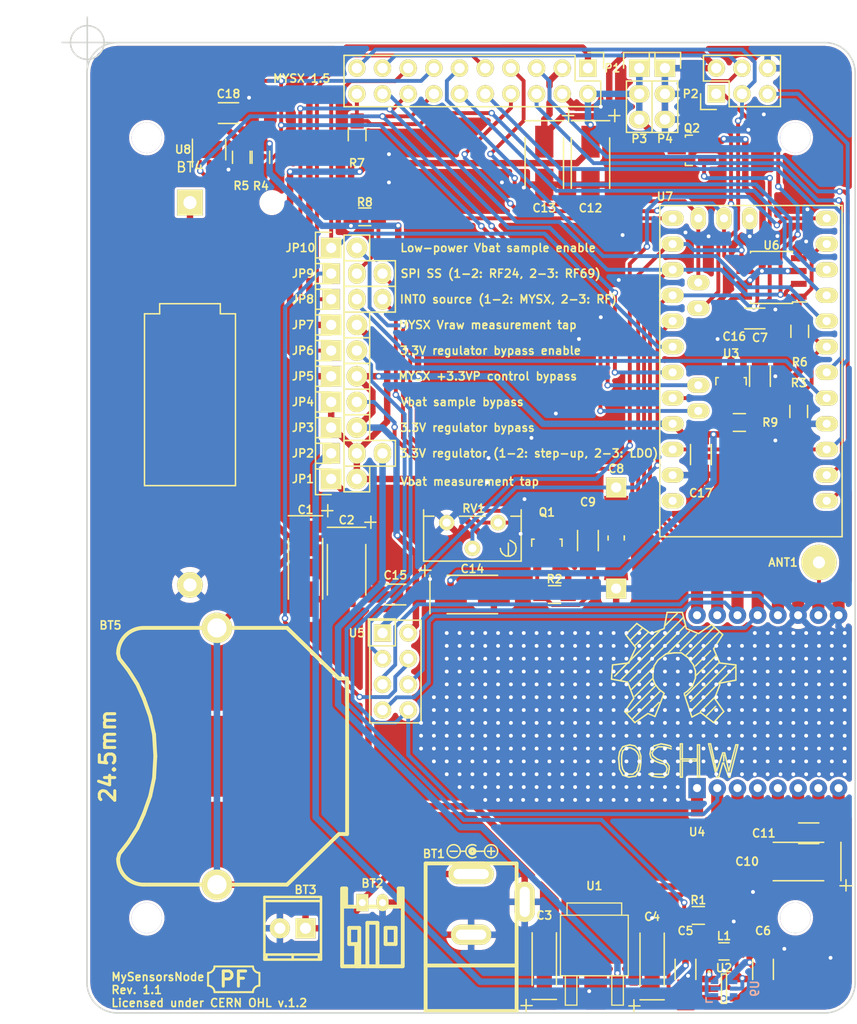
<source format=kicad_pcb>
(kicad_pcb (version 4) (host pcbnew 0.201509101502+6177~30~ubuntu14.04.1-product)
  (title_block (title "Mysensors Node") (date "Wed 10 Jun 2015") (rev 1.1) (company "Designer: Patrick Fallberg") (comment 1 "Copyright (c) 2015 Patrick Fallberg") (comment 2 "Licensed under CERN OHL v.1.2") (comment 3 "Case: Supebat LE-BOX-0028"))
  (layers (0 F.Cu mixed) (31 B.Cu mixed) (34 B.Paste user) (35 F.Paste user) (36 B.SilkS user) (37 F.SilkS user) (38 B.Mask user) (39 F.Mask user) (44 Edge.Cuts user))
  (net 0 "")
  (net 1 GND)
  (net 2 "Net-(ANT1-Pad1)")
  (net 3 "Net-(BT1-Pad3)")
  (net 4 +3V3)
  (net 5 "Net-(C4-Pad1)")
  (net 6 "Net-(C5-Pad1)")
  (net 7 VBAT_SMPL)
  (net 8 "Net-(C9-Pad1)")
  (net 9 "Net-(C9-Pad2)")
  (net 10 +3.3VP)
  (net 11 +BATT)
  (net 12 "Net-(JP4-Pad2)")
  (net 13 MYSX_D10_A4)
  (net 14 "Net-(JP6-Pad2)")
  (net 15 "Net-(JP7-Pad1)")
  (net 16 MYSX_D3_INT)
  (net 17 "Net-(JP8-Pad2)")
  (net 18 RF_INT)
  (net 19 RF24_CSN)
  (net 20 "Net-(JP9-Pad2)")
  (net 21 RF69_NSS)
  (net 22 MYSX_D9_A3)
  (net 23 "Net-(L1-Pad1)")
  (net 24 MYSX_D14_CS)
  (net 25 /SCK)
  (net 26 /MISO)
  (net 27 /MOSI)
  (net 28 MYSX_D8_SDA)
  (net 29 MYSX_D7_SCL)
  (net 30 MYSX_D6_PWM)
  (net 31 MYSX_D5_PWM)
  (net 32 MYSX_D4_INT)
  (net 33 MYSX_D1_DFM)
  (net 34 MYSX_D2_DTM)
  (net 35 MYSX_A1)
  (net 36 MYSX_A2)
  (net 37 RESET)
  (net 38 MYSX_3.3V_EN)
  (net 39 FLASH_CSN)
  (net 40 ATSHA_SDA)
  (net 41 "Net-(U4-Pad1)")
  (net 42 "Net-(U4-Pad3)")
  (net 43 "Net-(U4-Pad4)")
  (net 44 "Net-(U4-Pad5)")
  (net 45 "Net-(U4-Pad6)")
  (net 46 "Net-(U4-Pad7)")
  (net 47 "Net-(U4-Pad16)")
  (net 48 RF24_CE)
  (module Resistors_SMD:R_0805_HandSoldering (layer F.Cu) (at 158.1944 88.4804 270)
    (fp_text reference R3 (at -2.8194 0 360) (layer F.SilkS) (effects (font (size 0.8 0.8) (thickness 0.16))))
    (fp_text value 10K)
    (pad 1 smd rect (at -1.35 0 270) (size 1.5 1.3) (layers F.Cu F.Paste F.Mask) (net 38 MYSX_3.3V_EN))
    (pad 2 smd rect (at 1.35 0 270) (size 1.5 1.3) (layers F.Cu F.Paste F.Mask) (net 4 +3V3))
  )
  (module Housings_SOIC:SOIC-8_3.9x4.9mm_Pitch1.27mm (layer F.Cu) (at 155.502 75.2216 180)
    (fp_text reference U6 (at 0 3.175 180) (layer F.SilkS) (effects (font (size 0.8 0.8) (thickness 0.16))))
    (fp_text value AT25DF512C)
    (pad 1 smd rect (at -2.7 -1.905 180) (size 1.55 0.6) (layers F.Cu F.Paste F.Mask) (net 39 FLASH_CSN))
    (pad 2 smd rect (at -2.7 -0.635 180) (size 1.55 0.6) (layers F.Cu F.Paste F.Mask) (net 26 /MISO))
    (pad 3 smd rect (at -2.7 0.635 180) (size 1.55 0.6) (layers F.Cu F.Paste F.Mask) (net 4 +3V3))
    (pad 4 smd rect (at -2.7 1.905 180) (size 1.55 0.6) (layers F.Cu F.Paste F.Mask) (net 1 GND))
    (pad 5 smd rect (at 2.7 1.905 180) (size 1.55 0.6) (layers F.Cu F.Paste F.Mask) (net 27 /MOSI))
    (pad 6 smd rect (at 2.7 0.635 180) (size 1.55 0.6) (layers F.Cu F.Paste F.Mask) (net 25 /SCK))
    (pad 7 smd rect (at 2.7 -0.635 180) (size 1.55 0.6) (layers F.Cu F.Paste F.Mask) (net 4 +3V3))
    (pad 8 smd rect (at 2.7 -1.905 180) (size 1.55 0.6) (layers F.Cu F.Paste F.Mask) (net 4 +3V3))
  )
  (module Symbols:Symbol_OSHW-Logo_SilkScreen_BIG (layer F.Cu) (at 145.977 95.1606)
    (fp_text reference OPHW_LOGO hide)
    (fp_text value Symbol_OSHW-Logo_SilkScreen_BIG)
  )
  (module Mounting_Holes:MountingHole_3mm (layer F.Cu) (at 93.699197 61.395853)
    (fp_text reference HOLE1 hide)
    (fp_text value MountingHole_2.5mm)
    (pad 1 thru_hole circle (at 0 0) (size 3 3) (drill 3) (layers))
  )
  (module Mounting_Holes:MountingHole_3mm (layer F.Cu) (at 93.699197 138.585853)
    (fp_text reference HOLE3 hide)
    (fp_text value MountingHole_2.5mm)
    (pad 1 thru_hole circle (at 0 0) (size 3 3) (drill 3) (layers))
  )
  (module Mounting_Holes:MountingHole_3mm (layer F.Cu) (at 157.859197 61.395853)
    (fp_text reference HOLE2 hide)
    (fp_text value MountingHole_2.5mm)
    (pad 1 thru_hole circle (at 0 0) (size 3 3) (drill 3) (layers))
  )
  (module Mounting_Holes:MountingHole_3mm (layer F.Cu) (at 157.859197 138.575853)
    (fp_text reference HOLE4 hide)
    (fp_text value MountingHole_2.5mm)
    (pad 1 thru_hole circle (at 0 0) (size 3 3) (drill 3) (layers))
  )
  (module w_logo:Logo_silk_polarity_center_5x1.4mm (layer F.Cu) (at 125.911 131.9906)
    (fp_text reference PLUG_SPEC hide)
    (fp_text value LOGO hide)
  )
  (module Wire_Pads:SolderWirePad_single_1-2mmDrill (layer F.Cu) (at 160.201 103.4156)
    (fp_text reference ANT1 (at -3.556 0) (layer F.SilkS) (effects (font (size 0.8 0.8) (thickness 0.16))))
    (fp_text value CONN_01X01)
    (pad 1 thru_hole circle (at 0 0) (size 3.50012 3.50012) (drill 1.19888) (layers *.Cu *.Mask F.SilkS) (net 2 "Net-(ANT1-Pad1)"))
  )
  (module mysensors_connectors:dc_socket-kcswalter (layer F.Cu) (at 125.784 140.49452)
    (fp_text reference BT1 (at -3.683 -8.24992) (layer F.SilkS) (effects (font (size 0.8 0.8) (thickness 0.16))))
    (fp_text value "2.5mm jack" hide)
    (pad 1 thru_hole oval (at 5.30098 -3.50012) (size 1.99898 4.0005) (drill oval 1.00076 2.99974) (layers *.Cu *.Mask F.SilkS) (net 1 GND))
    (pad 2 thru_hole oval (at 0 -0.24892) (size 4.0005 1.99898) (drill oval 2.99974 1.00076) (layers *.Cu *.Mask F.SilkS) (net 1 GND))
    (pad 3 thru_hole oval (at 0 -6.25094) (size 4.50088 1.99898) (drill oval 3.50012 1.00076) (layers *.Cu *.Mask F.SilkS) (net 3 "Net-(BT1-Pad3)"))
  )
  (module mysensors_connectors:s2b-ph-kl-kcswalter (layer F.Cu) (at 116.02024 137.0706)
    (fp_text reference BT2 (at 0 -1.905) (layer F.SilkS) (effects (font (size 0.8 0.8) (thickness 0.16))))
    (fp_text value JST hide)
    (pad 1 thru_hole rect (at -1.00076 0) (size 1.19888 1.69926) (drill 0.70104) (layers *.Cu *.Mask F.SilkS) (net 3 "Net-(BT1-Pad3)"))
    (pad 2 thru_hole oval (at 1.00076 0) (size 1.19888 1.69926) (drill 0.70104) (layers *.Cu *.Mask F.SilkS) (net 1 GND))
  )
  (module mysensors_connectors:TerminalBlock2.54mmx2-kcswalter (layer F.Cu) (at 108.131 139.6106)
    (fp_text reference BT3 (at 1.27 -3.81) (layer F.SilkS) (effects (font (size 0.8 0.8) (thickness 0.16))))
    (fp_text value Generic hide)
    (pad 2 thru_hole oval (at -1.27 0) (size 1.99898 1.99898) (drill 1.09728) (layers *.Cu *.Mask F.SilkS) (net 1 GND))
    (pad 1 thru_hole rect (at 1.27 0) (size 1.99898 1.99898) (drill 1.09728) (layers *.Cu *.Mask F.SilkS) (net 3 "Net-(BT1-Pad3)"))
  )
  (module mysensors_connectors:keystone_3009-kcswalter (layer F.Cu) (at 100.638 122.5926 270)
    (fp_text reference BT5 (at -12.954 10.541 360) (layer F.SilkS) (effects (font (size 0.8 0.8) (thickness 0.16))))
    (fp_text value 24.5mm (at 0 10.8 270) (layer F.SilkS) (effects (font (thickness 0.3048))))
    (pad 1 thru_hole circle (at -12.7 0 270) (size 3 3) (drill 1.9) (layers *.Cu *.Mask F.SilkS) (net 3 "Net-(BT1-Pad3)"))
    (pad 1 thru_hole circle (at 12.7 0 270) (size 3 3) (drill 1.9) (layers *.Cu *.Mask F.SilkS) (net 3 "Net-(BT1-Pad3)"))
    (pad 2 smd rect (at 0 0 270) (size 8 8) (layers F.Cu F.Paste F.Mask) (net 1 GND))
  )
  (module Capacitors_Tantalum_SMD:TantalC_SizeC_EIA-6032_HandSoldering (layer F.Cu) (at 109.401 104.0506 270)
    (fp_text reference C1 (at -5.842 0 360) (layer F.SilkS) (effects (font (size 0.8 0.8) (thickness 0.16))))
    (fp_text value 47uF)
    (pad 2 smd rect (at 2.99974 0 270) (size 3.50012 1.80086) (layers F.Cu F.Paste F.Mask) (net 1 GND))
    (pad 1 smd rect (at -2.99974 0 270) (size 3.50012 1.80086) (layers F.Cu F.Paste F.Mask) (net 3 "Net-(BT1-Pad3)"))
  )
  (module Capacitors_Tantalum_SMD:TantalC_SizeB_EIA-3528_HandSoldering (layer F.Cu) (at 113.465 104.14458 270)
    (fp_text reference C2 (at -4.91998 0 360) (layer F.SilkS) (effects (font (size 0.8 0.8) (thickness 0.16))))
    (fp_text value 4.7uF)
    (pad 2 smd rect (at 2.12598 0 270) (size 3.1496 1.80086) (layers F.Cu F.Paste F.Mask) (net 1 GND))
    (pad 1 smd rect (at -2.12598 0 270) (size 3.1496 1.80086) (layers F.Cu F.Paste F.Mask) (net 3 "Net-(BT1-Pad3)"))
  )
  (module Capacitors_Tantalum_SMD:TantalC_SizeA_EIA-3216_HandSoldering (layer F.Cu) (at 133.023 142.6586 90)
    (fp_text reference C3 (at 4.318 0 180) (layer F.SilkS) (effects (font (size 0.8 0.8) (thickness 0.16))))
    (fp_text value 10uF)
    (pad 2 smd rect (at 1.99898 0 90) (size 2.99974 1.50114) (layers F.Cu F.Paste F.Mask) (net 1 GND))
    (pad 1 smd rect (at -1.99898 0 90) (size 2.99974 1.50114) (layers F.Cu F.Paste F.Mask) (net 4 +3V3))
  )
  (module Capacitors_Tantalum_SMD:TantalC_SizeA_EIA-3216_HandSoldering (layer F.Cu) (at 143.691 142.69162 90)
    (fp_text reference C4 (at 4.22402 0 180) (layer F.SilkS) (effects (font (size 0.8 0.8) (thickness 0.16))))
    (fp_text value 10uF)
    (pad 2 smd rect (at 1.99898 0 90) (size 2.99974 1.50114) (layers F.Cu F.Paste F.Mask) (net 1 GND))
    (pad 1 smd rect (at -1.99898 0 90) (size 2.99974 1.50114) (layers F.Cu F.Paste F.Mask) (net 5 "Net-(C4-Pad1)"))
  )
  (module Capacitors_SMD:C_1206_HandSoldering (layer F.Cu) (at 146.993 143.6746 270)
    (fp_text reference C5 (at -3.81 0 360) (layer F.SilkS) (effects (font (size 0.8 0.8) (thickness 0.16))))
    (fp_text value 10uF)
    (pad 1 smd rect (at -2 0 270) (size 2 1.6) (layers F.Cu F.Paste F.Mask) (net 6 "Net-(C5-Pad1)"))
    (pad 2 smd rect (at 2 0 270) (size 2 1.6) (layers F.Cu F.Paste F.Mask) (net 1 GND))
  )
  (module Capacitors_SMD:C_1206_HandSoldering (layer F.Cu) (at 154.6638 143.6746 90)
    (fp_text reference C6 (at 3.81 0 180) (layer F.SilkS) (effects (font (size 0.8 0.8) (thickness 0.16))))
    (fp_text value 10uF)
    (pad 1 smd rect (at -2 0 90) (size 2 1.6) (layers F.Cu F.Paste F.Mask) (net 4 +3V3))
    (pad 2 smd rect (at 2 0 90) (size 2 1.6) (layers F.Cu F.Paste F.Mask) (net 1 GND))
  )
  (module Capacitors_SMD:C_1206_HandSoldering (layer F.Cu) (at 154.359 85.0006 90)
    (fp_text reference C7 (at 3.81 0 180) (layer F.SilkS) (effects (font (size 0.8 0.8) (thickness 0.16))))
    (fp_text value 0.1uF)
    (pad 1 smd rect (at -2 0 90) (size 2 1.6) (layers F.Cu F.Paste F.Mask) (net 4 +3V3))
    (pad 2 smd rect (at 2 0 90) (size 2 1.6) (layers F.Cu F.Paste F.Mask) (net 1 GND))
  )
  (module Resistors_Universal:Resistor_SMD+THTuniversal_0805to1206_RM10_HandSoldering (layer F.Cu) (at 140.135 101.0026 270)
    (fp_text reference C8 (at -6.858 0 360) (layer F.SilkS) (effects (font (size 0.8 0.8) (thickness 0.16))))
    (fp_text value C)
    (pad 1 smd trapezoid (at -2.413 0 270) (size 3.50012 1.99898) (rect_delta 0.39878 0) (layers F.Cu F.Paste F.Mask) (net 7 VBAT_SMPL))
    (pad 2 smd trapezoid (at 2.413 0 90) (size 3.50012 1.99898) (rect_delta 0.39878 0) (layers F.Cu F.Paste F.Mask) (net 1 GND))
    (pad 1 thru_hole rect (at -5.00126 0 90) (size 1.99898 1.99898) (drill 1.00076) (layers *.Cu *.Mask F.SilkS) (net 7 VBAT_SMPL))
    (pad 2 thru_hole rect (at 5.00126 0 90) (size 1.99898 1.99898) (drill 1.00076) (layers *.Cu *.Mask F.SilkS) (net 1 GND))
  )
  (module Capacitors_SMD:C_1206_HandSoldering (layer F.Cu) (at 137.341 101.2566 270)
    (fp_text reference C9 (at -3.81 0 360) (layer F.SilkS) (effects (font (size 0.8 0.8) (thickness 0.16))))
    (fp_text value 0.1uF)
    (pad 1 smd rect (at -2 0 270) (size 2 1.6) (layers F.Cu F.Paste F.Mask) (net 8 "Net-(C9-Pad1)"))
    (pad 2 smd rect (at 2 0 270) (size 2 1.6) (layers F.Cu F.Paste F.Mask) (net 9 "Net-(C9-Pad2)"))
  )
  (module Capacitors_Tantalum_SMD:TantalC_SizeB_EIA-3528_HandSoldering (layer F.Cu) (at 158.169 133.0066 180)
    (fp_text reference C10 (at 5.08 0 180) (layer F.SilkS) (effects (font (size 0.8 0.8) (thickness 0.16))))
    (fp_text value 4.7uF)
    (pad 2 smd rect (at 2.12598 0 180) (size 3.1496 1.80086) (layers F.Cu F.Paste F.Mask) (net 1 GND))
    (pad 1 smd rect (at -2.12598 0 180) (size 3.1496 1.80086) (layers F.Cu F.Paste F.Mask) (net 4 +3V3))
  )
  (module Capacitors_SMD:C_1206_HandSoldering (layer F.Cu) (at 159.185 130.2126)
    (fp_text reference C11 (at -4.445 0) (layer F.SilkS) (effects (font (size 0.8 0.8) (thickness 0.16))))
    (fp_text value 0.1uF)
    (pad 1 smd rect (at -2 0) (size 2 1.6) (layers F.Cu F.Paste F.Mask) (net 1 GND))
    (pad 2 smd rect (at 2 0) (size 2 1.6) (layers F.Cu F.Paste F.Mask) (net 4 +3V3))
  )
  (module Capacitors_Tantalum_SMD:TantalC_SizeB_EIA-3528_HandSoldering (layer F.Cu) (at 137.595 63.9186 270)
    (fp_text reference C12 (at 4.445 0 360) (layer F.SilkS) (effects (font (size 0.8 0.8) (thickness 0.16))))
    (fp_text value 4.7uF)
    (pad 2 smd rect (at 2.12598 0 270) (size 3.1496 1.80086) (layers F.Cu F.Paste F.Mask) (net 1 GND))
    (pad 1 smd rect (at -2.12598 0 270) (size 3.1496 1.80086) (layers F.Cu F.Paste F.Mask) (net 10 +3.3VP))
  )
  (module Capacitors_Tantalum_SMD:TantalC_SizeB_EIA-3528_HandSoldering (layer F.Cu) (at 133.023 63.9186 270)
    (fp_text reference C13 (at 4.445 0 360) (layer F.SilkS) (effects (font (size 0.8 0.8) (thickness 0.16))))
    (fp_text value 4.7uF)
    (pad 2 smd rect (at 2.12598 0 270) (size 3.1496 1.80086) (layers F.Cu F.Paste F.Mask) (net 1 GND))
    (pad 1 smd rect (at -2.12598 0 270) (size 3.1496 1.80086) (layers F.Cu F.Paste F.Mask) (net 4 +3V3))
  )
  (module Capacitors_Tantalum_SMD:TantalC_SizeB_EIA-3528_HandSoldering (layer F.Cu) (at 125.911 106.5906)
    (fp_text reference C14 (at 0 -2.54) (layer F.SilkS) (effects (font (size 0.8 0.8) (thickness 0.16))))
    (fp_text value 4.7uF)
    (pad 2 smd rect (at 2.12598 0) (size 3.1496 1.80086) (layers F.Cu F.Paste F.Mask) (net 1 GND))
    (pad 1 smd rect (at -2.12598 0) (size 3.1496 1.80086) (layers F.Cu F.Paste F.Mask) (net 4 +3V3))
  )
  (module Capacitors_SMD:C_1206_HandSoldering (layer F.Cu) (at 118.323 106.5906)
    (fp_text reference C15 (at -0.032 -1.905) (layer F.SilkS) (effects (font (size 0.8 0.8) (thickness 0.16))))
    (fp_text value 0.1uF)
    (pad 1 smd rect (at -2 0) (size 2 1.6) (layers F.Cu F.Paste F.Mask) (net 1 GND))
    (pad 2 smd rect (at 2 0) (size 2 1.6) (layers F.Cu F.Paste F.Mask) (net 4 +3V3))
  )
  (module Capacitors_SMD:C_1206_HandSoldering (layer F.Cu) (at 153.851 79.2856 180)
    (fp_text reference C16 (at 2.032 -1.778 360) (layer F.SilkS) (effects (font (size 0.8 0.8) (thickness 0.16))))
    (fp_text value 0.1uF)
    (pad 1 smd rect (at -2 0 180) (size 2 1.6) (layers F.Cu F.Paste F.Mask) (net 1 GND))
    (pad 2 smd rect (at 2 0 180) (size 2 1.6) (layers F.Cu F.Paste F.Mask) (net 4 +3V3))
  )
  (module Capacitors_SMD:C_1206_HandSoldering (layer F.Cu) (at 148.517 92.7476 270)
    (fp_text reference C17 (at 3.81 0 360) (layer F.SilkS) (effects (font (size 0.8 0.8) (thickness 0.16))))
    (fp_text value 0.1uF)
    (pad 1 smd rect (at -2 0 270) (size 2 1.6) (layers F.Cu F.Paste F.Mask) (net 4 +3V3))
    (pad 2 smd rect (at 2 0 270) (size 2 1.6) (layers F.Cu F.Paste F.Mask) (net 1 GND))
  )
  (module Capacitors_SMD:C_1206_HandSoldering (layer F.Cu) (at 101.781 58.9656)
    (fp_text reference C18 (at 0 -1.905) (layer F.SilkS) (effects (font (size 0.8 0.8) (thickness 0.16))))
    (fp_text value 0.1uF)
    (pad 1 smd rect (at -2 0) (size 2 1.6) (layers F.Cu F.Paste F.Mask) (net 4 +3V3))
    (pad 2 smd rect (at 2 0) (size 2 1.6) (layers F.Cu F.Paste F.Mask) (net 1 GND))
  )
  (module Pin_Headers:Pin_Header_Straight_1x02 (layer F.Cu) (at 111.941 95.1606 90)
    (fp_text reference JP1 (at 0 -2.794 180) (layer F.SilkS) (effects (font (size 0.8 0.8) (thickness 0.16))))
    (fp_text value Jumper_NO_Small)
    (pad 1 thru_hole rect (at 0 0 90) (size 2.032 2.032) (drill 1.016) (layers *.Cu *.Mask F.SilkS) (net 3 "Net-(BT1-Pad3)"))
    (pad 2 thru_hole oval (at 0 2.54 90) (size 2.032 2.032) (drill 1.016) (layers *.Cu *.Mask F.SilkS) (net 11 +BATT))
  )
  (module Pin_Headers:Pin_Header_Straight_1x03 (layer F.Cu) (at 111.941 92.6206 90)
    (fp_text reference JP2 (at 0 -2.794 180) (layer F.SilkS) (effects (font (size 0.8 0.8) (thickness 0.16))))
    (fp_text value JUMPER3)
    (pad 1 thru_hole rect (at 0 0 90) (size 2.032 1.7272) (drill 1.016) (layers *.Cu *.Mask F.SilkS) (net 6 "Net-(C5-Pad1)"))
    (pad 2 thru_hole oval (at 0 2.54 90) (size 2.032 1.7272) (drill 1.016) (layers *.Cu *.Mask F.SilkS) (net 11 +BATT))
    (pad 3 thru_hole oval (at 0 5.08 90) (size 2.032 1.7272) (drill 1.016) (layers *.Cu *.Mask F.SilkS) (net 5 "Net-(C4-Pad1)"))
  )
  (module Pin_Headers:Pin_Header_Straight_1x02 (layer F.Cu) (at 111.941 90.0806 90)
    (fp_text reference JP3 (at 0 -2.794 180) (layer F.SilkS) (effects (font (size 0.8 0.8) (thickness 0.16))))
    (fp_text value Jumper_NO_Small)
    (pad 1 thru_hole rect (at 0 0 90) (size 2.032 2.032) (drill 1.016) (layers *.Cu *.Mask F.SilkS) (net 11 +BATT))
    (pad 2 thru_hole oval (at 0 2.54 90) (size 2.032 2.032) (drill 1.016) (layers *.Cu *.Mask F.SilkS) (net 4 +3V3))
  )
  (module Pin_Headers:Pin_Header_Straight_1x02 (layer F.Cu) (at 111.941 87.5406 90)
    (fp_text reference JP4 (at 0 -2.794 180) (layer F.SilkS) (effects (font (size 0.8 0.8) (thickness 0.16))))
    (fp_text value Jumper_NO_Small)
    (pad 1 thru_hole rect (at 0 0 90) (size 2.032 2.032) (drill 1.016) (layers *.Cu *.Mask F.SilkS) (net 11 +BATT))
    (pad 2 thru_hole oval (at 0 2.54 90) (size 2.032 2.032) (drill 1.016) (layers *.Cu *.Mask F.SilkS) (net 12 "Net-(JP4-Pad2)"))
  )
  (module Pin_Headers:Pin_Header_Straight_1x02 (layer F.Cu) (at 111.941 85.0006 90)
    (fp_text reference JP5 (at 0 -2.794 180) (layer F.SilkS) (effects (font (size 0.8 0.8) (thickness 0.16))))
    (fp_text value Jumper_NO_Small)
    (pad 1 thru_hole rect (at 0 0 90) (size 2.032 2.032) (drill 1.016) (layers *.Cu *.Mask F.SilkS) (net 10 +3.3VP))
    (pad 2 thru_hole oval (at 0 2.54 90) (size 2.032 2.032) (drill 1.016) (layers *.Cu *.Mask F.SilkS) (net 4 +3V3))
  )
  (module Pin_Headers:Pin_Header_Straight_1x02 (layer F.Cu) (at 111.941 82.4606 90)
    (fp_text reference JP6 (at 0 -2.794 180) (layer F.SilkS) (effects (font (size 0.8 0.8) (thickness 0.16))))
    (fp_text value Jumper_NO_Small)
    (pad 1 thru_hole rect (at 0 0 90) (size 2.032 2.032) (drill 1.016) (layers *.Cu *.Mask F.SilkS) (net 13 MYSX_D10_A4))
    (pad 2 thru_hole oval (at 0 2.54 90) (size 2.032 2.032) (drill 1.016) (layers *.Cu *.Mask F.SilkS) (net 14 "Net-(JP6-Pad2)"))
  )
  (module Pin_Headers:Pin_Header_Straight_1x02 (layer F.Cu) (at 111.941 79.9206 90)
    (fp_text reference JP7 (at 0 -2.794 180) (layer F.SilkS) (effects (font (size 0.8 0.8) (thickness 0.16))))
    (fp_text value Jumper_NO_Small)
    (pad 1 thru_hole rect (at 0 0 90) (size 2.032 2.032) (drill 1.016) (layers *.Cu *.Mask F.SilkS) (net 15 "Net-(JP7-Pad1)"))
    (pad 2 thru_hole oval (at 0 2.54 90) (size 2.032 2.032) (drill 1.016) (layers *.Cu *.Mask F.SilkS) (net 11 +BATT))
  )
  (module Pin_Headers:Pin_Header_Straight_1x03 (layer F.Cu) (at 111.941 77.3806 90)
    (fp_text reference JP8 (at 0 -2.794 180) (layer F.SilkS) (effects (font (size 0.8 0.8) (thickness 0.16))))
    (fp_text value JUMPER3)
    (pad 1 thru_hole rect (at 0 0 90) (size 2.032 1.7272) (drill 1.016) (layers *.Cu *.Mask F.SilkS) (net 16 MYSX_D3_INT))
    (pad 2 thru_hole oval (at 0 2.54 90) (size 2.032 1.7272) (drill 1.016) (layers *.Cu *.Mask F.SilkS) (net 17 "Net-(JP8-Pad2)"))
    (pad 3 thru_hole oval (at 0 5.08 90) (size 2.032 1.7272) (drill 1.016) (layers *.Cu *.Mask F.SilkS) (net 18 RF_INT))
  )
  (module Pin_Headers:Pin_Header_Straight_1x03 (layer F.Cu) (at 111.941 74.8406 90)
    (fp_text reference JP9 (at 0 -2.794 180) (layer F.SilkS) (effects (font (size 0.8 0.8) (thickness 0.16))))
    (fp_text value JUMPER3)
    (pad 1 thru_hole rect (at 0 0 90) (size 2.032 1.7272) (drill 1.016) (layers *.Cu *.Mask F.SilkS) (net 19 RF24_CSN))
    (pad 2 thru_hole oval (at 0 2.54 90) (size 2.032 1.7272) (drill 1.016) (layers *.Cu *.Mask F.SilkS) (net 20 "Net-(JP9-Pad2)"))
    (pad 3 thru_hole oval (at 0 5.08 90) (size 2.032 1.7272) (drill 1.016) (layers *.Cu *.Mask F.SilkS) (net 21 RF69_NSS))
  )
  (module Pin_Headers:Pin_Header_Straight_1x02 (layer F.Cu) (at 111.941 72.3006 90)
    (fp_text reference JP10 (at 0 -3.048 180) (layer F.SilkS) (effects (font (size 0.8 0.8) (thickness 0.16))))
    (fp_text value Jumper_NO_Small)
    (pad 1 thru_hole rect (at 0 0 90) (size 2.032 2.032) (drill 1.016) (layers *.Cu *.Mask F.SilkS) (net 22 MYSX_D9_A3))
    (pad 2 thru_hole oval (at 0 2.54 90) (size 2.032 2.032) (drill 1.016) (layers *.Cu *.Mask F.SilkS) (net 8 "Net-(C9-Pad1)"))
  )
  (module Capacitors_SMD:C_0805_HandSoldering (layer F.Cu) (at 150.803 141.8966 180)
    (fp_text reference L1 (at 0 1.524 180) (layer F.SilkS) (effects (font (size 0.8 0.8) (thickness 0.16))))
    (fp_text value 4.7uH)
    (pad 1 smd rect (at -1.25 0 180) (size 1.5 1.25) (layers F.Cu F.Paste F.Mask) (net 23 "Net-(L1-Pad1)"))
    (pad 2 smd rect (at 1.25 0 180) (size 1.5 1.25) (layers F.Cu F.Paste F.Mask) (net 6 "Net-(C5-Pad1)"))
  )
  (module mysensors_connectors:MYSX_1.5 (layer F.Cu) (at 137.341 54.5206 270)
    (fp_text reference P1 (at 0 -2.413 360) (layer F.SilkS) (effects (font (size 0.8 0.8) (thickness 0.16))))
    (fp_text value MYSX_1.5)
    (pad 20 thru_hole oval (at 2.54 22.86 270) (size 1.7272 1.7272) (drill 1.016) (layers *.Cu *.Mask F.SilkS) (net 24 MYSX_D14_CS))
    (pad 19 thru_hole oval (at 0 22.86 270) (size 1.7272 1.7272) (drill 1.016) (layers *.Cu *.Mask F.SilkS) (net 25 /SCK))
    (pad 18 thru_hole oval (at 2.54 20.32 270) (size 1.7272 1.7272) (drill 1.016) (layers *.Cu *.Mask F.SilkS) (net 26 /MISO))
    (pad 17 thru_hole oval (at 0 20.32 270) (size 1.7272 1.7272) (drill 1.016) (layers *.Cu *.Mask F.SilkS) (net 27 /MOSI))
    (pad 16 thru_hole oval (at 2.54 17.78 270) (size 1.7272 1.7272) (drill 1.016) (layers *.Cu *.Mask F.SilkS) (net 13 MYSX_D10_A4))
    (pad 15 thru_hole oval (at 0 17.78 270) (size 1.7272 1.7272) (drill 1.016) (layers *.Cu *.Mask F.SilkS) (net 22 MYSX_D9_A3))
    (pad 14 thru_hole oval (at 2.54 15.24 270) (size 1.7272 1.7272) (drill 1.016) (layers *.Cu *.Mask F.SilkS) (net 28 MYSX_D8_SDA))
    (pad 13 thru_hole oval (at 0 15.24 270) (size 1.7272 1.7272) (drill 1.016) (layers *.Cu *.Mask F.SilkS) (net 29 MYSX_D7_SCL))
    (pad 12 thru_hole oval (at 2.54 12.7 270) (size 1.7272 1.7272) (drill 1.016) (layers *.Cu *.Mask F.SilkS) (net 30 MYSX_D6_PWM))
    (pad 11 thru_hole oval (at 0 12.7 270) (size 1.7272 1.7272) (drill 1.016) (layers *.Cu *.Mask F.SilkS) (net 31 MYSX_D5_PWM))
    (pad 10 thru_hole oval (at 2.54 10.16 270) (size 1.7272 1.7272) (drill 1.016) (layers *.Cu *.Mask F.SilkS) (net 32 MYSX_D4_INT))
    (pad 9 thru_hole oval (at 0 10.16 270) (size 1.7272 1.7272) (drill 1.016) (layers *.Cu *.Mask F.SilkS) (net 16 MYSX_D3_INT))
    (pad 1 thru_hole rect (at 0 0 270) (size 1.7272 1.7272) (drill 1.016) (layers *.Cu *.Mask F.SilkS) (net 15 "Net-(JP7-Pad1)"))
    (pad 2 thru_hole oval (at 2.54 0 270) (size 1.7272 1.7272) (drill 1.016) (layers *.Cu *.Mask F.SilkS) (net 10 +3.3VP))
    (pad 3 thru_hole oval (at 0 2.54 270) (size 1.7272 1.7272) (drill 1.016) (layers *.Cu *.Mask F.SilkS) (net 4 +3V3))
    (pad 4 thru_hole oval (at 2.54 2.54 270) (size 1.7272 1.7272) (drill 1.016) (layers *.Cu *.Mask F.SilkS) (net 1 GND))
    (pad 5 thru_hole oval (at 0 5.08 270) (size 1.7272 1.7272) (drill 1.016) (layers *.Cu *.Mask F.SilkS) (net 33 MYSX_D1_DFM))
    (pad 6 thru_hole oval (at 2.54 5.08 270) (size 1.7272 1.7272) (drill 1.016) (layers *.Cu *.Mask F.SilkS) (net 34 MYSX_D2_DTM))
    (pad 7 thru_hole oval (at 0 7.62 270) (size 1.7272 1.7272) (drill 1.016) (layers *.Cu *.Mask F.SilkS) (net 35 MYSX_A1))
    (pad 8 thru_hole oval (at 2.54 7.62 270) (size 1.7272 1.7272) (drill 1.016) (layers *.Cu *.Mask F.SilkS) (net 36 MYSX_A2))
  )
  (module Pin_Headers:Pin_Header_Straight_2x03 (layer F.Cu) (at 150.041 57.0606 90)
    (fp_text reference P2 (at 0 -2.54 180) (layer F.SilkS) (effects (font (size 0.8 0.8) (thickness 0.16))))
    (fp_text value CONN_02X03)
    (pad 1 thru_hole rect (at 0 0 90) (size 1.7272 1.7272) (drill 1.016) (layers *.Cu *.Mask F.SilkS) (net 26 /MISO))
    (pad 2 thru_hole oval (at 2.54 0 90) (size 1.7272 1.7272) (drill 1.016) (layers *.Cu *.Mask F.SilkS) (net 4 +3V3))
    (pad 3 thru_hole oval (at 0 2.54 90) (size 1.7272 1.7272) (drill 1.016) (layers *.Cu *.Mask F.SilkS) (net 25 /SCK))
    (pad 4 thru_hole oval (at 2.54 2.54 90) (size 1.7272 1.7272) (drill 1.016) (layers *.Cu *.Mask F.SilkS) (net 27 /MOSI))
    (pad 5 thru_hole oval (at 0 5.08 90) (size 1.7272 1.7272) (drill 1.016) (layers *.Cu *.Mask F.SilkS) (net 37 RESET))
    (pad 6 thru_hole oval (at 2.54 5.08 90) (size 1.7272 1.7272) (drill 1.016) (layers *.Cu *.Mask F.SilkS) (net 1 GND))
  )
  (module Pin_Headers:Pin_Header_Straight_1x03 (layer F.Cu) (at 142.421 54.5206)
    (fp_text reference P3 (at 0 6.985) (layer F.SilkS) (effects (font (size 0.8 0.8) (thickness 0.16))))
    (fp_text value CONN_01X03)
    (pad 1 thru_hole rect (at 0 0) (size 2.032 1.7272) (drill 1.016) (layers *.Cu *.Mask F.SilkS) (net 10 +3.3VP))
    (pad 2 thru_hole oval (at 0 2.54) (size 2.032 1.7272) (drill 1.016) (layers *.Cu *.Mask F.SilkS) (net 10 +3.3VP))
    (pad 3 thru_hole oval (at 0 5.08) (size 2.032 1.7272) (drill 1.016) (layers *.Cu *.Mask F.SilkS) (net 10 +3.3VP))
  )
  (module Pin_Headers:Pin_Header_Straight_1x03 (layer F.Cu) (at 144.961 54.5206)
    (fp_text reference P4 (at 0 6.985) (layer F.SilkS) (effects (font (size 0.8 0.8) (thickness 0.16))))
    (fp_text value CONN_01X03)
    (pad 1 thru_hole rect (at 0 0) (size 2.032 1.7272) (drill 1.016) (layers *.Cu *.Mask F.SilkS) (net 1 GND))
    (pad 2 thru_hole oval (at 0 2.54) (size 2.032 1.7272) (drill 1.016) (layers *.Cu *.Mask F.SilkS) (net 1 GND))
    (pad 3 thru_hole oval (at 0 5.08) (size 2.032 1.7272) (drill 1.016) (layers *.Cu *.Mask F.SilkS) (net 1 GND))
  )
  (module Housings_SOT-23_SOT-143_TSOT-6:SOT-23_Handsoldering (layer F.Cu) (at 133.277 101.7646)
    (fp_text reference Q1 (at 0 -3.302 180) (layer F.SilkS) (effects (font (size 0.8 0.8) (thickness 0.16))))
    (fp_text value DMP3056L-7)
    (pad 1 smd rect (at -0.95 1.50114) (size 0.8001 1.80086) (layers F.Cu F.Paste F.Mask) (net 9 "Net-(C9-Pad2)"))
    (pad 2 smd rect (at 0.95 1.50114) (size 0.8001 1.80086) (layers F.Cu F.Paste F.Mask) (net 11 +BATT))
    (pad 3 smd rect (at 0 -1.50114) (size 0.8001 1.80086) (layers F.Cu F.Paste F.Mask) (net 12 "Net-(JP4-Pad2)"))
  )
  (module Housings_SOT-23_SOT-143_TSOT-6:SOT-23_Handsoldering (layer F.Cu) (at 147.628 62.6486 90)
    (fp_text reference Q2 (at 2.1844 0 180) (layer F.SilkS) (effects (font (size 0.8 0.8) (thickness 0.16))))
    (fp_text value DMP3056L-7)
    (pad 1 smd rect (at -0.95 1.50114 90) (size 0.8001 1.80086) (layers F.Cu F.Paste F.Mask) (net 38 MYSX_3.3V_EN))
    (pad 2 smd rect (at 0.95 1.50114 90) (size 0.8001 1.80086) (layers F.Cu F.Paste F.Mask) (net 4 +3V3))
    (pad 3 smd rect (at 0 -1.50114 90) (size 0.8001 1.80086) (layers F.Cu F.Paste F.Mask) (net 10 +3.3VP))
  )
  (module Resistors_SMD:R_0805_HandSoldering (layer F.Cu) (at 148.263 138.3406 180)
    (fp_text reference R1 (at 0 1.524 180) (layer F.SilkS) (effects (font (size 0.8 0.8) (thickness 0.16))))
    (fp_text value 150K)
    (pad 1 smd rect (at -1.35 0 180) (size 1.5 1.3) (layers F.Cu F.Paste F.Mask) (net 6 "Net-(C5-Pad1)"))
    (pad 2 smd rect (at 1.35 0 180) (size 1.5 1.3) (layers F.Cu F.Paste F.Mask) (net 14 "Net-(JP6-Pad2)"))
  )
  (module Resistors_SMD:R_0805_HandSoldering (layer F.Cu) (at 134.039 106.5906)
    (fp_text reference R2 (at 0 -1.524) (layer F.SilkS) (effects (font (size 0.8 0.8) (thickness 0.16))))
    (fp_text value 10K)
    (pad 1 smd rect (at -1.35 0) (size 1.5 1.3) (layers F.Cu F.Paste F.Mask) (net 9 "Net-(C9-Pad2)"))
    (pad 2 smd rect (at 1.35 0) (size 1.5 1.3) (layers F.Cu F.Paste F.Mask) (net 11 +BATT))
  )
  (module Resistors_SMD:R_0805_HandSoldering (layer F.Cu) (at 104.9814 63.3344 90)
    (fp_text reference R4 (at -2.8448 0 180) (layer F.SilkS) (effects (font (size 0.8 0.8) (thickness 0.16))))
    (fp_text value 10K)
    (pad 1 smd rect (at -1.35 0 90) (size 1.5 1.3) (layers F.Cu F.Paste F.Mask) (net 29 MYSX_D7_SCL))
    (pad 2 smd rect (at 1.35 0 90) (size 1.5 1.3) (layers F.Cu F.Paste F.Mask) (net 4 +3V3))
  )
  (module Resistors_SMD:R_0805_HandSoldering (layer F.Cu) (at 103.051 63.3344 90)
    (fp_text reference R5 (at -2.8194 0 180) (layer F.SilkS) (effects (font (size 0.8 0.8) (thickness 0.16))))
    (fp_text value 10K)
    (pad 1 smd rect (at -1.35 0 90) (size 1.5 1.3) (layers F.Cu F.Paste F.Mask) (net 28 MYSX_D8_SDA))
    (pad 2 smd rect (at 1.35 0 90) (size 1.5 1.3) (layers F.Cu F.Paste F.Mask) (net 4 +3V3))
  )
  (module Resistors_SMD:R_0805_HandSoldering (layer F.Cu) (at 158.296 80.5556 270)
    (fp_text reference R6 (at 3.048 0 360) (layer F.SilkS) (effects (font (size 0.8 0.8) (thickness 0.16))))
    (fp_text value 56K)
    (pad 1 smd rect (at -1.35 0 270) (size 1.5 1.3) (layers F.Cu F.Paste F.Mask) (net 39 FLASH_CSN))
    (pad 2 smd rect (at 1.35 0 270) (size 1.5 1.3) (layers F.Cu F.Paste F.Mask) (net 4 +3V3))
  )
  (module Resistors_SMD:R_0805_HandSoldering (layer F.Cu) (at 114.5064 61.0992 270)
    (fp_text reference R7 (at 2.8194 0.0254 360) (layer F.SilkS) (effects (font (size 0.8 0.8) (thickness 0.16))))
    (fp_text value 56K)
    (pad 1 smd rect (at -1.35 0 270) (size 1.5 1.3) (layers F.Cu F.Paste F.Mask) (net 24 MYSX_D14_CS))
    (pad 2 smd rect (at 1.35 0 270) (size 1.5 1.3) (layers F.Cu F.Paste F.Mask) (net 4 +3V3))
  )
  (module Resistors_SMD:R_0805_HandSoldering (layer F.Cu) (at 115.2646 69.2272)
    (fp_text reference R8 (at 0.0038 -1.4478 180) (layer F.SilkS) (effects (font (size 0.8 0.8) (thickness 0.16))))
    (fp_text value 56K)
    (pad 1 smd rect (at -1.35 0) (size 1.5 1.3) (layers F.Cu F.Paste F.Mask) (net 4 +3V3))
    (pad 2 smd rect (at 1.35 0) (size 1.5 1.3) (layers F.Cu F.Paste F.Mask) (net 20 "Net-(JP9-Pad2)"))
  )
  (module Resistors_SMD:R_0805_HandSoldering (layer F.Cu) (at 152.327 89.5726)
    (fp_text reference R9 (at 3.048 0) (layer F.SilkS) (effects (font (size 0.8 0.8) (thickness 0.16))))
    (fp_text value 56K)
    (pad 1 smd rect (at -1.35 0) (size 1.5 1.3) (layers F.Cu F.Paste F.Mask) (net 40 ATSHA_SDA))
    (pad 2 smd rect (at 1.35 0) (size 1.5 1.3) (layers F.Cu F.Paste F.Mask) (net 4 +3V3))
  )
  (module Potentiometers:Potentiometer_Bourns_3296Y_3-8Zoll_Angular_ScrewUp (layer F.Cu) (at 128.451 99.4786 90)
    (fp_text reference RV1 (at 1.397 -2.413 180) (layer F.SilkS) (effects (font (size 0.8 0.8) (thickness 0.16))))
    (fp_text value 1M)
    (pad 2 thru_hole circle (at -2.54 -2.54 90) (size 1.524 1.524) (drill 0.8128) (layers *.Cu *.Mask F.SilkS) (net 7 VBAT_SMPL))
    (pad 3 thru_hole circle (at 0 -5.08 90) (size 1.524 1.524) (drill 0.8128) (layers *.Cu *.Mask F.SilkS) (net 1 GND))
    (pad 1 thru_hole circle (at 0 0 90) (size 1.524 1.524) (drill 0.8128) (layers *.Cu *.Mask F.SilkS) (net 12 "Net-(JP4-Pad2)"))
  )
  (module mysensors_obscurities:d-pak-kcswalter (layer F.Cu) (at 137.976 142.7348)
    (fp_text reference U1 (at 0 -7.3152) (layer F.SilkS) (effects (font (size 0.8 0.8) (thickness 0.16))))
    (fp_text value LD1117DT33TR hide)
    (pad 1 smd rect (at -2.30124 3.1242) (size 1.6002 3.2004) (layers F.Cu F.Paste F.Mask) (net 1 GND))
    (pad 3 smd rect (at 2.30124 3.1242) (size 1.6002 3.2004) (layers F.Cu F.Paste F.Mask) (net 5 "Net-(C4-Pad1)"))
    (pad 2 smd rect (at 0 -3.1242) (size 6.49986 7.00024) (layers F.Cu F.Paste F.Mask) (net 4 +3V3))
  )
  (module mysensors_handsoldering:SOT-23-5_Handsoldering (layer F.Cu) (at 150.803 145.5796)
    (fp_text reference U2 (at 0 -2.032) (layer F.SilkS) (effects (font (size 0.8 0.8) (thickness 0.16))))
    (fp_text value TPS61097A)
    (pad 1 smd rect (at -1.47 -0.95) (size 1.80086 0.65) (layers F.Cu F.Paste F.Mask) (net 6 "Net-(C5-Pad1)"))
    (pad 2 smd rect (at -1.47 0) (size 1.80086 0.65) (layers F.Cu F.Paste F.Mask) (net 1 GND))
    (pad 3 smd rect (at -1.47 0.95) (size 1.80086 0.65) (layers F.Cu F.Paste F.Mask) (net 14 "Net-(JP6-Pad2)"))
    (pad 4 smd rect (at 1.47 0.95) (size 1.80086 0.65) (layers F.Cu F.Paste F.Mask) (net 4 +3V3))
    (pad 5 smd rect (at 1.47 -0.95) (size 1.80086 0.65) (layers F.Cu F.Paste F.Mask) (net 23 "Net-(L1-Pad1)"))
  )
  (module Housings_SOT-23_SOT-143_TSOT-6:SOT-23_Handsoldering (layer F.Cu) (at 151.499 85.78546)
    (fp_text reference U3 (at 0 -3.048) (layer F.SilkS) (effects (font (size 0.8 0.8) (thickness 0.16))))
    (fp_text value ATSHA204A)
    (pad 1 smd rect (at -0.95 1.50114) (size 0.8001 1.80086) (layers F.Cu F.Paste F.Mask) (net 40 ATSHA_SDA))
    (pad 2 smd rect (at 0.95 1.50114) (size 0.8001 1.80086) (layers F.Cu F.Paste F.Mask) (net 4 +3V3))
    (pad 3 smd rect (at 0 -1.50114) (size 0.8001 1.80086) (layers F.Cu F.Paste F.Mask) (net 1 GND))
  )
  (module mysensors_radios:RFM69HW_SMD_ThroughHole_Handsoldering (layer F.Cu) (at 148.137 125.6406 90)
    (fp_text reference U4 (at -4.445 -0.001 180) (layer F.SilkS) (effects (font (size 0.8 0.8) (thickness 0.16))))
    (fp_text value RFM69HW hide)
    (pad 1 smd rect (at -1.4 0 90) (size 3 1.2) (layers F.Cu F.Paste F.Mask) (net 41 "Net-(U4-Pad1)"))
    (pad 2 smd rect (at -1.4 2 90) (size 3 1.2) (layers F.Cu F.Paste F.Mask) (net 18 RF_INT))
    (pad 3 smd rect (at -1.4 4 90) (size 3 1.2) (layers F.Cu F.Paste F.Mask) (net 42 "Net-(U4-Pad3)"))
    (pad 4 smd rect (at -1.4 6 90) (size 3 1.2) (layers F.Cu F.Paste F.Mask) (net 43 "Net-(U4-Pad4)"))
    (pad 5 smd rect (at -1.4 8 90) (size 3 1.2) (layers F.Cu F.Paste F.Mask) (net 44 "Net-(U4-Pad5)"))
    (pad 6 smd rect (at -1.4 10 90) (size 3 1.2) (layers F.Cu F.Paste F.Mask) (net 45 "Net-(U4-Pad6)"))
    (pad 7 smd rect (at -1.4 12 90) (size 3 1.2) (layers F.Cu F.Paste F.Mask) (net 46 "Net-(U4-Pad7)"))
    (pad 8 smd rect (at -1.4 14 90) (size 3 1.2) (layers F.Cu F.Paste F.Mask) (net 4 +3V3))
    (pad 9 smd rect (at 18.3 14 90) (size 3 1.2) (layers F.Cu F.Paste F.Mask) (net 1 GND))
    (pad 10 smd rect (at 18.3 12 90) (size 3 1.2) (layers F.Cu F.Paste F.Mask) (net 2 "Net-(ANT1-Pad1)"))
    (pad 11 smd rect (at 18.3 10 90) (size 3 1.2) (layers F.Cu F.Paste F.Mask) (net 1 GND))
    (pad 12 smd rect (at 18.3 8 90) (size 3 1.2) (layers F.Cu F.Paste F.Mask) (net 25 /SCK))
    (pad 13 smd rect (at 18.3 6 90) (size 3 1.2) (layers F.Cu F.Paste F.Mask) (net 26 /MISO))
    (pad 14 smd rect (at 18.3 4 90) (size 3 1.2) (layers F.Cu F.Paste F.Mask) (net 27 /MOSI))
    (pad 15 smd rect (at 18.3 2 90) (size 3 1.2) (layers F.Cu F.Paste F.Mask) (net 21 RF69_NSS))
    (pad 16 smd rect (at 18.3 0 90) (size 3 1.2) (layers F.Cu F.Paste F.Mask) (net 47 "Net-(U4-Pad16)"))
    (pad 1 thru_hole rect (at -0.1 0 90) (size 2 1.7272) (drill 0.8) (layers *.Cu *.Mask) (net 41 "Net-(U4-Pad1)"))
    (pad 2 thru_hole circle (at -0.1 2 90) (size 1.7272 1.7272) (drill 0.8) (layers *.Cu *.Mask) (net 18 RF_INT))
    (pad 3 thru_hole circle (at -0.1 4 90) (size 1.7272 1.7272) (drill 0.8) (layers *.Cu *.Mask) (net 42 "Net-(U4-Pad3)"))
    (pad 4 thru_hole circle (at -0.1 6 90) (size 1.7272 1.7272) (drill 0.8) (layers *.Cu *.Mask) (net 43 "Net-(U4-Pad4)"))
    (pad 5 thru_hole circle (at -0.1 8 90) (size 1.7272 1.7272) (drill 0.8) (layers *.Cu *.Mask) (net 44 "Net-(U4-Pad5)"))
    (pad 6 thru_hole circle (at -0.1 10 90) (size 1.7272 1.7272) (drill 0.8) (layers *.Cu *.Mask) (net 45 "Net-(U4-Pad6)"))
    (pad 7 thru_hole circle (at -0.1 12 90) (size 1.7272 1.7272) (drill 0.8) (layers *.Cu *.Mask) (net 46 "Net-(U4-Pad7)"))
    (pad 8 thru_hole circle (at -0.1 14 90) (size 1.7272 1.7272) (drill 0.8) (layers *.Cu *.Mask) (net 4 +3V3))
    (pad 9 thru_hole circle (at 17 14 90) (size 1.7272 1.7272) (drill 0.8) (layers *.Cu *.Mask) (net 1 GND))
    (pad 10 thru_hole circle (at 17 12 90) (size 1.7272 1.7272) (drill 0.8) (layers *.Cu *.Mask) (net 2 "Net-(ANT1-Pad1)"))
    (pad 11 thru_hole circle (at 17 10 90) (size 1.7272 1.7272) (drill 0.8) (layers *.Cu *.Mask) (net 1 GND))
    (pad 12 thru_hole circle (at 17 8 90) (size 1.7272 1.7272) (drill 0.8) (layers *.Cu *.Mask) (net 25 /SCK))
    (pad 13 thru_hole circle (at 17 6 90) (size 1.7272 1.7272) (drill 0.8) (layers *.Cu *.Mask) (net 26 /MISO))
    (pad 14 thru_hole circle (at 17 4 90) (size 1.7272 1.7272) (drill 0.8) (layers *.Cu *.Mask) (net 27 /MOSI))
    (pad 15 thru_hole circle (at 17 2 90) (size 1.7272 1.7272) (drill 0.8) (layers *.Cu *.Mask) (net 21 RF69_NSS))
    (pad 16 thru_hole circle (at 17 0 90) (size 1.7272 1.7272) (drill 0.8) (layers *.Cu *.Mask) (net 47 "Net-(U4-Pad16)"))
  )
  (module mysensors_radios:NRF24L01 (layer F.Cu) (at 115.497 108.8766 90)
    (fp_text reference U5 (at -1.524 -1.016 180) (layer F.SilkS) (effects (font (size 0.8 0.8) (thickness 0.16))))
    (fp_text value NRF24L01 hide)
    (pad 7 thru_hole oval (at -9.144 1.524 90) (size 1.7272 1.7272) (drill 1.016) (layers *.Cu *.Mask F.SilkS) (net 26 /MISO))
    (pad 8 thru_hole oval (at -9.144 4.064 90) (size 1.7272 1.7272) (drill 1.016) (layers *.Cu *.Mask F.SilkS) (net 18 RF_INT))
    (pad 5 thru_hole oval (at -6.604 1.524 90) (size 1.7272 1.7272) (drill 1.016) (layers *.Cu *.Mask F.SilkS) (net 25 /SCK))
    (pad 6 thru_hole oval (at -6.604 4.064 90) (size 1.7272 1.7272) (drill 1.016) (layers *.Cu *.Mask F.SilkS) (net 27 /MOSI))
    (pad 3 thru_hole oval (at -4.064 1.524 90) (size 1.7272 1.7272) (drill 1.016) (layers *.Cu *.Mask F.SilkS) (net 48 RF24_CE))
    (pad 4 thru_hole oval (at -4.064 4.064 90) (size 1.7272 1.7272) (drill 1.016) (layers *.Cu *.Mask F.SilkS) (net 19 RF24_CSN))
    (pad 1 thru_hole rect (at -1.524 1.524 90) (size 1.7272 1.7272) (drill 1.016) (layers *.Cu *.Mask F.SilkS) (net 1 GND))
    (pad 2 thru_hole oval (at -1.524 4.064 90) (size 1.7272 1.7272) (drill 1.016) (layers *.Cu *.Mask F.SilkS) (net 4 +3V3))
  )
  (module mysensors_arduino:pro_mini (layer F.Cu) (at 153.343 83.3496 90)
    (fp_text reference U7 (at 16.129 -8.382 180) (layer F.SilkS) (effects (font (size 0.8 0.8) (thickness 0.16))))
    (fp_text value ArduinoProMini hide)
    (pad 28 thru_hole oval (at 5.08 -5.08 90) (size 1.50114 2.19964) (drill 0.8001) (layers *.Cu *.Mask F.SilkS) (net 36 MYSX_A2))
    (pad 27 thru_hole oval (at 7.62 -5.08 90) (size 1.50114 2.19964) (drill 0.8001) (layers *.Cu *.Mask F.SilkS) (net 35 MYSX_A1))
    (pad 1 thru_hole oval (at -13.97 7.62 90) (size 1.50114 2.19964) (drill 0.8001) (layers *.Cu *.Mask F.SilkS) (net 33 MYSX_D1_DFM))
    (pad 2 thru_hole oval (at -11.43 7.62 90) (size 1.50114 2.19964) (drill 0.8001) (layers *.Cu *.Mask F.SilkS) (net 34 MYSX_D2_DTM))
    (pad 3 thru_hole oval (at -8.89 7.62 90) (size 1.50114 2.19964) (drill 0.8001) (layers *.Cu *.Mask F.SilkS) (net 37 RESET))
    (pad 4 thru_hole oval (at -6.35 7.62 90) (size 1.50114 2.19964) (drill 0.8001) (layers *.Cu *.Mask F.SilkS) (net 1 GND))
    (pad 5 thru_hole oval (at -3.81 7.62 90) (size 1.50114 2.19964) (drill 0.8001) (layers *.Cu *.Mask F.SilkS) (net 17 "Net-(JP8-Pad2)"))
    (pad 6 thru_hole oval (at -1.27 7.62 90) (size 1.50114 2.19964) (drill 0.8001) (layers *.Cu *.Mask F.SilkS) (net 32 MYSX_D4_INT))
    (pad 7 thru_hole oval (at 1.27 7.62 90) (size 1.50114 2.19964) (drill 0.8001) (layers *.Cu *.Mask F.SilkS) (net 38 MYSX_3.3V_EN))
    (pad 8 thru_hole oval (at 3.81 7.62 90) (size 1.50114 2.19964) (drill 0.8001) (layers *.Cu *.Mask F.SilkS) (net 31 MYSX_D5_PWM))
    (pad 9 thru_hole oval (at 6.35 7.62 90) (size 1.50114 2.19964) (drill 0.8001) (layers *.Cu *.Mask F.SilkS) (net 30 MYSX_D6_PWM))
    (pad 10 thru_hole oval (at 8.89 7.62 90) (size 1.50114 2.19964) (drill 0.8001) (layers *.Cu *.Mask F.SilkS) (net 24 MYSX_D14_CS))
    (pad 11 thru_hole oval (at 11.43 7.62 90) (size 1.50114 2.19964) (drill 0.8001) (layers *.Cu *.Mask F.SilkS) (net 39 FLASH_CSN))
    (pad 12 thru_hole oval (at 13.97 7.62 90) (size 1.50114 2.19964) (drill 0.8001) (layers *.Cu *.Mask F.SilkS) (net 48 RF24_CE))
    (pad 13 thru_hole oval (at 13.97 -7.62 90) (size 1.50114 2.19964) (drill 0.8001) (layers *.Cu *.Mask F.SilkS) (net 20 "Net-(JP9-Pad2)"))
    (pad 14 thru_hole oval (at 11.43 -7.62 90) (size 1.50114 2.19964) (drill 0.8001) (layers *.Cu *.Mask F.SilkS) (net 27 /MOSI))
    (pad 15 thru_hole oval (at 8.89 -7.62 90) (size 1.50114 2.19964) (drill 0.8001) (layers *.Cu *.Mask F.SilkS) (net 26 /MISO))
    (pad 16 thru_hole oval (at 6.35 -7.62 90) (size 1.50114 2.19964) (drill 0.8001) (layers *.Cu *.Mask F.SilkS) (net 25 /SCK))
    (pad 17 thru_hole oval (at 3.81 -7.62 90) (size 1.50114 2.19964) (drill 0.8001) (layers *.Cu *.Mask F.SilkS) (net 7 VBAT_SMPL))
    (pad 18 thru_hole oval (at 1.27 -7.62 90) (size 1.50114 2.19964) (drill 0.8001) (layers *.Cu *.Mask F.SilkS) (net 22 MYSX_D9_A3))
    (pad 19 thru_hole oval (at -1.27 -7.62 90) (size 1.50114 2.19964) (drill 0.8001) (layers *.Cu *.Mask F.SilkS) (net 13 MYSX_D10_A4))
    (pad 20 thru_hole oval (at -3.81 -7.62 90) (size 1.50114 2.19964) (drill 0.8001) (layers *.Cu *.Mask F.SilkS) (net 40 ATSHA_SDA))
    (pad 21 thru_hole oval (at -6.35 -7.62 90) (size 1.50114 2.19964) (drill 0.8001) (layers *.Cu *.Mask F.SilkS) (net 4 +3V3))
    (pad 22 thru_hole oval (at -8.89 -7.62 90) (size 1.50114 2.19964) (drill 0.8001) (layers *.Cu *.Mask F.SilkS) (net 37 RESET))
    (pad 23 thru_hole oval (at -11.43 -7.62 90) (size 1.50114 2.19964) (drill 0.8001) (layers *.Cu *.Mask F.SilkS) (net 1 GND))
    (pad 24 thru_hole oval (at -13.97 -7.62 90) (size 1.50114 2.19964) (drill 0.8001) (layers *.Cu *.Mask F.SilkS))
    (pad 25 thru_hole oval (at -2.54 -5.08 90) (size 1.50114 2.19964) (drill 0.8001) (layers *.Cu *.Mask F.SilkS) (net 28 MYSX_D8_SDA))
    (pad 26 thru_hole oval (at -5.08 -5.08 90) (size 1.50114 2.19964) (drill 0.8001) (layers *.Cu *.Mask F.SilkS) (net 29 MYSX_D7_SCL))
    (pad 27 thru_hole oval (at 13.97 -5.08 90) (size 2.19964 1.50114) (drill 0.8001) (layers *.Cu *.Mask F.SilkS) (net 35 MYSX_A1))
    (pad 28 thru_hole oval (at 13.97 -2.54 90) (size 2.19964 1.50114) (drill 0.8001) (layers *.Cu *.Mask F.SilkS) (net 36 MYSX_A2))
    (pad 29 thru_hole oval (at 13.97 0 90) (size 2.19964 1.50114) (drill 0.8001) (layers *.Cu *.Mask F.SilkS) (net 1 GND))
  )
  (module Housings_DFN_QFN:DFN-6-1EP_3x3mm_Pitch0.95mm (layer F.Cu) (at 99.861 62.5656 90)
    (fp_text reference U8 (at 0 -2.575 180) (layer F.SilkS) (effects (font (size 0.8 0.8) (thickness 0.16))))
    (fp_text value Si7021)
    (pad 1 smd rect (at -1.34 -0.95 90) (size 0.63 0.45) (layers F.Cu F.Paste F.Mask) (net 28 MYSX_D8_SDA))
    (pad 2 smd rect (at -1.34 0 90) (size 0.63 0.45) (layers F.Cu F.Paste F.Mask) (net 1 GND))
    (pad 3 smd rect (at -1.34 0.95 90) (size 0.63 0.45) (layers F.Cu F.Paste F.Mask))
    (pad 4 smd rect (at 1.34 0.95 90) (size 0.63 0.45) (layers F.Cu F.Paste F.Mask))
    (pad 5 smd rect (at 1.34 0 90) (size 0.63 0.45) (layers F.Cu F.Paste F.Mask) (net 4 +3V3))
    (pad 6 smd rect (at 1.34 -0.95 90) (size 0.63 0.45) (layers F.Cu F.Paste F.Mask) (net 29 MYSX_D7_SCL))
    (pad 7 smd rect (at 0.425 0.65 90) (size 0.85 1.3) (layers F.Cu F.Paste F.Mask))
    (pad 7 smd rect (at 0.425 -0.65 90) (size 0.85 1.3) (layers F.Cu F.Paste F.Mask))
    (pad 7 smd rect (at -0.425 0.65 90) (size 0.85 1.3) (layers F.Cu F.Paste F.Mask))
    (pad 7 smd rect (at -0.425 -0.65 90) (size 0.85 1.3) (layers F.Cu F.Paste F.Mask))
  )
  (module Housings_SOT-23_SOT-143_TSOT-6:SC-70-6 (layer B.Cu) (at 150.803 145.5796 90)
    (fp_text reference U9 (at 0.01016 3.05054 90) (layer B.SilkS) (effects (font (size 0.8 0.8) (thickness 0.16)) (justify mirror)))
    (fp_text value TPS61221)
    (pad 1 smd rect (at -0.65024 -0.94996 90) (size 0.39878 0.7493) (layers B.Cu B.Paste B.Mask) (net 6 "Net-(C5-Pad1)"))
    (pad 2 smd rect (at 0 -0.94996 90) (size 0.39878 0.7493) (layers B.Cu B.Paste B.Mask) (net 4 +3V3))
    (pad 3 smd rect (at 0.65024 -0.94996 90) (size 0.39878 0.7493) (layers B.Cu B.Paste B.Mask) (net 1 GND))
    (pad 4 smd rect (at 0.65024 0.94996 90) (size 0.39878 0.7493) (layers B.Cu B.Paste B.Mask) (net 4 +3V3))
    (pad 5 smd rect (at 0 0.94996 90) (size 0.39878 0.7493) (layers B.Cu B.Paste B.Mask) (net 23 "Net-(L1-Pad1)"))
    (pad 6 smd rect (at -0.65024 0.94996 90) (size 0.39878 0.7493) (layers B.Cu B.Paste B.Mask) (net 14 "Net-(JP6-Pad2)"))
  )
  (module mysensors_connectors:CR123_holder (layer F.Cu) (at 97.971 67.8206)
    (fp_text reference BT4 (at 0 -3.5) (layer F.SilkS))
    (fp_text value CR123)
    (pad 1 thru_hole rect (at 0 0) (size 2.54 2.54) (drill 1.3) (layers *.Cu *.Mask F.SilkS) (net 3 "Net-(BT1-Pad3)"))
    (pad 2 thru_hole circle (at 0 37.82) (size 2.54 2.54) (drill 1.3) (layers *.Cu *.Mask F.SilkS) (net 1 GND))
    (pad "" np_thru_hole circle (at 8.1 0) (size 1.98 1.98) (drill 1.98) (layers *.Cu Dwgs.User))
  )
  (gr_text "MYSX +3.3VP control bypass" (at 127.435 85.0006) (layer F.SilkS) (effects (font (size 0.8 0.8) (thickness 0.16))))
  (gr_text "MYSX 1.5" (at 109.02 55.5366) (layer F.SilkS) (effects (font (size 0.8 0.8) (thickness 0.16))))
  (gr_text "Low-power Vbat sample enable" (at 128.451 72.3006) (layer F.SilkS) (effects (font (size 0.8 0.8) (thickness 0.16))))
  (gr_text "SPI SS (1-2: RF24, 2-3: RF69)" (at 128.705 74.8406) (layer F.SilkS) (effects (font (size 0.8 0.8) (thickness 0.16))))
  (gr_text "INT0 source (1-2: MYSX, 2-3: RF)" (at 129.467 77.3806) (layer F.SilkS) (effects (font (size 0.8 0.8) (thickness 0.16))))
  (gr_text "MYSX Vraw measurement tap" (at 127.435 79.9206) (layer F.SilkS) (effects (font (size 0.8 0.8) (thickness 0.16))))
  (gr_text "3.3V regulator bypass enable" (at 127.689 82.4606) (layer F.SilkS) (effects (font (size 0.8 0.8) (thickness 0.16))))
  (gr_text "Vbat sample bypass" (at 124.895 87.5406) (layer F.SilkS) (effects (font (size 0.8 0.8) (thickness 0.16))))
  (gr_text "3.3V regulator bypass" (at 125.403 90.0806) (layer F.SilkS) (effects (font (size 0.8 0.8) (thickness 0.16))))
  (gr_text "3.3V regulator (1-2: step-up, 2-3: LDO)" (at 131.499 92.6206) (layer F.SilkS) (effects (font (size 0.8 0.8) (thickness 0.16))))
  (gr_text "Vbat measurement tap" (at 125.657 95.4146) (layer F.SilkS) (effects (font (size 0.8 0.8) (thickness 0.16))))
  (gr_arc (start 90.779197 54.985253) (end 87.779197 54.985253) (angle 89.9) (layer Edge.Cuts) (width 0.15))
  (gr_arc (start 160.779197 54.985253) (end 160.779197 51.985253) (angle 90) (layer Edge.Cuts) (width 0.15))
  (gr_arc (start 160.779197 144.985253) (end 163.779197 144.985253) (angle 90) (layer Edge.Cuts) (width 0.15))
  (gr_arc (start 90.779197 144.985253) (end 90.779197 147.985253) (angle 90) (layer Edge.Cuts) (width 0.15))
  (target plus (at 87.811 51.9806) (size 5) (width 0.15) (layer Edge.Cuts))
  (gr_line (start 87.779197 54.985253) (end 87.779197 144.985253) (angle 90) (layer Edge.Cuts) (width 0.15))
  (gr_line (start 163.779197 54.985253) (end 163.779197 144.985253) (angle 90) (layer Edge.Cuts) (width 0.15))
  (gr_line (start 90.779197 51.985253) (end 160.779197 51.985253) (angle 90) (layer Edge.Cuts) (width 0.15))
  (gr_line (start 90.779197 147.985253) (end 160.779197 147.985253) (angle 90) (layer Edge.Cuts) (width 0.15))
  (gr_text "MySensorsNode\nRev. 1.1\nLicensed under CERN OHL v.1.2" (at 90.097 145.7066) (layer F.SilkS) (effects (font (size 0.8 0.8) (thickness 0.16)) (justify left)))
  (gr_line (start 99.759 144.0216) (end 99.759 145.2916) (angle 90) (layer F.SilkS) (width 0.2))
  (gr_line (start 104.204 145.9266) (end 100.394 145.9266) (angle 90) (layer F.SilkS) (width 0.2))
  (gr_line (start 104.839 144.0216) (end 104.839 145.2916) (angle 90) (layer F.SilkS) (width 0.2))
  (gr_arc (start 99.759 145.9266) (end 99.759 145.2916) (angle 90) (layer F.SilkS) (width 0.2))
  (gr_arc (start 99.759 143.3866) (end 100.394 143.3866) (angle 90) (layer F.SilkS) (width 0.2))
  (gr_arc (start 104.839 145.9266) (end 104.204 145.9266) (angle 90) (layer F.SilkS) (width 0.2))
  (gr_arc (start 104.839 143.3866) (end 104.839 144.0216) (angle 90) (layer F.SilkS) (width 0.2))
  (gr_line (start 100.394 143.3866) (end 104.204 143.3866) (angle 90) (layer F.SilkS) (width 0.2))
  (gr_text PF (at 102.299 144.6566) (layer F.SilkS) (effects (font (size 1.5 1.5) (thickness 0.3))))
  (segment (start 151.2856 145.5288) (end 151.2856 145.4018) (width 0.381) (layer F.Cu) (net 0))
  (segment (start 153.67 136.017) (end 153.67 137.033) (width 0.635) (layer B.Cu) (net 1))
  (segment (start 153.67 137.033) (end 151.765 138.938) (width 0.635) (layer B.Cu) (net 1))
  (via (at 151.765 138.938) (size 0.635) (drill 0.381) (layers F.Cu B.Cu) (net 1))
  (segment (start 154.6638 141.6746) (end 154.6638 137.0108) (width 0.635) (layer F.Cu) (net 1))
  (segment (start 154.6638 137.0108) (end 153.67 136.017) (width 0.635) (layer F.Cu) (net 1))
  (via (at 153.67 136.017) (size 0.635) (drill 0.381) (layers F.Cu B.Cu) (net 1))
  (segment (start 131.064 97.155) (end 131.064 100.203) (width 0.635) (layer B.Cu) (net 1))
  (segment (start 131.064 100.203) (end 130.683 100.584) (width 0.635) (layer B.Cu) (net 1))
  (via (at 130.683 100.584) (size 0.635) (drill 0.381) (layers F.Cu B.Cu) (net 1))
  (segment (start 127.353808 95.495792) (end 129.404792 95.495792) (width 0.635) (layer F.Cu) (net 1))
  (segment (start 129.404792 95.495792) (end 131.064 97.155) (width 0.635) (layer F.Cu) (net 1))
  (via (at 131.064 97.155) (size 0.635) (drill 0.381) (layers F.Cu B.Cu) (net 1))
  (segment (start 123.371 99.4786) (end 127.353808 95.495792) (width 0.635) (layer B.Cu) (net 1))
  (segment (start 127.353808 95.495792) (end 131.753 91.0966) (width 0.635) (layer B.Cu) (net 1))
  (segment (start 127.508 93.091) (end 127.508 95.3416) (width 0.635) (layer B.Cu) (net 1))
  (via (at 127.353808 95.495792) (size 0.635) (drill 0.381) (layers F.Cu B.Cu) (net 1))
  (segment (start 127.508 95.3416) (end 127.353808 95.495792) (width 0.635) (layer B.Cu) (net 1))
  (segment (start 131.753 91.0966) (end 129.5024 91.0966) (width 0.635) (layer F.Cu) (net 1))
  (segment (start 129.5024 91.0966) (end 127.508 93.091) (width 0.635) (layer F.Cu) (net 1))
  (via (at 127.508 93.091) (size 0.635) (drill 0.381) (layers F.Cu B.Cu) (net 1))
  (segment (start 150.803 144.986361) (end 150.209761 145.5796) (width 0.381) (layer F.Cu) (net 1))
  (segment (start 150.803 143.8016) (end 150.803 144.986361) (width 0.381) (layer F.Cu) (net 1))
  (segment (start 150.209761 145.5796) (end 149.333 145.5796) (width 0.381) (layer F.Cu) (net 1))
  (segment (start 150.2442 145.5796) (end 150.5998 145.224) (width 0.381) (layer F.Cu) (net 1))
  (segment (start 149.333 145.5796) (end 150.2442 145.5796) (width 0.381) (layer F.Cu) (net 1))
  (segment (start 149.85304 144.92936) (end 149.85304 144.75156) (width 0.381) (layer B.Cu) (net 1))
  (segment (start 149.85304 144.75156) (end 150.803 143.8016) (width 0.381) (layer B.Cu) (net 1))
  (via (at 150.803 143.8016) (size 0.635) (drill 0.381) (layers F.Cu B.Cu) (net 1))
  (segment (start 160.201 116.7506) (end 161.471 116.7506) (width 0.635) (layer B.Cu) (net 1))
  (via (at 161.471 116.7506) (size 0.635) (drill 0.381) (layers F.Cu B.Cu) (net 1))
  (segment (start 158.931 116.7506) (end 160.201 116.7506) (width 0.635) (layer F.Cu) (net 1))
  (via (at 160.201 116.7506) (size 0.635) (drill 0.381) (layers F.Cu B.Cu) (net 1))
  (segment (start 157.661 116.7506) (end 158.931 116.7506) (width 0.635) (layer B.Cu) (net 1))
  (via (at 158.931 116.7506) (size 0.635) (drill 0.381) (layers F.Cu B.Cu) (net 1))
  (segment (start 156.391 116.7506) (end 157.661 116.7506) (width 0.635) (layer F.Cu) (net 1))
  (via (at 157.661 116.7506) (size 0.635) (drill 0.381) (layers F.Cu B.Cu) (net 1))
  (segment (start 155.121 116.7506) (end 156.391 116.7506) (width 0.635) (layer B.Cu) (net 1))
  (via (at 156.391 116.7506) (size 0.635) (drill 0.381) (layers F.Cu B.Cu) (net 1))
  (segment (start 153.851 116.7506) (end 155.121 116.7506) (width 0.635) (layer F.Cu) (net 1))
  (via (at 155.121 116.7506) (size 0.635) (drill 0.381) (layers F.Cu B.Cu) (net 1))
  (segment (start 152.581 116.7506) (end 153.851 116.7506) (width 0.635) (layer B.Cu) (net 1))
  (via (at 153.851 116.7506) (size 0.635) (drill 0.381) (layers F.Cu B.Cu) (net 1))
  (segment (start 151.311 116.7506) (end 152.581 116.7506) (width 0.635) (layer F.Cu) (net 1))
  (via (at 152.581 116.7506) (size 0.635) (drill 0.381) (layers F.Cu B.Cu) (net 1))
  (segment (start 150.041 116.7506) (end 151.311 116.7506) (width 0.635) (layer B.Cu) (net 1))
  (via (at 151.311 116.7506) (size 0.635) (drill 0.381) (layers F.Cu B.Cu) (net 1))
  (segment (start 148.771 116.7506) (end 150.041 116.7506) (width 0.635) (layer F.Cu) (net 1))
  (via (at 150.041 116.7506) (size 0.635) (drill 0.381) (layers F.Cu B.Cu) (net 1))
  (segment (start 147.501 116.7506) (end 148.771 116.7506) (width 0.635) (layer B.Cu) (net 1))
  (via (at 148.771 116.7506) (size 0.635) (drill 0.381) (layers F.Cu B.Cu) (net 1))
  (segment (start 146.231 116.7506) (end 147.501 116.7506) (width 0.635) (layer F.Cu) (net 1))
  (via (at 147.501 116.7506) (size 0.635) (drill 0.381) (layers F.Cu B.Cu) (net 1))
  (segment (start 144.961 116.7506) (end 146.231 116.7506) (width 0.635) (layer B.Cu) (net 1))
  (via (at 146.231 116.7506) (size 0.635) (drill 0.381) (layers F.Cu B.Cu) (net 1))
  (segment (start 143.691 116.7506) (end 144.961 116.7506) (width 0.635) (layer F.Cu) (net 1))
  (via (at 144.961 116.7506) (size 0.635) (drill 0.381) (layers F.Cu B.Cu) (net 1))
  (segment (start 142.421 116.7506) (end 143.691 116.7506) (width 0.635) (layer B.Cu) (net 1))
  (via (at 143.691 116.7506) (size 0.635) (drill 0.381) (layers F.Cu B.Cu) (net 1))
  (segment (start 141.151 116.7506) (end 142.421 116.7506) (width 0.635) (layer F.Cu) (net 1))
  (via (at 142.421 116.7506) (size 0.635) (drill 0.381) (layers F.Cu B.Cu) (net 1))
  (segment (start 139.881 116.7506) (end 141.151 116.7506) (width 0.635) (layer B.Cu) (net 1))
  (via (at 141.151 116.7506) (size 0.635) (drill 0.381) (layers F.Cu B.Cu) (net 1))
  (segment (start 138.611 116.7506) (end 139.881 116.7506) (width 0.635) (layer F.Cu) (net 1))
  (via (at 139.881 116.7506) (size 0.635) (drill 0.381) (layers F.Cu B.Cu) (net 1))
  (segment (start 137.341 116.7506) (end 138.611 116.7506) (width 0.635) (layer B.Cu) (net 1))
  (via (at 138.611 116.7506) (size 0.635) (drill 0.381) (layers F.Cu B.Cu) (net 1))
  (segment (start 136.071 116.7506) (end 137.341 116.7506) (width 0.635) (layer F.Cu) (net 1))
  (via (at 137.341 116.7506) (size 0.635) (drill 0.381) (layers F.Cu B.Cu) (net 1))
  (segment (start 134.801 116.7506) (end 136.071 116.7506) (width 0.635) (layer B.Cu) (net 1))
  (via (at 136.071 116.7506) (size 0.635) (drill 0.381) (layers F.Cu B.Cu) (net 1))
  (segment (start 133.531 116.7506) (end 134.801 116.7506) (width 0.635) (layer F.Cu) (net 1))
  (via (at 134.801 116.7506) (size 0.635) (drill 0.381) (layers F.Cu B.Cu) (net 1))
  (segment (start 132.261 116.7506) (end 133.531 116.7506) (width 0.635) (layer B.Cu) (net 1))
  (via (at 133.531 116.7506) (size 0.635) (drill 0.381) (layers F.Cu B.Cu) (net 1))
  (segment (start 130.991 116.7506) (end 132.261 116.7506) (width 0.635) (layer F.Cu) (net 1))
  (via (at 132.261 116.7506) (size 0.635) (drill 0.381) (layers F.Cu B.Cu) (net 1))
  (segment (start 129.721 116.7506) (end 130.991 116.7506) (width 0.635) (layer B.Cu) (net 1))
  (via (at 130.991 116.7506) (size 0.635) (drill 0.381) (layers F.Cu B.Cu) (net 1))
  (segment (start 129.721 118.0206) (end 129.721 116.7506) (width 0.635) (layer F.Cu) (net 1))
  (via (at 129.721 116.7506) (size 0.635) (drill 0.381) (layers F.Cu B.Cu) (net 1))
  (segment (start 130.991 118.0206) (end 129.721 118.0206) (width 0.635) (layer B.Cu) (net 1))
  (via (at 129.721 118.0206) (size 0.635) (drill 0.381) (layers F.Cu B.Cu) (net 1))
  (segment (start 132.261 118.0206) (end 130.991 118.0206) (width 0.635) (layer F.Cu) (net 1))
  (via (at 130.991 118.0206) (size 0.635) (drill 0.381) (layers F.Cu B.Cu) (net 1))
  (segment (start 133.531 118.0206) (end 132.261 118.0206) (width 0.635) (layer B.Cu) (net 1))
  (via (at 132.261 118.0206) (size 0.635) (drill 0.381) (layers F.Cu B.Cu) (net 1))
  (segment (start 134.801 118.0206) (end 133.531 118.0206) (width 0.635) (layer F.Cu) (net 1))
  (via (at 133.531 118.0206) (size 0.635) (drill 0.381) (layers F.Cu B.Cu) (net 1))
  (segment (start 136.071 118.0206) (end 134.801 118.0206) (width 0.635) (layer B.Cu) (net 1))
  (via (at 134.801 118.0206) (size 0.635) (drill 0.381) (layers F.Cu B.Cu) (net 1))
  (segment (start 137.341 118.0206) (end 136.071 118.0206) (width 0.635) (layer F.Cu) (net 1))
  (via (at 136.071 118.0206) (size 0.635) (drill 0.381) (layers F.Cu B.Cu) (net 1))
  (segment (start 138.611 118.0206) (end 137.341 118.0206) (width 0.635) (layer B.Cu) (net 1))
  (via (at 137.341 118.0206) (size 0.635) (drill 0.381) (layers F.Cu B.Cu) (net 1))
  (segment (start 139.881 118.0206) (end 138.611 118.0206) (width 0.635) (layer F.Cu) (net 1))
  (via (at 138.611 118.0206) (size 0.635) (drill 0.381) (layers F.Cu B.Cu) (net 1))
  (segment (start 141.151 118.0206) (end 139.881 118.0206) (width 0.635) (layer B.Cu) (net 1))
  (via (at 139.881 118.0206) (size 0.635) (drill 0.381) (layers F.Cu B.Cu) (net 1))
  (segment (start 142.421 118.0206) (end 141.151 118.0206) (width 0.635) (layer F.Cu) (net 1))
  (via (at 141.151 118.0206) (size 0.635) (drill 0.381) (layers F.Cu B.Cu) (net 1))
  (segment (start 143.691 118.0206) (end 142.421 118.0206) (width 0.635) (layer B.Cu) (net 1))
  (via (at 142.421 118.0206) (size 0.635) (drill 0.381) (layers F.Cu B.Cu) (net 1))
  (segment (start 144.961 118.0206) (end 143.691 118.0206) (width 0.635) (layer F.Cu) (net 1))
  (via (at 143.691 118.0206) (size 0.635) (drill 0.381) (layers F.Cu B.Cu) (net 1))
  (segment (start 146.231 118.0206) (end 144.961 118.0206) (width 0.635) (layer B.Cu) (net 1))
  (via (at 144.961 118.0206) (size 0.635) (drill 0.381) (layers F.Cu B.Cu) (net 1))
  (segment (start 147.501 118.0206) (end 146.231 118.0206) (width 0.635) (layer F.Cu) (net 1))
  (via (at 146.231 118.0206) (size 0.635) (drill 0.381) (layers F.Cu B.Cu) (net 1))
  (segment (start 148.771 118.0206) (end 147.501 118.0206) (width 0.635) (layer B.Cu) (net 1))
  (via (at 147.501 118.0206) (size 0.635) (drill 0.381) (layers F.Cu B.Cu) (net 1))
  (segment (start 150.041 118.0206) (end 148.771 118.0206) (width 0.635) (layer F.Cu) (net 1))
  (via (at 148.771 118.0206) (size 0.635) (drill 0.381) (layers F.Cu B.Cu) (net 1))
  (segment (start 151.311 118.0206) (end 150.041 118.0206) (width 0.635) (layer B.Cu) (net 1))
  (via (at 150.041 118.0206) (size 0.635) (drill 0.381) (layers F.Cu B.Cu) (net 1))
  (segment (start 152.581 118.0206) (end 151.311 118.0206) (width 0.635) (layer F.Cu) (net 1))
  (via (at 151.311 118.0206) (size 0.635) (drill 0.381) (layers F.Cu B.Cu) (net 1))
  (segment (start 153.851 118.0206) (end 152.581 118.0206) (width 0.635) (layer B.Cu) (net 1))
  (via (at 152.581 118.0206) (size 0.635) (drill 0.381) (layers F.Cu B.Cu) (net 1))
  (segment (start 155.121 118.0206) (end 153.851 118.0206) (width 0.635) (layer F.Cu) (net 1))
  (via (at 153.851 118.0206) (size 0.635) (drill 0.381) (layers F.Cu B.Cu) (net 1))
  (segment (start 156.391 118.0206) (end 155.121 118.0206) (width 0.635) (layer B.Cu) (net 1))
  (via (at 155.121 118.0206) (size 0.635) (drill 0.381) (layers F.Cu B.Cu) (net 1))
  (segment (start 157.661 118.0206) (end 156.391 118.0206) (width 0.635) (layer F.Cu) (net 1))
  (via (at 156.391 118.0206) (size 0.635) (drill 0.381) (layers F.Cu B.Cu) (net 1))
  (segment (start 158.931 118.0206) (end 157.661 118.0206) (width 0.635) (layer B.Cu) (net 1))
  (via (at 157.661 118.0206) (size 0.635) (drill 0.381) (layers F.Cu B.Cu) (net 1))
  (segment (start 160.201 118.0206) (end 158.931 118.0206) (width 0.635) (layer F.Cu) (net 1))
  (via (at 158.931 118.0206) (size 0.635) (drill 0.381) (layers F.Cu B.Cu) (net 1))
  (segment (start 161.471 118.0206) (end 160.201 118.0206) (width 0.635) (layer B.Cu) (net 1))
  (via (at 160.201 118.0206) (size 0.635) (drill 0.381) (layers F.Cu B.Cu) (net 1))
  (segment (start 161.471 119.2906) (end 161.471 118.0206) (width 0.635) (layer F.Cu) (net 1))
  (via (at 161.471 118.0206) (size 0.635) (drill 0.381) (layers F.Cu B.Cu) (net 1))
  (segment (start 160.201 119.2906) (end 161.471 119.2906) (width 0.635) (layer B.Cu) (net 1))
  (via (at 161.471 119.2906) (size 0.635) (drill 0.381) (layers F.Cu B.Cu) (net 1))
  (segment (start 158.931 119.2906) (end 160.201 119.2906) (width 0.635) (layer F.Cu) (net 1))
  (via (at 160.201 119.2906) (size 0.635) (drill 0.381) (layers F.Cu B.Cu) (net 1))
  (segment (start 157.661 119.2906) (end 158.931 119.2906) (width 0.635) (layer B.Cu) (net 1))
  (via (at 158.931 119.2906) (size 0.635) (drill 0.381) (layers F.Cu B.Cu) (net 1))
  (segment (start 156.391 119.2906) (end 157.661 119.2906) (width 0.635) (layer F.Cu) (net 1))
  (via (at 157.661 119.2906) (size 0.635) (drill 0.381) (layers F.Cu B.Cu) (net 1))
  (segment (start 155.121 119.2906) (end 156.391 119.2906) (width 0.635) (layer B.Cu) (net 1))
  (via (at 156.391 119.2906) (size 0.635) (drill 0.381) (layers F.Cu B.Cu) (net 1))
  (segment (start 153.851 119.2906) (end 155.121 119.2906) (width 0.635) (layer F.Cu) (net 1))
  (via (at 155.121 119.2906) (size 0.635) (drill 0.381) (layers F.Cu B.Cu) (net 1))
  (segment (start 152.581 119.2906) (end 153.851 119.2906) (width 0.635) (layer B.Cu) (net 1))
  (via (at 153.851 119.2906) (size 0.635) (drill 0.381) (layers F.Cu B.Cu) (net 1))
  (segment (start 151.311 119.2906) (end 152.581 119.2906) (width 0.635) (layer F.Cu) (net 1))
  (via (at 152.581 119.2906) (size 0.635) (drill 0.381) (layers F.Cu B.Cu) (net 1))
  (segment (start 150.041 119.2906) (end 151.311 119.2906) (width 0.635) (layer B.Cu) (net 1))
  (via (at 151.311 119.2906) (size 0.635) (drill 0.381) (layers F.Cu B.Cu) (net 1))
  (segment (start 148.771 119.2906) (end 150.041 119.2906) (width 0.635) (layer F.Cu) (net 1))
  (via (at 150.041 119.2906) (size 0.635) (drill 0.381) (layers F.Cu B.Cu) (net 1))
  (segment (start 147.501 119.2906) (end 148.771 119.2906) (width 0.635) (layer B.Cu) (net 1))
  (via (at 148.771 119.2906) (size 0.635) (drill 0.381) (layers F.Cu B.Cu) (net 1))
  (segment (start 146.231 119.2906) (end 147.501 119.2906) (width 0.635) (layer F.Cu) (net 1))
  (via (at 147.501 119.2906) (size 0.635) (drill 0.381) (layers F.Cu B.Cu) (net 1))
  (segment (start 144.961 119.2906) (end 146.231 119.2906) (width 0.635) (layer B.Cu) (net 1))
  (via (at 146.231 119.2906) (size 0.635) (drill 0.381) (layers F.Cu B.Cu) (net 1))
  (segment (start 143.691 119.2906) (end 144.961 119.2906) (width 0.635) (layer F.Cu) (net 1))
  (via (at 144.961 119.2906) (size 0.635) (drill 0.381) (layers F.Cu B.Cu) (net 1))
  (segment (start 142.421 119.2906) (end 143.691 119.2906) (width 0.635) (layer B.Cu) (net 1))
  (via (at 143.691 119.2906) (size 0.635) (drill 0.381) (layers F.Cu B.Cu) (net 1))
  (segment (start 141.151 119.2906) (end 142.421 119.2906) (width 0.635) (layer F.Cu) (net 1))
  (via (at 142.421 119.2906) (size 0.635) (drill 0.381) (layers F.Cu B.Cu) (net 1))
  (segment (start 139.881 119.2906) (end 141.151 119.2906) (width 0.635) (layer B.Cu) (net 1))
  (via (at 141.151 119.2906) (size 0.635) (drill 0.381) (layers F.Cu B.Cu) (net 1))
  (segment (start 138.611 119.2906) (end 139.881 119.2906) (width 0.635) (layer F.Cu) (net 1))
  (via (at 139.881 119.2906) (size 0.635) (drill 0.381) (layers F.Cu B.Cu) (net 1))
  (segment (start 137.341 119.2906) (end 138.611 119.2906) (width 0.635) (layer B.Cu) (net 1))
  (via (at 138.611 119.2906) (size 0.635) (drill 0.381) (layers F.Cu B.Cu) (net 1))
  (segment (start 136.071 119.2906) (end 137.341 119.2906) (width 0.635) (layer F.Cu) (net 1))
  (via (at 137.341 119.2906) (size 0.635) (drill 0.381) (layers F.Cu B.Cu) (net 1))
  (segment (start 134.801 119.2906) (end 136.071 119.2906) (width 0.635) (layer B.Cu) (net 1))
  (via (at 136.071 119.2906) (size 0.635) (drill 0.381) (layers F.Cu B.Cu) (net 1))
  (segment (start 133.531 119.2906) (end 134.801 119.2906) (width 0.635) (layer F.Cu) (net 1))
  (via (at 134.801 119.2906) (size 0.635) (drill 0.381) (layers F.Cu B.Cu) (net 1))
  (segment (start 132.261 119.2906) (end 133.531 119.2906) (width 0.635) (layer B.Cu) (net 1))
  (via (at 133.531 119.2906) (size 0.635) (drill 0.381) (layers F.Cu B.Cu) (net 1))
  (segment (start 130.991 119.2906) (end 132.261 119.2906) (width 0.635) (layer F.Cu) (net 1))
  (via (at 132.261 119.2906) (size 0.635) (drill 0.381) (layers F.Cu B.Cu) (net 1))
  (segment (start 129.721 119.2906) (end 130.991 119.2906) (width 0.635) (layer B.Cu) (net 1))
  (via (at 130.991 119.2906) (size 0.635) (drill 0.381) (layers F.Cu B.Cu) (net 1))
  (segment (start 129.721 120.5606) (end 129.721 119.2906) (width 0.635) (layer F.Cu) (net 1))
  (via (at 129.721 119.2906) (size 0.635) (drill 0.381) (layers F.Cu B.Cu) (net 1))
  (segment (start 130.991 120.5606) (end 129.721 120.5606) (width 0.635) (layer B.Cu) (net 1))
  (via (at 129.721 120.5606) (size 0.635) (drill 0.381) (layers F.Cu B.Cu) (net 1))
  (segment (start 132.261 120.5606) (end 130.991 120.5606) (width 0.635) (layer F.Cu) (net 1))
  (via (at 130.991 120.5606) (size 0.635) (drill 0.381) (layers F.Cu B.Cu) (net 1))
  (segment (start 133.531 120.5606) (end 132.261 120.5606) (width 0.635) (layer B.Cu) (net 1))
  (via (at 132.261 120.5606) (size 0.635) (drill 0.381) (layers F.Cu B.Cu) (net 1))
  (segment (start 134.801 120.5606) (end 133.531 120.5606) (width 0.635) (layer F.Cu) (net 1))
  (via (at 133.531 120.5606) (size 0.635) (drill 0.381) (layers F.Cu B.Cu) (net 1))
  (segment (start 136.071 120.5606) (end 134.801 120.5606) (width 0.635) (layer B.Cu) (net 1))
  (via (at 134.801 120.5606) (size 0.635) (drill 0.381) (layers F.Cu B.Cu) (net 1))
  (segment (start 137.341 120.5606) (end 136.071 120.5606) (width 0.635) (layer F.Cu) (net 1))
  (via (at 136.071 120.5606) (size 0.635) (drill 0.381) (layers F.Cu B.Cu) (net 1))
  (segment (start 138.611 120.5606) (end 137.341 120.5606) (width 0.635) (layer B.Cu) (net 1))
  (via (at 137.341 120.5606) (size 0.635) (drill 0.381) (layers F.Cu B.Cu) (net 1))
  (segment (start 139.881 120.5606) (end 138.611 120.5606) (width 0.635) (layer F.Cu) (net 1))
  (via (at 138.611 120.5606) (size 0.635) (drill 0.381) (layers F.Cu B.Cu) (net 1))
  (segment (start 141.151 120.5606) (end 139.881 120.5606) (width 0.635) (layer B.Cu) (net 1))
  (via (at 139.881 120.5606) (size 0.635) (drill 0.381) (layers F.Cu B.Cu) (net 1))
  (segment (start 142.421 120.5606) (end 141.151 120.5606) (width 0.635) (layer F.Cu) (net 1))
  (via (at 141.151 120.5606) (size 0.635) (drill 0.381) (layers F.Cu B.Cu) (net 1))
  (segment (start 143.691 120.5606) (end 142.421 120.5606) (width 0.635) (layer B.Cu) (net 1))
  (via (at 142.421 120.5606) (size 0.635) (drill 0.381) (layers F.Cu B.Cu) (net 1))
  (segment (start 144.961 120.5606) (end 143.691 120.5606) (width 0.635) (layer F.Cu) (net 1))
  (via (at 143.691 120.5606) (size 0.635) (drill 0.381) (layers F.Cu B.Cu) (net 1))
  (segment (start 146.231 120.5606) (end 144.961 120.5606) (width 0.635) (layer B.Cu) (net 1))
  (via (at 144.961 120.5606) (size 0.635) (drill 0.381) (layers F.Cu B.Cu) (net 1))
  (segment (start 147.501 120.5606) (end 146.231 120.5606) (width 0.635) (layer F.Cu) (net 1))
  (via (at 146.231 120.5606) (size 0.635) (drill 0.381) (layers F.Cu B.Cu) (net 1))
  (segment (start 148.771 120.5606) (end 147.501 120.5606) (width 0.635) (layer B.Cu) (net 1))
  (via (at 147.501 120.5606) (size 0.635) (drill 0.381) (layers F.Cu B.Cu) (net 1))
  (segment (start 150.041 120.5606) (end 148.771 120.5606) (width 0.635) (layer F.Cu) (net 1))
  (via (at 148.771 120.5606) (size 0.635) (drill 0.381) (layers F.Cu B.Cu) (net 1))
  (segment (start 151.311 120.5606) (end 150.041 120.5606) (width 0.635) (layer B.Cu) (net 1))
  (via (at 150.041 120.5606) (size 0.635) (drill 0.381) (layers F.Cu B.Cu) (net 1))
  (segment (start 152.581 120.5606) (end 151.311 120.5606) (width 0.635) (layer F.Cu) (net 1))
  (via (at 151.311 120.5606) (size 0.635) (drill 0.381) (layers F.Cu B.Cu) (net 1))
  (segment (start 153.851 120.5606) (end 152.581 120.5606) (width 0.635) (layer B.Cu) (net 1))
  (via (at 152.581 120.5606) (size 0.635) (drill 0.381) (layers F.Cu B.Cu) (net 1))
  (segment (start 155.121 120.5606) (end 153.851 120.5606) (width 0.635) (layer F.Cu) (net 1))
  (via (at 153.851 120.5606) (size 0.635) (drill 0.381) (layers F.Cu B.Cu) (net 1))
  (segment (start 156.391 120.5606) (end 155.121 120.5606) (width 0.635) (layer B.Cu) (net 1))
  (via (at 155.121 120.5606) (size 0.635) (drill 0.381) (layers F.Cu B.Cu) (net 1))
  (segment (start 157.661 120.5606) (end 156.391 120.5606) (width 0.635) (layer F.Cu) (net 1))
  (via (at 156.391 120.5606) (size 0.635) (drill 0.381) (layers F.Cu B.Cu) (net 1))
  (segment (start 158.931 120.5606) (end 157.661 120.5606) (width 0.635) (layer B.Cu) (net 1))
  (via (at 157.661 120.5606) (size 0.635) (drill 0.381) (layers F.Cu B.Cu) (net 1))
  (segment (start 160.201 120.5606) (end 158.931 120.5606) (width 0.635) (layer F.Cu) (net 1))
  (via (at 158.931 120.5606) (size 0.635) (drill 0.381) (layers F.Cu B.Cu) (net 1))
  (segment (start 161.471 120.5606) (end 160.201 120.5606) (width 0.635) (layer B.Cu) (net 1))
  (via (at 160.201 120.5606) (size 0.635) (drill 0.381) (layers F.Cu B.Cu) (net 1))
  (segment (start 161.471 121.8306) (end 161.471 120.5606) (width 0.635) (layer F.Cu) (net 1))
  (via (at 161.471 120.5606) (size 0.635) (drill 0.381) (layers F.Cu B.Cu) (net 1))
  (segment (start 160.201 121.8306) (end 161.471 121.8306) (width 0.635) (layer B.Cu) (net 1))
  (via (at 161.471 121.8306) (size 0.635) (drill 0.381) (layers F.Cu B.Cu) (net 1))
  (segment (start 158.931 121.8306) (end 160.201 121.8306) (width 0.635) (layer F.Cu) (net 1))
  (via (at 160.201 121.8306) (size 0.635) (drill 0.381) (layers F.Cu B.Cu) (net 1))
  (segment (start 157.661 121.8306) (end 158.931 121.8306) (width 0.635) (layer B.Cu) (net 1))
  (via (at 158.931 121.8306) (size 0.635) (drill 0.381) (layers F.Cu B.Cu) (net 1))
  (segment (start 156.391 121.8306) (end 157.661 121.8306) (width 0.635) (layer F.Cu) (net 1))
  (via (at 157.661 121.8306) (size 0.635) (drill 0.381) (layers F.Cu B.Cu) (net 1))
  (segment (start 155.121 121.8306) (end 156.391 121.8306) (width 0.635) (layer B.Cu) (net 1))
  (via (at 156.391 121.8306) (size 0.635) (drill 0.381) (layers F.Cu B.Cu) (net 1))
  (segment (start 153.851 121.8306) (end 155.121 121.8306) (width 0.635) (layer F.Cu) (net 1))
  (via (at 155.121 121.8306) (size 0.635) (drill 0.381) (layers F.Cu B.Cu) (net 1))
  (segment (start 152.581 121.8306) (end 153.851 121.8306) (width 0.635) (layer B.Cu) (net 1))
  (via (at 153.851 121.8306) (size 0.635) (drill 0.381) (layers F.Cu B.Cu) (net 1))
  (segment (start 151.311 121.8306) (end 152.581 121.8306) (width 0.635) (layer F.Cu) (net 1))
  (via (at 152.581 121.8306) (size 0.635) (drill 0.381) (layers F.Cu B.Cu) (net 1))
  (segment (start 150.041 121.8306) (end 151.311 121.8306) (width 0.635) (layer B.Cu) (net 1))
  (via (at 151.311 121.8306) (size 0.635) (drill 0.381) (layers F.Cu B.Cu) (net 1))
  (segment (start 148.771 121.8306) (end 150.041 121.8306) (width 0.635) (layer F.Cu) (net 1))
  (via (at 150.041 121.8306) (size 0.635) (drill 0.381) (layers F.Cu B.Cu) (net 1))
  (segment (start 147.501 121.8306) (end 148.771 121.8306) (width 0.635) (layer B.Cu) (net 1))
  (via (at 148.771 121.8306) (size 0.635) (drill 0.381) (layers F.Cu B.Cu) (net 1))
  (segment (start 146.231 121.8306) (end 147.501 121.8306) (width 0.635) (layer F.Cu) (net 1))
  (via (at 147.501 121.8306) (size 0.635) (drill 0.381) (layers F.Cu B.Cu) (net 1))
  (segment (start 150.041 123.1006) (end 150.041 124.35892) (width 0.635) (layer B.Cu) (net 1))
  (segment (start 150.041 124.35892) (end 150.040236 124.359684) (width 0.635) (layer B.Cu) (net 1))
  (via (at 150.040236 124.359684) (size 0.635) (drill 0.381) (layers F.Cu B.Cu) (net 1))
  (segment (start 151.311 123.1006) (end 151.311 124.3706) (width 0.635) (layer F.Cu) (net 1))
  (via (at 151.311 124.3706) (size 0.635) (drill 0.381) (layers F.Cu B.Cu) (net 1))
  (segment (start 152.581 123.1006) (end 152.581 124.3706) (width 0.635) (layer B.Cu) (net 1))
  (via (at 152.581 124.3706) (size 0.635) (drill 0.381) (layers F.Cu B.Cu) (net 1))
  (segment (start 153.851 123.1006) (end 153.851 124.3706) (width 0.635) (layer F.Cu) (net 1))
  (via (at 153.851 124.3706) (size 0.635) (drill 0.381) (layers F.Cu B.Cu) (net 1))
  (segment (start 155.121 123.1006) (end 155.121 124.3706) (width 0.635) (layer B.Cu) (net 1))
  (via (at 155.121 124.3706) (size 0.635) (drill 0.381) (layers F.Cu B.Cu) (net 1))
  (segment (start 156.391 123.1006) (end 156.391 124.3706) (width 0.635) (layer F.Cu) (net 1))
  (via (at 156.391 124.3706) (size 0.635) (drill 0.381) (layers F.Cu B.Cu) (net 1))
  (segment (start 157.661 123.1006) (end 157.661 124.3706) (width 0.635) (layer B.Cu) (net 1))
  (via (at 157.661 124.3706) (size 0.635) (drill 0.381) (layers F.Cu B.Cu) (net 1))
  (segment (start 158.931 123.1006) (end 158.931 124.3706) (width 0.635) (layer F.Cu) (net 1))
  (via (at 158.931 124.3706) (size 0.635) (drill 0.381) (layers F.Cu B.Cu) (net 1))
  (segment (start 160.201 123.1006) (end 160.201 124.357209) (width 0.635) (layer B.Cu) (net 1))
  (segment (start 160.201 124.357209) (end 160.201597 124.357806) (width 0.635) (layer B.Cu) (net 1))
  (via (at 160.201597 124.357806) (size 0.635) (drill 0.381) (layers F.Cu B.Cu) (net 1))
  (segment (start 161.471 123.1006) (end 161.471 124.3706) (width 0.635) (layer F.Cu) (net 1))
  (via (at 161.471 124.3706) (size 0.635) (drill 0.381) (layers F.Cu B.Cu) (net 1))
  (segment (start 161.471 123.1006) (end 162.741 123.1006) (width 0.635) (layer F.Cu) (net 1))
  (via (at 162.741 123.1006) (size 0.635) (drill 0.381) (layers F.Cu B.Cu) (net 1))
  (segment (start 160.201 123.1006) (end 161.471 123.1006) (width 0.635) (layer B.Cu) (net 1))
  (via (at 161.471 123.1006) (size 0.635) (drill 0.381) (layers F.Cu B.Cu) (net 1))
  (segment (start 158.931 123.1006) (end 160.201 123.1006) (width 0.635) (layer F.Cu) (net 1))
  (via (at 160.201 123.1006) (size 0.635) (drill 0.381) (layers F.Cu B.Cu) (net 1))
  (segment (start 157.661 123.1006) (end 158.931 123.1006) (width 0.635) (layer B.Cu) (net 1))
  (via (at 158.931 123.1006) (size 0.635) (drill 0.381) (layers F.Cu B.Cu) (net 1))
  (segment (start 156.391 123.1006) (end 157.661 123.1006) (width 0.635) (layer F.Cu) (net 1))
  (via (at 157.661 123.1006) (size 0.635) (drill 0.381) (layers F.Cu B.Cu) (net 1))
  (segment (start 155.121 123.1006) (end 156.391 123.1006) (width 0.635) (layer B.Cu) (net 1))
  (via (at 156.391 123.1006) (size 0.635) (drill 0.381) (layers F.Cu B.Cu) (net 1))
  (segment (start 153.851 123.1006) (end 155.121 123.1006) (width 0.635) (layer F.Cu) (net 1))
  (via (at 155.121 123.1006) (size 0.635) (drill 0.381) (layers F.Cu B.Cu) (net 1))
  (segment (start 152.581 123.1006) (end 153.851 123.1006) (width 0.635) (layer B.Cu) (net 1))
  (via (at 153.851 123.1006) (size 0.635) (drill 0.381) (layers F.Cu B.Cu) (net 1))
  (segment (start 151.311 123.1006) (end 152.581 123.1006) (width 0.635) (layer F.Cu) (net 1))
  (via (at 152.581 123.1006) (size 0.635) (drill 0.381) (layers F.Cu B.Cu) (net 1))
  (segment (start 150.041 123.1006) (end 151.311 123.1006) (width 0.635) (layer B.Cu) (net 1))
  (via (at 151.311 123.1006) (size 0.635) (drill 0.381) (layers F.Cu B.Cu) (net 1))
  (segment (start 148.771 123.1006) (end 150.041 123.1006) (width 0.635) (layer F.Cu) (net 1))
  (via (at 150.041 123.1006) (size 0.635) (drill 0.381) (layers F.Cu B.Cu) (net 1))
  (segment (start 147.501 123.1006) (end 148.771 123.1006) (width 0.635) (layer B.Cu) (net 1))
  (via (at 148.771 123.1006) (size 0.635) (drill 0.381) (layers F.Cu B.Cu) (net 1))
  (segment (start 146.231 123.1006) (end 147.501 123.1006) (width 0.635) (layer F.Cu) (net 1))
  (via (at 147.501 123.1006) (size 0.635) (drill 0.381) (layers F.Cu B.Cu) (net 1))
  (segment (start 144.961 121.8306) (end 146.231 121.8306) (width 0.635) (layer B.Cu) (net 1))
  (via (at 146.231 121.8306) (size 0.635) (drill 0.381) (layers F.Cu B.Cu) (net 1))
  (segment (start 143.691 121.8306) (end 144.961 121.8306) (width 0.635) (layer F.Cu) (net 1))
  (via (at 144.961 121.8306) (size 0.635) (drill 0.381) (layers F.Cu B.Cu) (net 1))
  (segment (start 142.421 121.8306) (end 143.691 121.8306) (width 0.635) (layer B.Cu) (net 1))
  (via (at 143.691 121.8306) (size 0.635) (drill 0.381) (layers F.Cu B.Cu) (net 1))
  (segment (start 141.151 121.8306) (end 142.421 121.8306) (width 0.635) (layer F.Cu) (net 1))
  (via (at 142.421 121.8306) (size 0.635) (drill 0.381) (layers F.Cu B.Cu) (net 1))
  (segment (start 139.881 121.8306) (end 141.151 121.8306) (width 0.635) (layer B.Cu) (net 1))
  (via (at 141.151 121.8306) (size 0.635) (drill 0.381) (layers F.Cu B.Cu) (net 1))
  (segment (start 138.611 121.8306) (end 139.881 121.8306) (width 0.635) (layer F.Cu) (net 1))
  (via (at 139.881 121.8306) (size 0.635) (drill 0.381) (layers F.Cu B.Cu) (net 1))
  (segment (start 137.341 121.8306) (end 138.611 121.8306) (width 0.635) (layer B.Cu) (net 1))
  (via (at 138.611 121.8306) (size 0.635) (drill 0.381) (layers F.Cu B.Cu) (net 1))
  (segment (start 136.071 121.8306) (end 137.341 121.8306) (width 0.635) (layer F.Cu) (net 1))
  (via (at 137.341 121.8306) (size 0.635) (drill 0.381) (layers F.Cu B.Cu) (net 1))
  (segment (start 134.801 121.8306) (end 136.071 121.8306) (width 0.635) (layer B.Cu) (net 1))
  (via (at 136.071 121.8306) (size 0.635) (drill 0.381) (layers F.Cu B.Cu) (net 1))
  (segment (start 133.531 121.8306) (end 134.801 121.8306) (width 0.635) (layer F.Cu) (net 1))
  (via (at 134.801 121.8306) (size 0.635) (drill 0.381) (layers F.Cu B.Cu) (net 1))
  (segment (start 132.261 121.8306) (end 133.531 121.8306) (width 0.635) (layer B.Cu) (net 1))
  (via (at 133.531 121.8306) (size 0.635) (drill 0.381) (layers F.Cu B.Cu) (net 1))
  (segment (start 130.991 121.8306) (end 132.261 121.8306) (width 0.635) (layer F.Cu) (net 1))
  (via (at 132.261 121.8306) (size 0.635) (drill 0.381) (layers F.Cu B.Cu) (net 1))
  (segment (start 129.721 121.8306) (end 130.991 121.8306) (width 0.635) (layer B.Cu) (net 1))
  (via (at 130.991 121.8306) (size 0.635) (drill 0.381) (layers F.Cu B.Cu) (net 1))
  (segment (start 129.721 123.1006) (end 129.721 121.8306) (width 0.635) (layer F.Cu) (net 1))
  (via (at 129.721 121.8306) (size 0.635) (drill 0.381) (layers F.Cu B.Cu) (net 1))
  (segment (start 130.991 123.1006) (end 129.721 123.1006) (width 0.635) (layer B.Cu) (net 1))
  (via (at 129.721 123.1006) (size 0.635) (drill 0.381) (layers F.Cu B.Cu) (net 1))
  (segment (start 132.261 123.1006) (end 130.991 123.1006) (width 0.635) (layer F.Cu) (net 1))
  (via (at 130.991 123.1006) (size 0.635) (drill 0.381) (layers F.Cu B.Cu) (net 1))
  (segment (start 133.531 123.1006) (end 132.261 123.1006) (width 0.635) (layer B.Cu) (net 1))
  (via (at 132.261 123.1006) (size 0.635) (drill 0.381) (layers F.Cu B.Cu) (net 1))
  (segment (start 134.801 123.1006) (end 133.531 123.1006) (width 0.635) (layer F.Cu) (net 1))
  (via (at 133.531 123.1006) (size 0.635) (drill 0.381) (layers F.Cu B.Cu) (net 1))
  (segment (start 136.071 123.1006) (end 134.801 123.1006) (width 0.635) (layer B.Cu) (net 1))
  (via (at 134.801 123.1006) (size 0.635) (drill 0.381) (layers F.Cu B.Cu) (net 1))
  (segment (start 137.341 123.1006) (end 136.071 123.1006) (width 0.635) (layer F.Cu) (net 1))
  (via (at 136.071 123.1006) (size 0.635) (drill 0.381) (layers F.Cu B.Cu) (net 1))
  (segment (start 138.611 123.1006) (end 137.341 123.1006) (width 0.635) (layer B.Cu) (net 1))
  (via (at 137.341 123.1006) (size 0.635) (drill 0.381) (layers F.Cu B.Cu) (net 1))
  (segment (start 139.881 123.1006) (end 138.611 123.1006) (width 0.635) (layer F.Cu) (net 1))
  (via (at 138.611 123.1006) (size 0.635) (drill 0.381) (layers F.Cu B.Cu) (net 1))
  (segment (start 141.151 123.1006) (end 139.881 123.1006) (width 0.635) (layer B.Cu) (net 1))
  (via (at 139.881 123.1006) (size 0.635) (drill 0.381) (layers F.Cu B.Cu) (net 1))
  (segment (start 142.421 123.1006) (end 141.151 123.1006) (width 0.635) (layer F.Cu) (net 1))
  (via (at 141.151 123.1006) (size 0.635) (drill 0.381) (layers F.Cu B.Cu) (net 1))
  (segment (start 143.691 123.1006) (end 142.421 123.1006) (width 0.635) (layer B.Cu) (net 1))
  (via (at 142.421 123.1006) (size 0.635) (drill 0.381) (layers F.Cu B.Cu) (net 1))
  (segment (start 144.961 123.1006) (end 143.691 123.1006) (width 0.635) (layer F.Cu) (net 1))
  (via (at 143.691 123.1006) (size 0.635) (drill 0.381) (layers F.Cu B.Cu) (net 1))
  (segment (start 146.231 123.1006) (end 144.961 123.1006) (width 0.635) (layer B.Cu) (net 1))
  (via (at 144.961 123.1006) (size 0.635) (drill 0.381) (layers F.Cu B.Cu) (net 1))
  (segment (start 146.231 124.3706) (end 146.231 123.1006) (width 0.635) (layer F.Cu) (net 1))
  (via (at 146.231 123.1006) (size 0.635) (drill 0.381) (layers F.Cu B.Cu) (net 1))
  (segment (start 144.961 124.3706) (end 146.231 124.3706) (width 0.635) (layer B.Cu) (net 1))
  (via (at 146.231 124.3706) (size 0.635) (drill 0.381) (layers F.Cu B.Cu) (net 1))
  (segment (start 143.691 124.3706) (end 144.961 124.3706) (width 0.635) (layer F.Cu) (net 1))
  (via (at 144.961 124.3706) (size 0.635) (drill 0.381) (layers F.Cu B.Cu) (net 1))
  (segment (start 142.421 124.3706) (end 143.691 124.3706) (width 0.635) (layer B.Cu) (net 1))
  (via (at 143.691 124.3706) (size 0.635) (drill 0.381) (layers F.Cu B.Cu) (net 1))
  (segment (start 141.151 124.3706) (end 142.421 124.3706) (width 0.635) (layer F.Cu) (net 1))
  (via (at 142.421 124.3706) (size 0.635) (drill 0.381) (layers F.Cu B.Cu) (net 1))
  (segment (start 139.881 124.3706) (end 141.151 124.3706) (width 0.635) (layer B.Cu) (net 1))
  (via (at 141.151 124.3706) (size 0.635) (drill 0.381) (layers F.Cu B.Cu) (net 1))
  (segment (start 138.611 124.3706) (end 139.881 124.3706) (width 0.635) (layer F.Cu) (net 1))
  (via (at 139.881 124.3706) (size 0.635) (drill 0.381) (layers F.Cu B.Cu) (net 1))
  (segment (start 137.341 124.3706) (end 138.611 124.3706) (width 0.635) (layer B.Cu) (net 1))
  (via (at 138.611 124.3706) (size 0.635) (drill 0.381) (layers F.Cu B.Cu) (net 1))
  (segment (start 136.071 124.3706) (end 137.341 124.3706) (width 0.635) (layer F.Cu) (net 1))
  (via (at 137.341 124.3706) (size 0.635) (drill 0.381) (layers F.Cu B.Cu) (net 1))
  (segment (start 134.801 124.3706) (end 136.071 124.3706) (width 0.635) (layer B.Cu) (net 1))
  (via (at 136.071 124.3706) (size 0.635) (drill 0.381) (layers F.Cu B.Cu) (net 1))
  (segment (start 133.531 124.3706) (end 134.801 124.3706) (width 0.635) (layer F.Cu) (net 1))
  (via (at 134.801 124.3706) (size 0.635) (drill 0.381) (layers F.Cu B.Cu) (net 1))
  (segment (start 132.261 124.3706) (end 133.531 124.3706) (width 0.635) (layer B.Cu) (net 1))
  (via (at 133.531 124.3706) (size 0.635) (drill 0.381) (layers F.Cu B.Cu) (net 1))
  (segment (start 130.991 124.3706) (end 132.261 124.3706) (width 0.635) (layer F.Cu) (net 1))
  (via (at 132.261 124.3706) (size 0.635) (drill 0.381) (layers F.Cu B.Cu) (net 1))
  (segment (start 129.721 124.3706) (end 130.991 124.3706) (width 0.635) (layer B.Cu) (net 1))
  (via (at 130.991 124.3706) (size 0.635) (drill 0.381) (layers F.Cu B.Cu) (net 1))
  (segment (start 128.451 124.3706) (end 129.721 124.3706) (width 0.635) (layer F.Cu) (net 1))
  (via (at 129.721 124.3706) (size 0.635) (drill 0.381) (layers F.Cu B.Cu) (net 1))
  (segment (start 124.641 121.8306) (end 124.641 123.1006) (width 0.635) (layer B.Cu) (net 1))
  (via (at 124.641 123.1006) (size 0.635) (drill 0.381) (layers F.Cu B.Cu) (net 1))
  (segment (start 124.641 120.5606) (end 124.641 121.8306) (width 0.635) (layer F.Cu) (net 1))
  (via (at 124.641 121.8306) (size 0.635) (drill 0.381) (layers F.Cu B.Cu) (net 1))
  (segment (start 124.641 119.2906) (end 124.641 120.5606) (width 0.635) (layer B.Cu) (net 1))
  (via (at 124.641 120.5606) (size 0.635) (drill 0.381) (layers F.Cu B.Cu) (net 1))
  (segment (start 124.641 118.0206) (end 124.641 119.2906) (width 0.635) (layer F.Cu) (net 1))
  (via (at 124.641 119.2906) (size 0.635) (drill 0.381) (layers F.Cu B.Cu) (net 1))
  (segment (start 124.641 116.7506) (end 124.641 118.0206) (width 0.635) (layer B.Cu) (net 1))
  (via (at 124.641 118.0206) (size 0.635) (drill 0.381) (layers F.Cu B.Cu) (net 1))
  (segment (start 125.911 116.7506) (end 124.641 116.7506) (width 0.635) (layer F.Cu) (net 1))
  (via (at 124.641 116.7506) (size 0.635) (drill 0.381) (layers F.Cu B.Cu) (net 1))
  (segment (start 125.911 118.0206) (end 125.911 116.7506) (width 0.635) (layer B.Cu) (net 1))
  (via (at 125.911 116.7506) (size 0.635) (drill 0.381) (layers F.Cu B.Cu) (net 1))
  (segment (start 125.911 119.2906) (end 125.911 118.0206) (width 0.635) (layer F.Cu) (net 1))
  (via (at 125.911 118.0206) (size 0.635) (drill 0.381) (layers F.Cu B.Cu) (net 1))
  (segment (start 125.911 120.5606) (end 125.911 119.2906) (width 0.635) (layer B.Cu) (net 1))
  (via (at 125.911 119.2906) (size 0.635) (drill 0.381) (layers F.Cu B.Cu) (net 1))
  (segment (start 125.911 121.8306) (end 125.911 120.5606) (width 0.635) (layer F.Cu) (net 1))
  (via (at 125.911 120.5606) (size 0.635) (drill 0.381) (layers F.Cu B.Cu) (net 1))
  (segment (start 125.911 123.1006) (end 125.911 121.8306) (width 0.635) (layer B.Cu) (net 1))
  (via (at 125.911 121.8306) (size 0.635) (drill 0.381) (layers F.Cu B.Cu) (net 1))
  (segment (start 125.911 124.3706) (end 125.911 123.1006) (width 0.635) (layer F.Cu) (net 1))
  (via (at 125.911 123.1006) (size 0.635) (drill 0.381) (layers F.Cu B.Cu) (net 1))
  (segment (start 127.181 124.3706) (end 125.911 124.3706) (width 0.635) (layer B.Cu) (net 1))
  (via (at 125.911 124.3706) (size 0.635) (drill 0.381) (layers F.Cu B.Cu) (net 1))
  (segment (start 127.181 123.1006) (end 127.181 124.3706) (width 0.635) (layer F.Cu) (net 1))
  (via (at 127.181 124.3706) (size 0.635) (drill 0.381) (layers F.Cu B.Cu) (net 1))
  (segment (start 127.181 121.8306) (end 127.181 123.1006) (width 0.635) (layer B.Cu) (net 1))
  (via (at 127.181 123.1006) (size 0.635) (drill 0.381) (layers F.Cu B.Cu) (net 1))
  (segment (start 127.181 120.5606) (end 127.181 121.8306) (width 0.635) (layer F.Cu) (net 1))
  (via (at 127.181 121.8306) (size 0.635) (drill 0.381) (layers F.Cu B.Cu) (net 1))
  (segment (start 127.181 119.2906) (end 127.181 120.5606) (width 0.635) (layer B.Cu) (net 1))
  (via (at 127.181 120.5606) (size 0.635) (drill 0.381) (layers F.Cu B.Cu) (net 1))
  (segment (start 127.181 118.0206) (end 127.181 119.2906) (width 0.635) (layer F.Cu) (net 1))
  (via (at 127.181 119.2906) (size 0.635) (drill 0.381) (layers F.Cu B.Cu) (net 1))
  (segment (start 127.181 116.7506) (end 127.181 118.0206) (width 0.635) (layer B.Cu) (net 1))
  (via (at 127.181 118.0206) (size 0.635) (drill 0.381) (layers F.Cu B.Cu) (net 1))
  (segment (start 128.451 116.7506) (end 127.181 116.7506) (width 0.635) (layer F.Cu) (net 1))
  (via (at 127.181 116.7506) (size 0.635) (drill 0.381) (layers F.Cu B.Cu) (net 1))
  (segment (start 128.451 118.0206) (end 128.451 116.7506) (width 0.635) (layer B.Cu) (net 1))
  (via (at 128.451 116.7506) (size 0.635) (drill 0.381) (layers F.Cu B.Cu) (net 1))
  (segment (start 128.451 119.2906) (end 128.451 118.0206) (width 0.635) (layer F.Cu) (net 1))
  (via (at 128.451 118.0206) (size 0.635) (drill 0.381) (layers F.Cu B.Cu) (net 1))
  (segment (start 128.451 120.5606) (end 128.451 119.2906) (width 0.635) (layer B.Cu) (net 1))
  (via (at 128.451 119.2906) (size 0.635) (drill 0.381) (layers F.Cu B.Cu) (net 1))
  (segment (start 128.451 121.8306) (end 128.451 120.5606) (width 0.635) (layer F.Cu) (net 1))
  (via (at 128.451 120.5606) (size 0.635) (drill 0.381) (layers F.Cu B.Cu) (net 1))
  (segment (start 128.451 123.1006) (end 128.451 121.8306) (width 0.635) (layer B.Cu) (net 1))
  (via (at 128.451 121.8306) (size 0.635) (drill 0.381) (layers F.Cu B.Cu) (net 1))
  (segment (start 128.451 124.3706) (end 128.451 123.1006) (width 0.635) (layer F.Cu) (net 1))
  (via (at 128.451 123.1006) (size 0.635) (drill 0.381) (layers F.Cu B.Cu) (net 1))
  (segment (start 128.451 125.6406) (end 128.451 124.3706) (width 0.635) (layer B.Cu) (net 1))
  (via (at 128.451 124.3706) (size 0.635) (drill 0.381) (layers F.Cu B.Cu) (net 1))
  (segment (start 129.721 125.6406) (end 128.451 125.6406) (width 0.635) (layer F.Cu) (net 1))
  (via (at 128.451 125.6406) (size 0.635) (drill 0.381) (layers F.Cu B.Cu) (net 1))
  (segment (start 130.991 125.6406) (end 129.721 125.6406) (width 0.635) (layer B.Cu) (net 1))
  (via (at 129.721 125.6406) (size 0.635) (drill 0.381) (layers F.Cu B.Cu) (net 1))
  (segment (start 132.261 125.6406) (end 130.991 125.6406) (width 0.635) (layer F.Cu) (net 1))
  (via (at 130.991 125.6406) (size 0.635) (drill 0.381) (layers F.Cu B.Cu) (net 1))
  (segment (start 133.531 125.6406) (end 132.261 125.6406) (width 0.635) (layer B.Cu) (net 1))
  (via (at 132.261 125.6406) (size 0.635) (drill 0.381) (layers F.Cu B.Cu) (net 1))
  (segment (start 134.801 125.6406) (end 133.531 125.6406) (width 0.635) (layer F.Cu) (net 1))
  (via (at 133.531 125.6406) (size 0.635) (drill 0.381) (layers F.Cu B.Cu) (net 1))
  (segment (start 136.071 125.6406) (end 134.801 125.6406) (width 0.635) (layer B.Cu) (net 1))
  (via (at 134.801 125.6406) (size 0.635) (drill 0.381) (layers F.Cu B.Cu) (net 1))
  (segment (start 137.341 125.6406) (end 136.071 125.6406) (width 0.635) (layer F.Cu) (net 1))
  (via (at 136.071 125.6406) (size 0.635) (drill 0.381) (layers F.Cu B.Cu) (net 1))
  (segment (start 138.611 125.6406) (end 137.341 125.6406) (width 0.635) (layer B.Cu) (net 1))
  (via (at 137.341 125.6406) (size 0.635) (drill 0.381) (layers F.Cu B.Cu) (net 1))
  (segment (start 139.881 125.6406) (end 138.611 125.6406) (width 0.635) (layer F.Cu) (net 1))
  (via (at 138.611 125.6406) (size 0.635) (drill 0.381) (layers F.Cu B.Cu) (net 1))
  (segment (start 141.151 125.6406) (end 139.881 125.6406) (width 0.635) (layer B.Cu) (net 1))
  (via (at 139.881 125.6406) (size 0.635) (drill 0.381) (layers F.Cu B.Cu) (net 1))
  (segment (start 142.421 125.6406) (end 141.151 125.6406) (width 0.635) (layer F.Cu) (net 1))
  (via (at 141.151 125.6406) (size 0.635) (drill 0.381) (layers F.Cu B.Cu) (net 1))
  (segment (start 143.691 125.6406) (end 142.421 125.6406) (width 0.635) (layer B.Cu) (net 1))
  (via (at 142.421 125.6406) (size 0.635) (drill 0.381) (layers F.Cu B.Cu) (net 1))
  (segment (start 144.961 125.6406) (end 143.691 125.6406) (width 0.635) (layer F.Cu) (net 1))
  (via (at 143.691 125.6406) (size 0.635) (drill 0.381) (layers F.Cu B.Cu) (net 1))
  (segment (start 146.231 125.6406) (end 144.961 125.6406) (width 0.635) (layer B.Cu) (net 1))
  (via (at 144.961 125.6406) (size 0.635) (drill 0.381) (layers F.Cu B.Cu) (net 1))
  (segment (start 146.231 126.9106) (end 146.231 125.6406) (width 0.635) (layer F.Cu) (net 1))
  (via (at 146.231 125.6406) (size 0.635) (drill 0.381) (layers F.Cu B.Cu) (net 1))
  (segment (start 144.961 126.9106) (end 146.231 126.9106) (width 0.635) (layer B.Cu) (net 1))
  (via (at 146.231 126.9106) (size 0.635) (drill 0.381) (layers F.Cu B.Cu) (net 1))
  (segment (start 143.691 126.9106) (end 144.961 126.9106) (width 0.635) (layer F.Cu) (net 1))
  (via (at 144.961 126.9106) (size 0.635) (drill 0.381) (layers F.Cu B.Cu) (net 1))
  (segment (start 142.421 126.9106) (end 143.691 126.9106) (width 0.635) (layer B.Cu) (net 1))
  (via (at 143.691 126.9106) (size 0.635) (drill 0.381) (layers F.Cu B.Cu) (net 1))
  (segment (start 141.151 126.9106) (end 142.421 126.9106) (width 0.635) (layer F.Cu) (net 1))
  (via (at 142.421 126.9106) (size 0.635) (drill 0.381) (layers F.Cu B.Cu) (net 1))
  (segment (start 139.881 126.9106) (end 141.151 126.9106) (width 0.635) (layer B.Cu) (net 1))
  (via (at 141.151 126.9106) (size 0.635) (drill 0.381) (layers F.Cu B.Cu) (net 1))
  (segment (start 138.611 126.9106) (end 139.881 126.9106) (width 0.635) (layer F.Cu) (net 1))
  (via (at 139.881 126.9106) (size 0.635) (drill 0.381) (layers F.Cu B.Cu) (net 1))
  (segment (start 137.341 126.9106) (end 138.611 126.9106) (width 0.635) (layer B.Cu) (net 1))
  (via (at 138.611 126.9106) (size 0.635) (drill 0.381) (layers F.Cu B.Cu) (net 1))
  (segment (start 136.071 126.9106) (end 137.341 126.9106) (width 0.635) (layer F.Cu) (net 1))
  (via (at 137.341 126.9106) (size 0.635) (drill 0.381) (layers F.Cu B.Cu) (net 1))
  (segment (start 134.801 126.9106) (end 136.071 126.9106) (width 0.635) (layer B.Cu) (net 1))
  (via (at 136.071 126.9106) (size 0.635) (drill 0.381) (layers F.Cu B.Cu) (net 1))
  (segment (start 133.531 126.9106) (end 134.801 126.9106) (width 0.635) (layer F.Cu) (net 1))
  (via (at 134.801 126.9106) (size 0.635) (drill 0.381) (layers F.Cu B.Cu) (net 1))
  (segment (start 132.261 126.9106) (end 133.531 126.9106) (width 0.635) (layer B.Cu) (net 1))
  (via (at 133.531 126.9106) (size 0.635) (drill 0.381) (layers F.Cu B.Cu) (net 1))
  (segment (start 132.261 126.9106) (end 130.928558 126.9106) (width 0.635) (layer B.Cu) (net 1))
  (via (at 130.928558 126.9106) (size 0.635) (drill 0.381) (layers F.Cu B.Cu) (net 1))
  (segment (start 129.721 126.9106) (end 132.261 126.9106) (width 0.635) (layer F.Cu) (net 1))
  (via (at 132.261 126.9106) (size 0.635) (drill 0.381) (layers F.Cu B.Cu) (net 1))
  (segment (start 128.451 126.9106) (end 129.721 126.9106) (width 0.635) (layer B.Cu) (net 1))
  (via (at 129.721 126.9106) (size 0.635) (drill 0.381) (layers F.Cu B.Cu) (net 1))
  (segment (start 127.181 126.9106) (end 128.451 126.9106) (width 0.635) (layer F.Cu) (net 1))
  (via (at 128.451 126.9106) (size 0.635) (drill 0.381) (layers F.Cu B.Cu) (net 1))
  (segment (start 127.181 125.6406) (end 127.181 126.9106) (width 0.635) (layer B.Cu) (net 1))
  (via (at 127.181 126.9106) (size 0.635) (drill 0.381) (layers F.Cu B.Cu) (net 1))
  (segment (start 125.911 125.6406) (end 127.181 125.6406) (width 0.635) (layer F.Cu) (net 1))
  (via (at 127.181 125.6406) (size 0.635) (drill 0.381) (layers F.Cu B.Cu) (net 1))
  (segment (start 124.641 125.6406) (end 125.911 125.6406) (width 0.635) (layer B.Cu) (net 1))
  (via (at 125.911 125.6406) (size 0.635) (drill 0.381) (layers F.Cu B.Cu) (net 1))
  (segment (start 124.641 124.3706) (end 124.641 125.6406) (width 0.635) (layer F.Cu) (net 1))
  (via (at 124.641 125.6406) (size 0.635) (drill 0.381) (layers F.Cu B.Cu) (net 1))
  (segment (start 123.371 124.3706) (end 124.641 124.3706) (width 0.635) (layer B.Cu) (net 1))
  (via (at 124.641 124.3706) (size 0.635) (drill 0.381) (layers F.Cu B.Cu) (net 1))
  (segment (start 123.371 123.1006) (end 123.371 124.3706) (width 0.635) (layer F.Cu) (net 1))
  (via (at 123.371 124.3706) (size 0.635) (drill 0.381) (layers F.Cu B.Cu) (net 1))
  (segment (start 123.371 123.1006) (end 122.101 123.1006) (width 0.635) (layer B.Cu) (net 1))
  (via (at 122.101 123.1006) (size 0.635) (drill 0.381) (layers F.Cu B.Cu) (net 1))
  (segment (start 123.371 121.8306) (end 123.371 123.1006) (width 0.635) (layer F.Cu) (net 1))
  (via (at 123.371 123.1006) (size 0.635) (drill 0.381) (layers F.Cu B.Cu) (net 1))
  (segment (start 123.371 120.5606) (end 123.371 121.8306) (width 0.635) (layer B.Cu) (net 1))
  (via (at 123.371 121.8306) (size 0.635) (drill 0.381) (layers F.Cu B.Cu) (net 1))
  (segment (start 123.371 119.2906) (end 123.371 120.5606) (width 0.635) (layer F.Cu) (net 1))
  (via (at 123.371 120.5606) (size 0.635) (drill 0.381) (layers F.Cu B.Cu) (net 1))
  (segment (start 123.371 118.0206) (end 123.371 119.2906) (width 0.635) (layer B.Cu) (net 1))
  (via (at 123.371 119.2906) (size 0.635) (drill 0.381) (layers F.Cu B.Cu) (net 1))
  (segment (start 123.371 116.7506) (end 123.371 118.0206) (width 0.635) (layer F.Cu) (net 1))
  (via (at 123.371 118.0206) (size 0.635) (drill 0.381) (layers F.Cu B.Cu) (net 1))
  (segment (start 122.101 121.8306) (end 122.101 120.5606) (width 0.635) (layer B.Cu) (net 1))
  (via (at 122.101 120.5606) (size 0.635) (drill 0.381) (layers F.Cu B.Cu) (net 1))
  (segment (start 120.831 121.8306) (end 122.101 121.8306) (width 0.635) (layer F.Cu) (net 1))
  (via (at 122.101 121.8306) (size 0.635) (drill 0.381) (layers F.Cu B.Cu) (net 1))
  (segment (start 120.831 120.5606) (end 120.831 121.8306) (width 0.635) (layer B.Cu) (net 1))
  (via (at 120.831 121.8306) (size 0.635) (drill 0.381) (layers F.Cu B.Cu) (net 1))
  (segment (start 120.831 119.2906) (end 120.831 120.5606) (width 0.635) (layer F.Cu) (net 1))
  (via (at 120.831 120.5606) (size 0.635) (drill 0.381) (layers F.Cu B.Cu) (net 1))
  (segment (start 122.101 119.2906) (end 120.831 119.2906) (width 0.635) (layer B.Cu) (net 1))
  (via (at 120.831 119.2906) (size 0.635) (drill 0.381) (layers F.Cu B.Cu) (net 1))
  (segment (start 122.101 118.0206) (end 122.101 119.2906) (width 0.635) (layer F.Cu) (net 1))
  (via (at 122.101 119.2906) (size 0.635) (drill 0.381) (layers F.Cu B.Cu) (net 1))
  (segment (start 122.101 116.7506) (end 122.101 118.0206) (width 0.635) (layer B.Cu) (net 1))
  (via (at 122.101 118.0206) (size 0.635) (drill 0.381) (layers F.Cu B.Cu) (net 1))
  (segment (start 123.371 116.7506) (end 122.101 116.7506) (width 0.635) (layer F.Cu) (net 1))
  (via (at 122.101 116.7506) (size 0.635) (drill 0.381) (layers F.Cu B.Cu) (net 1))
  (segment (start 123.371 115.4806) (end 123.371 116.7506) (width 0.635) (layer B.Cu) (net 1))
  (via (at 123.371 116.7506) (size 0.635) (drill 0.381) (layers F.Cu B.Cu) (net 1))
  (segment (start 160.201 115.4806) (end 161.471 115.4806) (width 0.635) (layer F.Cu) (net 1))
  (via (at 161.471 115.4806) (size 0.635) (drill 0.381) (layers F.Cu B.Cu) (net 1))
  (segment (start 158.931 115.4806) (end 160.201 115.4806) (width 0.635) (layer B.Cu) (net 1))
  (via (at 160.201 115.4806) (size 0.635) (drill 0.381) (layers F.Cu B.Cu) (net 1))
  (segment (start 157.661 115.4806) (end 158.931 115.4806) (width 0.635) (layer F.Cu) (net 1))
  (via (at 158.931 115.4806) (size 0.635) (drill 0.381) (layers F.Cu B.Cu) (net 1))
  (segment (start 156.391 115.4806) (end 157.661 115.4806) (width 0.635) (layer B.Cu) (net 1))
  (via (at 157.661 115.4806) (size 0.635) (drill 0.381) (layers F.Cu B.Cu) (net 1))
  (segment (start 155.121 115.4806) (end 156.391 115.4806) (width 0.635) (layer F.Cu) (net 1))
  (via (at 156.391 115.4806) (size 0.635) (drill 0.381) (layers F.Cu B.Cu) (net 1))
  (segment (start 153.851 115.4806) (end 155.121 115.4806) (width 0.635) (layer B.Cu) (net 1))
  (via (at 155.121 115.4806) (size 0.635) (drill 0.381) (layers F.Cu B.Cu) (net 1))
  (segment (start 152.581 115.4806) (end 153.851 115.4806) (width 0.635) (layer F.Cu) (net 1))
  (via (at 153.851 115.4806) (size 0.635) (drill 0.381) (layers F.Cu B.Cu) (net 1))
  (segment (start 151.311 115.4806) (end 152.581 115.4806) (width 0.635) (layer B.Cu) (net 1))
  (via (at 152.581 115.4806) (size 0.635) (drill 0.381) (layers F.Cu B.Cu) (net 1))
  (segment (start 150.041 115.4806) (end 151.311 115.4806) (width 0.635) (layer F.Cu) (net 1))
  (via (at 151.311 115.4806) (size 0.635) (drill 0.381) (layers F.Cu B.Cu) (net 1))
  (segment (start 148.771 115.4806) (end 150.041 115.4806) (width 0.635) (layer B.Cu) (net 1))
  (via (at 150.041 115.4806) (size 0.635) (drill 0.381) (layers F.Cu B.Cu) (net 1))
  (segment (start 147.501 115.4806) (end 148.771 115.4806) (width 0.635) (layer F.Cu) (net 1))
  (via (at 148.771 115.4806) (size 0.635) (drill 0.381) (layers F.Cu B.Cu) (net 1))
  (segment (start 146.231 115.4806) (end 147.501 115.4806) (width 0.635) (layer B.Cu) (net 1))
  (via (at 147.501 115.4806) (size 0.635) (drill 0.381) (layers F.Cu B.Cu) (net 1))
  (segment (start 144.961 115.4806) (end 146.231 115.4806) (width 0.635) (layer F.Cu) (net 1))
  (via (at 146.231 115.4806) (size 0.635) (drill 0.381) (layers F.Cu B.Cu) (net 1))
  (segment (start 143.691 115.4806) (end 144.961 115.4806) (width 0.635) (layer B.Cu) (net 1))
  (via (at 144.961 115.4806) (size 0.635) (drill 0.381) (layers F.Cu B.Cu) (net 1))
  (segment (start 142.421 115.4806) (end 143.691 115.4806) (width 0.635) (layer F.Cu) (net 1))
  (via (at 143.691 115.4806) (size 0.635) (drill 0.381) (layers F.Cu B.Cu) (net 1))
  (segment (start 141.151 115.4806) (end 142.421 115.4806) (width 0.635) (layer B.Cu) (net 1))
  (via (at 142.421 115.4806) (size 0.635) (drill 0.381) (layers F.Cu B.Cu) (net 1))
  (segment (start 139.881 115.4806) (end 141.151 115.4806) (width 0.635) (layer F.Cu) (net 1))
  (via (at 141.151 115.4806) (size 0.635) (drill 0.381) (layers F.Cu B.Cu) (net 1))
  (segment (start 138.611 115.4806) (end 139.881 115.4806) (width 0.635) (layer B.Cu) (net 1))
  (via (at 139.881 115.4806) (size 0.635) (drill 0.381) (layers F.Cu B.Cu) (net 1))
  (segment (start 137.341 115.4806) (end 138.611 115.4806) (width 0.635) (layer F.Cu) (net 1))
  (via (at 138.611 115.4806) (size 0.635) (drill 0.381) (layers F.Cu B.Cu) (net 1))
  (segment (start 136.071 115.4806) (end 137.341 115.4806) (width 0.635) (layer B.Cu) (net 1))
  (via (at 137.341 115.4806) (size 0.635) (drill 0.381) (layers F.Cu B.Cu) (net 1))
  (segment (start 134.801 115.4806) (end 136.071 115.4806) (width 0.635) (layer F.Cu) (net 1))
  (via (at 136.071 115.4806) (size 0.635) (drill 0.381) (layers F.Cu B.Cu) (net 1))
  (segment (start 133.531 115.4806) (end 134.801 115.4806) (width 0.635) (layer B.Cu) (net 1))
  (via (at 134.801 115.4806) (size 0.635) (drill 0.381) (layers F.Cu B.Cu) (net 1))
  (segment (start 132.261 115.4806) (end 133.531 115.4806) (width 0.635) (layer F.Cu) (net 1))
  (via (at 133.531 115.4806) (size 0.635) (drill 0.381) (layers F.Cu B.Cu) (net 1))
  (segment (start 130.991 115.4806) (end 132.261 115.4806) (width 0.635) (layer B.Cu) (net 1))
  (via (at 132.261 115.4806) (size 0.635) (drill 0.381) (layers F.Cu B.Cu) (net 1))
  (segment (start 129.721 115.4806) (end 130.991 115.4806) (width 0.635) (layer F.Cu) (net 1))
  (via (at 130.991 115.4806) (size 0.635) (drill 0.381) (layers F.Cu B.Cu) (net 1))
  (segment (start 128.451 115.4806) (end 129.721 115.4806) (width 0.635) (layer B.Cu) (net 1))
  (via (at 129.721 115.4806) (size 0.635) (drill 0.381) (layers F.Cu B.Cu) (net 1))
  (segment (start 127.181 115.4806) (end 128.451 115.4806) (width 0.635) (layer F.Cu) (net 1))
  (via (at 128.451 115.4806) (size 0.635) (drill 0.381) (layers F.Cu B.Cu) (net 1))
  (segment (start 125.911 115.4806) (end 127.181 115.4806) (width 0.635) (layer B.Cu) (net 1))
  (via (at 127.181 115.4806) (size 0.635) (drill 0.381) (layers F.Cu B.Cu) (net 1))
  (segment (start 124.641 115.4806) (end 125.911 115.4806) (width 0.635) (layer F.Cu) (net 1))
  (via (at 125.911 115.4806) (size 0.635) (drill 0.381) (layers F.Cu B.Cu) (net 1))
  (segment (start 123.371 115.4806) (end 124.641 115.4806) (width 0.635) (layer B.Cu) (net 1))
  (via (at 124.641 115.4806) (size 0.635) (drill 0.381) (layers F.Cu B.Cu) (net 1))
  (segment (start 123.371 114.2106) (end 123.371 115.4806) (width 0.635) (layer F.Cu) (net 1))
  (via (at 123.371 115.4806) (size 0.635) (drill 0.381) (layers F.Cu B.Cu) (net 1))
  (segment (start 160.201 114.2106) (end 161.471 114.2106) (width 0.635) (layer B.Cu) (net 1))
  (via (at 161.471 114.2106) (size 0.635) (drill 0.381) (layers F.Cu B.Cu) (net 1))
  (segment (start 158.931 114.2106) (end 160.201 114.2106) (width 0.635) (layer F.Cu) (net 1))
  (via (at 160.201 114.2106) (size 0.635) (drill 0.381) (layers F.Cu B.Cu) (net 1))
  (segment (start 157.661 114.2106) (end 158.931 114.2106) (width 0.635) (layer B.Cu) (net 1))
  (via (at 158.931 114.2106) (size 0.635) (drill 0.381) (layers F.Cu B.Cu) (net 1))
  (segment (start 156.391 114.2106) (end 157.661 114.2106) (width 0.635) (layer F.Cu) (net 1))
  (via (at 157.661 114.2106) (size 0.635) (drill 0.381) (layers F.Cu B.Cu) (net 1))
  (segment (start 155.121 114.2106) (end 156.391 114.2106) (width 0.635) (layer B.Cu) (net 1))
  (via (at 156.391 114.2106) (size 0.635) (drill 0.381) (layers F.Cu B.Cu) (net 1))
  (segment (start 153.851 114.2106) (end 155.121 114.2106) (width 0.635) (layer F.Cu) (net 1))
  (via (at 155.121 114.2106) (size 0.635) (drill 0.381) (layers F.Cu B.Cu) (net 1))
  (segment (start 152.581 114.2106) (end 153.851 114.2106) (width 0.635) (layer B.Cu) (net 1))
  (via (at 153.851 114.2106) (size 0.635) (drill 0.381) (layers F.Cu B.Cu) (net 1))
  (segment (start 151.311 114.2106) (end 152.581 114.2106) (width 0.635) (layer F.Cu) (net 1))
  (via (at 152.581 114.2106) (size 0.635) (drill 0.381) (layers F.Cu B.Cu) (net 1))
  (segment (start 150.041 114.2106) (end 151.311 114.2106) (width 0.635) (layer B.Cu) (net 1))
  (via (at 151.311 114.2106) (size 0.635) (drill 0.381) (layers F.Cu B.Cu) (net 1))
  (segment (start 148.771 114.2106) (end 150.041 114.2106) (width 0.635) (layer F.Cu) (net 1))
  (via (at 150.041 114.2106) (size 0.635) (drill 0.381) (layers F.Cu B.Cu) (net 1))
  (segment (start 147.501 114.2106) (end 148.771 114.2106) (width 0.635) (layer B.Cu) (net 1))
  (via (at 148.771 114.2106) (size 0.635) (drill 0.381) (layers F.Cu B.Cu) (net 1))
  (segment (start 146.231 114.2106) (end 147.501 114.2106) (width 0.635) (layer F.Cu) (net 1))
  (via (at 147.501 114.2106) (size 0.635) (drill 0.381) (layers F.Cu B.Cu) (net 1))
  (segment (start 144.961 114.2106) (end 146.231 114.2106) (width 0.635) (layer B.Cu) (net 1))
  (via (at 146.231 114.2106) (size 0.635) (drill 0.381) (layers F.Cu B.Cu) (net 1))
  (segment (start 143.691 114.2106) (end 144.961 114.2106) (width 0.635) (layer F.Cu) (net 1))
  (via (at 144.961 114.2106) (size 0.635) (drill 0.381) (layers F.Cu B.Cu) (net 1))
  (segment (start 142.421 114.2106) (end 143.691 114.2106) (width 0.635) (layer B.Cu) (net 1))
  (via (at 143.691 114.2106) (size 0.635) (drill 0.381) (layers F.Cu B.Cu) (net 1))
  (segment (start 141.151 114.2106) (end 142.421 114.2106) (width 0.635) (layer F.Cu) (net 1))
  (via (at 142.421 114.2106) (size 0.635) (drill 0.381) (layers F.Cu B.Cu) (net 1))
  (segment (start 139.881 114.2106) (end 141.151 114.2106) (width 0.635) (layer B.Cu) (net 1))
  (via (at 141.151 114.2106) (size 0.635) (drill 0.381) (layers F.Cu B.Cu) (net 1))
  (segment (start 138.611 114.2106) (end 139.881 114.2106) (width 0.635) (layer F.Cu) (net 1))
  (via (at 139.881 114.2106) (size 0.635) (drill 0.381) (layers F.Cu B.Cu) (net 1))
  (segment (start 137.341 114.2106) (end 138.611 114.2106) (width 0.635) (layer B.Cu) (net 1))
  (via (at 138.611 114.2106) (size 0.635) (drill 0.381) (layers F.Cu B.Cu) (net 1))
  (segment (start 136.071 114.2106) (end 137.341 114.2106) (width 0.635) (layer F.Cu) (net 1))
  (via (at 137.341 114.2106) (size 0.635) (drill 0.381) (layers F.Cu B.Cu) (net 1))
  (segment (start 134.801 114.2106) (end 136.071 114.2106) (width 0.635) (layer B.Cu) (net 1))
  (via (at 136.071 114.2106) (size 0.635) (drill 0.381) (layers F.Cu B.Cu) (net 1))
  (segment (start 133.531 114.2106) (end 134.801 114.2106) (width 0.635) (layer F.Cu) (net 1))
  (via (at 134.801 114.2106) (size 0.635) (drill 0.381) (layers F.Cu B.Cu) (net 1))
  (segment (start 132.261 114.2106) (end 133.531 114.2106) (width 0.635) (layer B.Cu) (net 1))
  (via (at 133.531 114.2106) (size 0.635) (drill 0.381) (layers F.Cu B.Cu) (net 1))
  (segment (start 130.991 114.2106) (end 132.261 114.2106) (width 0.635) (layer F.Cu) (net 1))
  (via (at 132.261 114.2106) (size 0.635) (drill 0.381) (layers F.Cu B.Cu) (net 1))
  (segment (start 129.721 114.2106) (end 130.991 114.2106) (width 0.635) (layer B.Cu) (net 1))
  (via (at 130.991 114.2106) (size 0.635) (drill 0.381) (layers F.Cu B.Cu) (net 1))
  (segment (start 128.451 114.2106) (end 129.721 114.2106) (width 0.635) (layer F.Cu) (net 1))
  (via (at 129.721 114.2106) (size 0.635) (drill 0.381) (layers F.Cu B.Cu) (net 1))
  (segment (start 127.181 114.2106) (end 128.451 114.2106) (width 0.635) (layer B.Cu) (net 1))
  (via (at 128.451 114.2106) (size 0.635) (drill 0.381) (layers F.Cu B.Cu) (net 1))
  (segment (start 125.911 114.2106) (end 127.181 114.2106) (width 0.635) (layer F.Cu) (net 1))
  (via (at 127.181 114.2106) (size 0.635) (drill 0.381) (layers F.Cu B.Cu) (net 1))
  (segment (start 124.641 114.2106) (end 125.911 114.2106) (width 0.635) (layer B.Cu) (net 1))
  (via (at 125.911 114.2106) (size 0.635) (drill 0.381) (layers F.Cu B.Cu) (net 1))
  (segment (start 123.371 114.2106) (end 124.641 114.2106) (width 0.635) (layer F.Cu) (net 1))
  (via (at 124.641 114.2106) (size 0.635) (drill 0.381) (layers F.Cu B.Cu) (net 1))
  (via (at 123.371 114.2106) (size 0.635) (drill 0.381) (layers F.Cu B.Cu) (net 1))
  (segment (start 123.371 112.9406) (end 123.371 114.2106) (width 0.635) (layer F.Cu) (net 1))
  (segment (start 150.041 112.9406) (end 151.311 112.9406) (width 0.635) (layer B.Cu) (net 1))
  (via (at 151.311 112.9406) (size 0.635) (drill 0.381) (layers F.Cu B.Cu) (net 1))
  (segment (start 148.771 112.9406) (end 150.041 112.9406) (width 0.635) (layer F.Cu) (net 1))
  (via (at 150.041 112.9406) (size 0.635) (drill 0.381) (layers F.Cu B.Cu) (net 1))
  (segment (start 147.501 112.9406) (end 148.771 112.9406) (width 0.635) (layer B.Cu) (net 1))
  (via (at 148.771 112.9406) (size 0.635) (drill 0.381) (layers F.Cu B.Cu) (net 1))
  (segment (start 146.231 112.9406) (end 147.501 112.9406) (width 0.635) (layer F.Cu) (net 1))
  (via (at 147.501 112.9406) (size 0.635) (drill 0.381) (layers F.Cu B.Cu) (net 1))
  (segment (start 144.961 112.9406) (end 146.231 112.9406) (width 0.635) (layer B.Cu) (net 1))
  (via (at 146.231 112.9406) (size 0.635) (drill 0.381) (layers F.Cu B.Cu) (net 1))
  (segment (start 143.691 112.9406) (end 144.961 112.9406) (width 0.635) (layer F.Cu) (net 1))
  (via (at 144.961 112.9406) (size 0.635) (drill 0.381) (layers F.Cu B.Cu) (net 1))
  (segment (start 142.421 112.9406) (end 143.691 112.9406) (width 0.635) (layer B.Cu) (net 1))
  (via (at 143.691 112.9406) (size 0.635) (drill 0.381) (layers F.Cu B.Cu) (net 1))
  (segment (start 141.151 112.9406) (end 142.421 112.9406) (width 0.635) (layer F.Cu) (net 1))
  (via (at 142.421 112.9406) (size 0.635) (drill 0.381) (layers F.Cu B.Cu) (net 1))
  (segment (start 139.881 112.9406) (end 141.151 112.9406) (width 0.635) (layer B.Cu) (net 1))
  (via (at 141.151 112.9406) (size 0.635) (drill 0.381) (layers F.Cu B.Cu) (net 1))
  (segment (start 138.611 112.9406) (end 139.881 112.9406) (width 0.635) (layer F.Cu) (net 1))
  (via (at 139.881 112.9406) (size 0.635) (drill 0.381) (layers F.Cu B.Cu) (net 1))
  (segment (start 137.341 112.9406) (end 138.611 112.9406) (width 0.635) (layer B.Cu) (net 1))
  (via (at 138.611 112.9406) (size 0.635) (drill 0.381) (layers F.Cu B.Cu) (net 1))
  (segment (start 136.071 112.9406) (end 137.341 112.9406) (width 0.635) (layer F.Cu) (net 1))
  (via (at 137.341 112.9406) (size 0.635) (drill 0.381) (layers F.Cu B.Cu) (net 1))
  (segment (start 134.801 112.9406) (end 136.071 112.9406) (width 0.635) (layer B.Cu) (net 1))
  (via (at 136.071 112.9406) (size 0.635) (drill 0.381) (layers F.Cu B.Cu) (net 1))
  (segment (start 133.531 112.9406) (end 134.801 112.9406) (width 0.635) (layer F.Cu) (net 1))
  (via (at 134.801 112.9406) (size 0.635) (drill 0.381) (layers F.Cu B.Cu) (net 1))
  (segment (start 132.261 112.9406) (end 133.531 112.9406) (width 0.635) (layer B.Cu) (net 1))
  (via (at 133.531 112.9406) (size 0.635) (drill 0.381) (layers F.Cu B.Cu) (net 1))
  (segment (start 130.991 112.9406) (end 132.261 112.9406) (width 0.635) (layer F.Cu) (net 1))
  (via (at 132.261 112.9406) (size 0.635) (drill 0.381) (layers F.Cu B.Cu) (net 1))
  (segment (start 129.721 112.9406) (end 130.991 112.9406) (width 0.635) (layer B.Cu) (net 1))
  (via (at 130.991 112.9406) (size 0.635) (drill 0.381) (layers F.Cu B.Cu) (net 1))
  (segment (start 128.451 112.9406) (end 129.721 112.9406) (width 0.635) (layer F.Cu) (net 1))
  (via (at 129.721 112.9406) (size 0.635) (drill 0.381) (layers F.Cu B.Cu) (net 1))
  (segment (start 127.181 112.9406) (end 128.451 112.9406) (width 0.635) (layer B.Cu) (net 1))
  (via (at 128.451 112.9406) (size 0.635) (drill 0.381) (layers F.Cu B.Cu) (net 1))
  (segment (start 125.911 112.9406) (end 127.181 112.9406) (width 0.635) (layer F.Cu) (net 1))
  (via (at 127.181 112.9406) (size 0.635) (drill 0.381) (layers F.Cu B.Cu) (net 1))
  (segment (start 124.641 112.9406) (end 125.911 112.9406) (width 0.635) (layer B.Cu) (net 1))
  (via (at 125.911 112.9406) (size 0.635) (drill 0.381) (layers F.Cu B.Cu) (net 1))
  (segment (start 123.371 112.9406) (end 124.641 112.9406) (width 0.635) (layer F.Cu) (net 1))
  (via (at 124.641 112.9406) (size 0.635) (drill 0.381) (layers F.Cu B.Cu) (net 1))
  (segment (start 123.371 111.6706) (end 123.371 112.9406) (width 0.635) (layer B.Cu) (net 1))
  (via (at 123.371 112.9406) (size 0.635) (drill 0.381) (layers F.Cu B.Cu) (net 1))
  (via (at 133.531 110.4006) (size 0.635) (drill 0.381) (layers F.Cu B.Cu) (net 1))
  (segment (start 143.691 111.6706) (end 144.961 111.6706) (width 0.635) (layer F.Cu) (net 1))
  (via (at 144.961 111.6706) (size 0.635) (drill 0.381) (layers F.Cu B.Cu) (net 1))
  (segment (start 142.421 111.6706) (end 143.691 111.6706) (width 0.635) (layer B.Cu) (net 1))
  (via (at 143.691 111.6706) (size 0.635) (drill 0.381) (layers F.Cu B.Cu) (net 1))
  (segment (start 141.151 111.6706) (end 142.421 111.6706) (width 0.635) (layer F.Cu) (net 1))
  (via (at 142.421 111.6706) (size 0.635) (drill 0.381) (layers F.Cu B.Cu) (net 1))
  (segment (start 139.881 111.6706) (end 141.151 111.6706) (width 0.635) (layer B.Cu) (net 1))
  (via (at 141.151 111.6706) (size 0.635) (drill 0.381) (layers F.Cu B.Cu) (net 1))
  (segment (start 138.611 111.6706) (end 139.881 111.6706) (width 0.635) (layer F.Cu) (net 1))
  (via (at 139.881 111.6706) (size 0.635) (drill 0.381) (layers F.Cu B.Cu) (net 1))
  (segment (start 137.341 111.6706) (end 138.611 111.6706) (width 0.635) (layer B.Cu) (net 1))
  (via (at 138.611 111.6706) (size 0.635) (drill 0.381) (layers F.Cu B.Cu) (net 1))
  (segment (start 136.071 111.6706) (end 137.341 111.6706) (width 0.635) (layer F.Cu) (net 1))
  (via (at 137.341 111.6706) (size 0.635) (drill 0.381) (layers F.Cu B.Cu) (net 1))
  (segment (start 134.801 111.6706) (end 136.071 111.6706) (width 0.635) (layer B.Cu) (net 1))
  (via (at 136.071 111.6706) (size 0.635) (drill 0.381) (layers F.Cu B.Cu) (net 1))
  (segment (start 133.531 111.6706) (end 134.801 111.6706) (width 0.635) (layer F.Cu) (net 1))
  (via (at 134.801 111.6706) (size 0.635) (drill 0.381) (layers F.Cu B.Cu) (net 1))
  (segment (start 132.261 111.6706) (end 133.531 111.6706) (width 0.635) (layer B.Cu) (net 1))
  (via (at 133.531 111.6706) (size 0.635) (drill 0.381) (layers F.Cu B.Cu) (net 1))
  (segment (start 130.991 111.6706) (end 132.261 111.6706) (width 0.635) (layer F.Cu) (net 1))
  (via (at 132.261 111.6706) (size 0.635) (drill 0.381) (layers F.Cu B.Cu) (net 1))
  (segment (start 129.721 111.6706) (end 130.991 111.6706) (width 0.635) (layer B.Cu) (net 1))
  (via (at 130.991 111.6706) (size 0.635) (drill 0.381) (layers F.Cu B.Cu) (net 1))
  (segment (start 128.451 111.6706) (end 129.721 111.6706) (width 0.635) (layer F.Cu) (net 1))
  (via (at 129.721 111.6706) (size 0.635) (drill 0.381) (layers F.Cu B.Cu) (net 1))
  (segment (start 127.181 111.6706) (end 128.451 111.6706) (width 0.635) (layer B.Cu) (net 1))
  (via (at 128.451 111.6706) (size 0.635) (drill 0.381) (layers F.Cu B.Cu) (net 1))
  (segment (start 125.911 111.6706) (end 127.181 111.6706) (width 0.635) (layer F.Cu) (net 1))
  (via (at 127.181 111.6706) (size 0.635) (drill 0.381) (layers F.Cu B.Cu) (net 1))
  (segment (start 124.641 111.6706) (end 125.911 111.6706) (width 0.635) (layer B.Cu) (net 1))
  (via (at 125.911 111.6706) (size 0.635) (drill 0.381) (layers F.Cu B.Cu) (net 1))
  (segment (start 123.371 111.6706) (end 124.641 111.6706) (width 0.635) (layer F.Cu) (net 1))
  (via (at 124.641 111.6706) (size 0.635) (drill 0.381) (layers F.Cu B.Cu) (net 1))
  (segment (start 123.371 110.4006) (end 123.371 111.6706) (width 0.635) (layer B.Cu) (net 1))
  (via (at 123.371 111.6706) (size 0.635) (drill 0.381) (layers F.Cu B.Cu) (net 1))
  (segment (start 124.641 110.4006) (end 123.371 110.4006) (width 0.635) (layer F.Cu) (net 1))
  (via (at 123.371 110.4006) (size 0.635) (drill 0.381) (layers F.Cu B.Cu) (net 1))
  (segment (start 125.911 110.4006) (end 124.641 110.4006) (width 0.635) (layer B.Cu) (net 1))
  (via (at 124.641 110.4006) (size 0.635) (drill 0.381) (layers F.Cu B.Cu) (net 1))
  (segment (start 127.181 110.4006) (end 125.911 110.4006) (width 0.635) (layer F.Cu) (net 1))
  (via (at 125.911 110.4006) (size 0.635) (drill 0.381) (layers F.Cu B.Cu) (net 1))
  (segment (start 128.451 110.4006) (end 127.181 110.4006) (width 0.635) (layer B.Cu) (net 1))
  (via (at 127.181 110.4006) (size 0.635) (drill 0.381) (layers F.Cu B.Cu) (net 1))
  (segment (start 129.721 110.4006) (end 128.451 110.4006) (width 0.635) (layer F.Cu) (net 1))
  (via (at 128.451 110.4006) (size 0.635) (drill 0.381) (layers F.Cu B.Cu) (net 1))
  (segment (start 130.991 110.4006) (end 129.721 110.4006) (width 0.635) (layer B.Cu) (net 1))
  (via (at 129.721 110.4006) (size 0.635) (drill 0.381) (layers F.Cu B.Cu) (net 1))
  (segment (start 132.261 110.4006) (end 130.991 110.4006) (width 0.635) (layer F.Cu) (net 1))
  (via (at 130.991 110.4006) (size 0.635) (drill 0.381) (layers F.Cu B.Cu) (net 1))
  (segment (start 133.531 110.4006) (end 132.261 110.4006) (width 0.635) (layer B.Cu) (net 1))
  (via (at 132.261 110.4006) (size 0.635) (drill 0.381) (layers F.Cu B.Cu) (net 1))
  (segment (start 134.801 110.4006) (end 133.531 110.4006) (width 0.635) (layer B.Cu) (net 1))
  (segment (start 136.071 110.4006) (end 134.801 110.4006) (width 0.635) (layer F.Cu) (net 1))
  (via (at 134.801 110.4006) (size 0.635) (drill 0.381) (layers F.Cu B.Cu) (net 1))
  (segment (start 137.341 110.4006) (end 136.071 110.4006) (width 0.635) (layer B.Cu) (net 1))
  (via (at 136.071 110.4006) (size 0.635) (drill 0.381) (layers F.Cu B.Cu) (net 1))
  (segment (start 138.611 110.4006) (end 137.341 110.4006) (width 0.635) (layer F.Cu) (net 1))
  (via (at 137.341 110.4006) (size 0.635) (drill 0.381) (layers F.Cu B.Cu) (net 1))
  (segment (start 139.881 110.4006) (end 138.611 110.4006) (width 0.635) (layer B.Cu) (net 1))
  (via (at 138.611 110.4006) (size 0.635) (drill 0.381) (layers F.Cu B.Cu) (net 1))
  (segment (start 141.151 110.4006) (end 139.881 110.4006) (width 0.635) (layer F.Cu) (net 1))
  (via (at 139.881 110.4006) (size 0.635) (drill 0.381) (layers F.Cu B.Cu) (net 1))
  (segment (start 142.421 110.4006) (end 141.151 110.4006) (width 0.635) (layer B.Cu) (net 1))
  (via (at 141.151 110.4006) (size 0.635) (drill 0.381) (layers F.Cu B.Cu) (net 1))
  (segment (start 143.691 110.4006) (end 142.421 110.4006) (width 0.635) (layer F.Cu) (net 1))
  (via (at 142.421 110.4006) (size 0.635) (drill 0.381) (layers F.Cu B.Cu) (net 1))
  (segment (start 144.961 110.4006) (end 143.691 110.4006) (width 0.635) (layer B.Cu) (net 1))
  (via (at 143.691 110.4006) (size 0.635) (drill 0.381) (layers F.Cu B.Cu) (net 1))
  (segment (start 146.231 110.4006) (end 144.961 110.4006) (width 0.635) (layer F.Cu) (net 1))
  (via (at 144.961 110.4006) (size 0.635) (drill 0.381) (layers F.Cu B.Cu) (net 1))
  (segment (start 146.231 111.6706) (end 146.231 110.4006) (width 0.635) (layer B.Cu) (net 1))
  (via (at 146.231 110.4006) (size 0.635) (drill 0.381) (layers F.Cu B.Cu) (net 1))
  (segment (start 147.501 111.6706) (end 146.231 111.6706) (width 0.635) (layer F.Cu) (net 1))
  (via (at 146.231 111.6706) (size 0.635) (drill 0.381) (layers F.Cu B.Cu) (net 1))
  (segment (start 148.771 111.6706) (end 147.501 111.6706) (width 0.635) (layer B.Cu) (net 1))
  (via (at 147.501 111.6706) (size 0.635) (drill 0.381) (layers F.Cu B.Cu) (net 1))
  (segment (start 150.041 111.6706) (end 148.771 111.6706) (width 0.635) (layer F.Cu) (net 1))
  (via (at 148.771 111.6706) (size 0.635) (drill 0.381) (layers F.Cu B.Cu) (net 1))
  (segment (start 151.311 111.6706) (end 150.041 111.6706) (width 0.635) (layer B.Cu) (net 1))
  (via (at 150.041 111.6706) (size 0.635) (drill 0.381) (layers F.Cu B.Cu) (net 1))
  (segment (start 152.581 111.6706) (end 151.311 111.6706) (width 0.635) (layer F.Cu) (net 1))
  (via (at 151.311 111.6706) (size 0.635) (drill 0.381) (layers F.Cu B.Cu) (net 1))
  (segment (start 152.581 112.9406) (end 152.581 111.6706) (width 0.635) (layer B.Cu) (net 1))
  (via (at 152.581 111.6706) (size 0.635) (drill 0.381) (layers F.Cu B.Cu) (net 1))
  (segment (start 153.851 112.9406) (end 152.581 112.9406) (width 0.635) (layer F.Cu) (net 1))
  (via (at 152.581 112.9406) (size 0.635) (drill 0.381) (layers F.Cu B.Cu) (net 1))
  (segment (start 155.121 112.9406) (end 153.851 112.9406) (width 0.635) (layer B.Cu) (net 1))
  (via (at 153.851 112.9406) (size 0.635) (drill 0.381) (layers F.Cu B.Cu) (net 1))
  (segment (start 156.391 112.9406) (end 155.121 112.9406) (width 0.635) (layer F.Cu) (net 1))
  (via (at 155.121 112.9406) (size 0.635) (drill 0.381) (layers F.Cu B.Cu) (net 1))
  (segment (start 157.661 112.9406) (end 156.391 112.9406) (width 0.635) (layer B.Cu) (net 1))
  (via (at 156.391 112.9406) (size 0.635) (drill 0.381) (layers F.Cu B.Cu) (net 1))
  (segment (start 158.931 112.9406) (end 157.661 112.9406) (width 0.635) (layer F.Cu) (net 1))
  (via (at 157.661 112.9406) (size 0.635) (drill 0.381) (layers F.Cu B.Cu) (net 1))
  (segment (start 160.201 112.9406) (end 158.931 112.9406) (width 0.635) (layer B.Cu) (net 1))
  (via (at 158.931 112.9406) (size 0.635) (drill 0.381) (layers F.Cu B.Cu) (net 1))
  (segment (start 161.471 112.9406) (end 160.201 112.9406) (width 0.635) (layer F.Cu) (net 1))
  (via (at 160.201 112.9406) (size 0.635) (drill 0.381) (layers F.Cu B.Cu) (net 1))
  (segment (start 161.471 111.6706) (end 161.471 112.9406) (width 0.635) (layer B.Cu) (net 1))
  (via (at 161.471 112.9406) (size 0.635) (drill 0.381) (layers F.Cu B.Cu) (net 1))
  (segment (start 160.201 111.6706) (end 161.471 111.6706) (width 0.635) (layer F.Cu) (net 1))
  (via (at 161.471 111.6706) (size 0.635) (drill 0.381) (layers F.Cu B.Cu) (net 1))
  (segment (start 158.931 111.6706) (end 160.201 111.6706) (width 0.635) (layer B.Cu) (net 1))
  (via (at 160.201 111.6706) (size 0.635) (drill 0.381) (layers F.Cu B.Cu) (net 1))
  (segment (start 157.661 111.6706) (end 158.931 111.6706) (width 0.635) (layer F.Cu) (net 1))
  (via (at 158.931 111.6706) (size 0.635) (drill 0.381) (layers F.Cu B.Cu) (net 1))
  (segment (start 156.391 111.6706) (end 157.661 111.6706) (width 0.635) (layer B.Cu) (net 1))
  (via (at 157.661 111.6706) (size 0.635) (drill 0.381) (layers F.Cu B.Cu) (net 1))
  (segment (start 155.121 111.6706) (end 156.391 111.6706) (width 0.635) (layer F.Cu) (net 1))
  (via (at 156.391 111.6706) (size 0.635) (drill 0.381) (layers F.Cu B.Cu) (net 1))
  (segment (start 153.851 111.6706) (end 155.121 111.6706) (width 0.635) (layer B.Cu) (net 1))
  (via (at 155.121 111.6706) (size 0.635) (drill 0.381) (layers F.Cu B.Cu) (net 1))
  (segment (start 153.851 110.4006) (end 153.851 111.6706) (width 0.635) (layer F.Cu) (net 1))
  (via (at 153.851 111.6706) (size 0.635) (drill 0.381) (layers F.Cu B.Cu) (net 1))
  (segment (start 155.121 110.4006) (end 153.851 110.4006) (width 0.635) (layer B.Cu) (net 1))
  (via (at 153.851 110.4006) (size 0.635) (drill 0.381) (layers F.Cu B.Cu) (net 1))
  (segment (start 156.391 110.4006) (end 155.121 110.4006) (width 0.635) (layer F.Cu) (net 1))
  (via (at 155.121 110.4006) (size 0.635) (drill 0.381) (layers F.Cu B.Cu) (net 1))
  (segment (start 157.661 110.4006) (end 156.391 110.4006) (width 0.635) (layer B.Cu) (net 1))
  (via (at 156.391 110.4006) (size 0.635) (drill 0.381) (layers F.Cu B.Cu) (net 1))
  (segment (start 158.931 110.4006) (end 157.661 110.4006) (width 0.635) (layer F.Cu) (net 1))
  (via (at 157.661 110.4006) (size 0.635) (drill 0.381) (layers F.Cu B.Cu) (net 1))
  (segment (start 160.201 110.4006) (end 158.931 110.4006) (width 0.635) (layer B.Cu) (net 1))
  (via (at 158.931 110.4006) (size 0.635) (drill 0.381) (layers F.Cu B.Cu) (net 1))
  (segment (start 161.471 110.4006) (end 160.201 110.4006) (width 0.635) (layer F.Cu) (net 1))
  (via (at 160.201 110.4006) (size 0.635) (drill 0.381) (layers F.Cu B.Cu) (net 1))
  (segment (start 162.741 110.4006) (end 161.471 110.4006) (width 0.635) (layer B.Cu) (net 1))
  (via (at 161.471 110.4006) (size 0.635) (drill 0.381) (layers F.Cu B.Cu) (net 1))
  (segment (start 162.741 123.1006) (end 162.741 124.3706) (width 0.635) (layer F.Cu) (net 1))
  (via (at 162.741 124.3706) (size 0.635) (drill 0.381) (layers F.Cu B.Cu) (net 1))
  (segment (start 162.741 121.8306) (end 162.741 123.1006) (width 0.635) (layer B.Cu) (net 1))
  (via (at 162.741 123.1006) (size 0.635) (drill 0.381) (layers F.Cu B.Cu) (net 1))
  (segment (start 162.741 120.5606) (end 162.741 121.8306) (width 0.635) (layer F.Cu) (net 1))
  (via (at 162.741 121.8306) (size 0.635) (drill 0.381) (layers F.Cu B.Cu) (net 1))
  (segment (start 162.741 119.2906) (end 162.741 120.5606) (width 0.635) (layer B.Cu) (net 1))
  (via (at 162.741 120.5606) (size 0.635) (drill 0.381) (layers F.Cu B.Cu) (net 1))
  (segment (start 162.741 118.0206) (end 162.741 119.2906) (width 0.635) (layer F.Cu) (net 1))
  (via (at 162.741 119.2906) (size 0.635) (drill 0.381) (layers F.Cu B.Cu) (net 1))
  (segment (start 162.741 116.7506) (end 162.741 118.0206) (width 0.635) (layer B.Cu) (net 1))
  (via (at 162.741 118.0206) (size 0.635) (drill 0.381) (layers F.Cu B.Cu) (net 1))
  (segment (start 162.741 115.4806) (end 162.741 116.7506) (width 0.635) (layer F.Cu) (net 1))
  (via (at 162.741 116.7506) (size 0.635) (drill 0.381) (layers F.Cu B.Cu) (net 1))
  (segment (start 162.741 114.2106) (end 162.741 115.4806) (width 0.635) (layer B.Cu) (net 1))
  (via (at 162.741 115.4806) (size 0.635) (drill 0.381) (layers F.Cu B.Cu) (net 1))
  (segment (start 162.741 112.9406) (end 162.741 114.2106) (width 0.635) (layer F.Cu) (net 1))
  (via (at 162.741 114.2106) (size 0.635) (drill 0.381) (layers F.Cu B.Cu) (net 1))
  (segment (start 162.741 111.6706) (end 162.741 112.9406) (width 0.635) (layer B.Cu) (net 1))
  (via (at 162.741 112.9406) (size 0.635) (drill 0.381) (layers F.Cu B.Cu) (net 1))
  (segment (start 162.741 110.4006) (end 162.741 111.6706) (width 0.635) (layer F.Cu) (net 1))
  (via (at 162.741 111.6706) (size 0.635) (drill 0.381) (layers F.Cu B.Cu) (net 1))
  (segment (start 162.137 108.6406) (end 162.137 109.7966) (width 0.635) (layer B.Cu) (net 1))
  (segment (start 162.137 109.7966) (end 162.741 110.4006) (width 0.635) (layer B.Cu) (net 1))
  (via (at 162.741 110.4006) (size 0.635) (drill 0.381) (layers F.Cu B.Cu) (net 1))
  (segment (start 117.656 65.8236) (end 117.656 63.0296) (width 0.635) (layer B.Cu) (net 1))
  (via (at 117.656 63.0296) (size 0.635) (drill 0.381) (layers F.Cu B.Cu) (net 1))
  (segment (start 128.832 65.8236) (end 117.656 65.8236) (width 0.635) (layer F.Cu) (net 1))
  (via (at 117.656 65.8236) (size 0.635) (drill 0.381) (layers F.Cu B.Cu) (net 1))
  (segment (start 129.34 66.3316) (end 128.832 65.8236) (width 0.635) (layer B.Cu) (net 1))
  (via (at 128.832 65.8236) (size 0.635) (drill 0.381) (layers F.Cu B.Cu) (net 1))
  (segment (start 130.991 66.3316) (end 129.34 66.3316) (width 0.635) (layer B.Cu) (net 1))
  (segment (start 133.023 66.04458) (end 131.27802 66.04458) (width 0.635) (layer F.Cu) (net 1))
  (segment (start 131.27802 66.04458) (end 130.991 66.3316) (width 0.635) (layer F.Cu) (net 1))
  (via (at 130.991 66.3316) (size 0.635) (drill 0.381) (layers F.Cu B.Cu) (net 1))
  (segment (start 146.993 70.7766) (end 147.374 71.1576) (width 0.381) (layer B.Cu) (net 1))
  (segment (start 147.374 71.1576) (end 149.279 71.1576) (width 0.381) (layer B.Cu) (net 1))
  (via (at 149.279 71.1576) (size 0.635) (drill 0.381) (layers F.Cu B.Cu) (net 1))
  (segment (start 140.77 71.0306) (end 141.087499 70.713101) (width 0.381) (layer F.Cu) (net 1))
  (segment (start 141.087499 70.713101) (end 146.929501 70.713101) (width 0.381) (layer F.Cu) (net 1))
  (segment (start 146.929501 70.713101) (end 146.993 70.7766) (width 0.381) (layer F.Cu) (net 1))
  (via (at 146.993 70.7766) (size 0.635) (drill 0.381) (layers F.Cu B.Cu) (net 1))
  (segment (start 140.77 75.8566) (end 140.389 75.4756) (width 0.381) (layer B.Cu) (net 1))
  (via (at 140.389 75.4756) (size 0.635) (drill 0.381) (layers F.Cu B.Cu) (net 1))
  (segment (start 149.66 80.8096) (end 145.025494 80.8096) (width 0.381) (layer B.Cu) (net 1))
  (segment (start 145.025494 80.8096) (end 140.77 76.554106) (width 0.381) (layer B.Cu) (net 1))
  (segment (start 140.77 76.554106) (end 140.77 75.8566) (width 0.381) (layer B.Cu) (net 1))
  (segment (start 150.168 81.3176) (end 149.66 80.8096) (width 0.381) (layer B.Cu) (net 1))
  (segment (start 155.851 79.2856) (end 155.851 78.4286) (width 0.635) (layer F.Cu) (net 1))
  (segment (start 155.851 78.4286) (end 155.883 78.3966) (width 0.635) (layer F.Cu) (net 1))
  (via (at 155.883 78.3966) (size 0.635) (drill 0.381) (layers F.Cu B.Cu) (net 1))
  (segment (start 143.691 140.69264) (end 143.691 138.5946) (width 0.635) (layer F.Cu) (net 1))
  (via (at 143.691 138.5946) (size 0.635) (drill 0.381) (layers F.Cu B.Cu) (net 1))
  (segment (start 147.268211 144.652823) (end 147.268211 144.330811) (width 0.635) (layer F.Cu) (net 1))
  (segment (start 147.268211 144.330811) (end 147.247 144.3096) (width 0.635) (layer F.Cu) (net 1))
  (via (at 147.247 144.3096) (size 0.635) (drill 0.381) (layers F.Cu B.Cu) (net 1))
  (segment (start 116.323 106.5906) (end 113.78504 106.5906) (width 0.635) (layer F.Cu) (net 1))
  (segment (start 113.78504 106.5906) (end 113.465 106.27056) (width 0.635) (layer F.Cu) (net 1))
  (segment (start 117.021 110.4006) (end 117.021 109.7656) (width 0.635) (layer B.Cu) (net 1))
  (segment (start 117.021 109.7656) (end 121.72 105.0666) (width 0.635) (layer B.Cu) (net 1))
  (via (at 121.72 105.0666) (size 0.635) (drill 0.381) (layers F.Cu B.Cu) (net 1))
  (segment (start 155.883 91.3506) (end 155.883 85.0006) (width 0.635) (layer B.Cu) (net 1))
  (via (at 155.883 85.0006) (size 0.635) (drill 0.381) (layers F.Cu B.Cu) (net 1))
  (segment (start 135.67476 145.859) (end 137.4426 145.859) (width 0.635) (layer F.Cu) (net 1))
  (segment (start 137.4426 145.859) (end 137.468 145.8336) (width 0.635) (layer F.Cu) (net 1))
  (via (at 137.468 145.8336) (size 0.635) (drill 0.381) (layers F.Cu B.Cu) (net 1))
  (segment (start 157.526248 70.1416) (end 156.535161 71.132687) (width 0.635) (layer F.Cu) (net 1))
  (segment (start 158.931 70.141602) (end 158.930998 70.1416) (width 0.635) (layer F.Cu) (net 1))
  (segment (start 158.930998 70.1416) (end 157.526248 70.1416) (width 0.635) (layer F.Cu) (net 1))
  (segment (start 156.535161 71.132687) (end 156.086149 71.132687) (width 0.635) (layer F.Cu) (net 1))
  (segment (start 158.931 71.6656) (end 158.931 70.141602) (width 0.635) (layer F.Cu) (net 1))
  (segment (start 158.931 71.6656) (end 158.931 68.6176) (width 0.635) (layer B.Cu) (net 1))
  (via (at 156.086149 71.132687) (size 0.635) (drill 0.381) (layers F.Cu B.Cu) (net 1))
  (segment (start 158.931 68.6176) (end 159.058 68.4906) (width 0.635) (layer B.Cu) (net 1))
  (via (at 159.058 68.4906) (size 0.635) (drill 0.381) (layers F.Cu B.Cu) (net 1))
  (segment (start 158.202 73.3166) (end 158.202 72.3946) (width 0.635) (layer F.Cu) (net 1))
  (segment (start 158.202 72.3946) (end 158.931 71.6656) (width 0.635) (layer F.Cu) (net 1))
  (via (at 158.931 71.6656) (size 0.635) (drill 0.381) (layers F.Cu B.Cu) (net 1))
  (segment (start 153.343 69.3796) (end 153.343 71.1576) (width 0.635) (layer F.Cu) (net 1))
  (via (at 153.343 71.1576) (size 0.635) (drill 0.381) (layers F.Cu B.Cu) (net 1))
  (segment (start 99.861 64.6016) (end 100.258338 64.6016) (width 0.381) (layer F.Cu) (net 1))
  (segment (start 100.258338 64.6016) (end 100.271039 64.614301) (width 0.381) (layer F.Cu) (net 1))
  (segment (start 100.271039 64.614301) (end 101.720299 64.614301) (width 0.381) (layer F.Cu) (net 1))
  (segment (start 101.720299 64.614301) (end 101.781 64.5536) (width 0.381) (layer F.Cu) (net 1))
  (via (at 101.781 64.5536) (size 0.635) (drill 0.381) (layers F.Cu B.Cu) (net 1))
  (segment (start 103.781 58.9656) (end 103.781 57.4736) (width 0.635) (layer F.Cu) (net 1))
  (segment (start 103.781 57.4736) (end 103.813 57.4416) (width 0.635) (layer F.Cu) (net 1))
  (via (at 103.813 57.4416) (size 0.635) (drill 0.381) (layers F.Cu B.Cu) (net 1))
  (segment (start 153.216 60.6166) (end 154.74 59.0926) (width 0.635) (layer B.Cu) (net 1))
  (via (at 154.74 59.0926) (size 0.635) (drill 0.381) (layers F.Cu B.Cu) (net 1))
  (segment (start 151.438 60.6166) (end 153.216 60.6166) (width 0.635) (layer B.Cu) (net 1))
  (segment (start 150.422 59.6006) (end 151.438 60.6166) (width 0.635) (layer B.Cu) (net 1))
  (via (at 153.216 60.6166) (size 0.635) (drill 0.381) (layers F.Cu B.Cu) (net 1))
  (segment (start 144.961 59.6006) (end 150.422 59.6006) (width 0.635) (layer B.Cu) (net 1))
  (segment (start 138.611 79.1586) (end 138.611 73.1896) (width 0.635) (layer F.Cu) (net 1))
  (segment (start 138.611 73.1896) (end 140.77 71.0306) (width 0.635) (layer F.Cu) (net 1))
  (via (at 140.77 71.0306) (size 0.635) (drill 0.381) (layers F.Cu B.Cu) (net 1))
  (segment (start 136.452 81.3176) (end 138.611 79.1586) (width 0.635) (layer B.Cu) (net 1))
  (via (at 138.611 79.1586) (size 0.635) (drill 0.381) (layers F.Cu B.Cu) (net 1))
  (segment (start 134.166 88.6836) (end 134.166 83.6036) (width 0.635) (layer F.Cu) (net 1))
  (via (at 136.452 81.3176) (size 0.635) (drill 0.381) (layers F.Cu B.Cu) (net 1))
  (segment (start 134.166 83.6036) (end 136.452 81.3176) (width 0.635) (layer F.Cu) (net 1))
  (segment (start 131.753 91.0966) (end 134.166 88.6836) (width 0.635) (layer F.Cu) (net 1))
  (via (at 134.166 88.6836) (size 0.635) (drill 0.381) (layers F.Cu B.Cu) (net 1))
  (via (at 131.753 91.0966) (size 0.635) (drill 0.381) (layers F.Cu B.Cu) (net 1))
  (segment (start 136.185301 58.444901) (end 138.496699 58.444901) (width 0.635) (layer F.Cu) (net 1))
  (via (at 138.611 58.3306) (size 0.635) (drill 0.381) (layers F.Cu B.Cu) (net 1))
  (segment (start 134.801 57.0606) (end 136.185301 58.444901) (width 0.635) (layer F.Cu) (net 1))
  (segment (start 138.496699 58.444901) (end 138.611 58.3306) (width 0.635) (layer F.Cu) (net 1))
  (segment (start 151.499 84.28432) (end 151.499 82.6486) (width 0.635) (layer F.Cu) (net 1))
  (segment (start 151.499 82.6486) (end 150.168 81.3176) (width 0.635) (layer F.Cu) (net 1))
  (via (at 150.168 81.3176) (size 0.635) (drill 0.381) (layers F.Cu B.Cu) (net 1))
  (segment (start 160.963 89.6996) (end 157.534 89.6996) (width 0.635) (layer B.Cu) (net 1))
  (segment (start 157.534 89.6996) (end 155.883 91.3506) (width 0.635) (layer B.Cu) (net 1))
  (via (at 155.883 91.3506) (size 0.635) (drill 0.381) (layers F.Cu B.Cu) (net 1))
  (segment (start 156.772 141.6426) (end 160.455 141.6426) (width 0.635) (layer B.Cu) (net 1))
  (segment (start 160.455 141.6426) (end 161.344 142.5316) (width 0.635) (layer B.Cu) (net 1))
  (via (at 161.344 142.5316) (size 0.635) (drill 0.381) (layers F.Cu B.Cu) (net 1))
  (segment (start 154.6638 141.6746) (end 156.74 141.6746) (width 0.635) (layer F.Cu) (net 1))
  (segment (start 156.74 141.6746) (end 156.772 141.6426) (width 0.635) (layer F.Cu) (net 1))
  (via (at 156.772 141.6426) (size 0.635) (drill 0.381) (layers F.Cu B.Cu) (net 1))
  (segment (start 101.8064 64.158862) (end 101.350961 64.614301) (width 0.381) (layer F.Cu) (net 1))
  (segment (start 101.350961 64.614301) (end 99.873701 64.614301) (width 0.381) (layer F.Cu) (net 1))
  (segment (start 99.873701 64.614301) (end 99.861 64.6016) (width 0.381) (layer F.Cu) (net 1))
  (segment (start 99.861 64.6016) (end 99.861 63.9056) (width 0.381) (layer F.Cu) (net 1))
  (segment (start 146.993 145.6746) (end 147.268211 145.399389) (width 0.635) (layer F.Cu) (net 1))
  (segment (start 147.268211 145.399389) (end 147.268211 144.652823) (width 0.635) (layer F.Cu) (net 1))
  (segment (start 162.137 107.3406) (end 162.137 108.6406) (width 0.635) (layer F.Cu) (net 1))
  (segment (start 158.137 107.3406) (end 158.137 108.6406) (width 0.635) (layer F.Cu) (net 1))
  (segment (start 160.201 103.4156) (end 160.201 107.2766) (width 0.381) (layer F.Cu) (net 2))
  (segment (start 160.201 107.2766) (end 160.137 107.3406) (width 0.381) (layer F.Cu) (net 2))
  (segment (start 160.137 107.3406) (end 160.137 108.6406) (width 0.381) (layer F.Cu) (net 2))
  (segment (start 100.638 109.8926) (end 109.401 101.1296) (width 0.635) (layer F.Cu) (net 3))
  (segment (start 109.401 101.1296) (end 109.401 101.05086) (width 0.635) (layer F.Cu) (net 3))
  (segment (start 100.638 112.632154) (end 100.638 110.1466) (width 0.635) (layer B.Cu) (net 3))
  (segment (start 100.638 133.42528) (end 100.638 112.632154) (width 0.635) (layer B.Cu) (net 3))
  (segment (start 100.638 112.632154) (end 100.638 109.8926) (width 0.635) (layer B.Cu) (net 3))
  (segment (start 109.401 137.97611) (end 108.931505 137.506615) (width 0.635) (layer F.Cu) (net 3))
  (segment (start 108.931505 137.506615) (end 106.97149 135.5466) (width 0.635) (layer F.Cu) (net 3))
  (segment (start 100.638 135.2926) (end 106.71749 135.2926) (width 0.635) (layer F.Cu) (net 3))
  (segment (start 106.71749 135.2926) (end 108.931505 137.506615) (width 0.635) (layer F.Cu) (net 3))
  (segment (start 100.638 135.5466) (end 100.638 133.42528) (width 0.635) (layer B.Cu) (net 3))
  (segment (start 113.465 102.0186) (end 113.465 96.6846) (width 0.635) (layer F.Cu) (net 3))
  (segment (start 113.465 96.6846) (end 111.941 95.1606) (width 0.635) (layer F.Cu) (net 3))
  (segment (start 109.401 101.05086) (end 112.49726 101.05086) (width 0.635) (layer F.Cu) (net 3))
  (segment (start 112.49726 101.05086) (end 113.465 102.0186) (width 0.635) (layer F.Cu) (net 3))
  (segment (start 97.971 67.8206) (end 97.971 91.15629) (width 0.635) (layer F.Cu) (net 3))
  (segment (start 97.971 91.15629) (end 107.86557 101.05086) (width 0.635) (layer F.Cu) (net 3))
  (segment (start 107.86557 101.05086) (end 109.401 101.05086) (width 0.635) (layer F.Cu) (net 3))
  (segment (start 109.401 139.6106) (end 109.401 137.97611) (width 0.635) (layer F.Cu) (net 3))
  (segment (start 109.401 139.6106) (end 112.72967 139.6106) (width 0.635) (layer F.Cu) (net 3))
  (segment (start 112.72967 139.6106) (end 115.01948 137.32079) (width 0.635) (layer F.Cu) (net 3))
  (segment (start 115.01948 137.32079) (end 115.01948 137.0706) (width 0.635) (layer F.Cu) (net 3))
  (segment (start 125.784 134.24358) (end 117.59631 134.24358) (width 0.635) (layer F.Cu) (net 3))
  (segment (start 117.59631 134.24358) (end 115.01948 136.82041) (width 0.635) (layer F.Cu) (net 3))
  (segment (start 115.01948 136.82041) (end 115.01948 137.0706) (width 0.635) (layer F.Cu) (net 3))
  (segment (start 150.783499 145.099289) (end 150.783499 145.404791) (width 0.635) (layer B.Cu) (net 4))
  (segment (start 150.60869 145.5796) (end 150.783499 145.404791) (width 0.381) (layer B.Cu) (net 4))
  (segment (start 153.343 142.9888) (end 152.893988 142.9888) (width 0.635) (layer B.Cu) (net 4))
  (segment (start 150.783499 145.404791) (end 151.25893 144.92936) (width 0.381) (layer B.Cu) (net 4))
  (segment (start 152.893988 142.9888) (end 150.783499 145.099289) (width 0.635) (layer B.Cu) (net 4))
  (via (at 153.343 142.9888) (size 0.635) (drill 0.381) (layers F.Cu B.Cu) (net 4))
  (segment (start 151.75296 144.92936) (end 151.72756 144.92936) (width 0.381) (layer B.Cu) (net 4))
  (segment (start 149.85304 145.5796) (end 150.60869 145.5796) (width 0.381) (layer B.Cu) (net 4))
  (segment (start 151.25893 144.92936) (end 151.75296 144.92936) (width 0.381) (layer B.Cu) (net 4))
  (segment (start 149.12914 61.6986) (end 150.601054 61.6986) (width 0.635) (layer F.Cu) (net 4))
  (segment (start 150.601054 61.6986) (end 150.787412 61.512242) (width 0.635) (layer F.Cu) (net 4))
  (segment (start 150.83157 61.5564) (end 150.787412 61.512242) (width 0.635) (layer B.Cu) (net 4))
  (segment (start 152.911231 61.5564) (end 150.83157 61.5564) (width 0.635) (layer B.Cu) (net 4))
  (via (at 150.787412 61.512242) (size 0.635) (drill 0.381) (layers F.Cu B.Cu) (net 4))
  (segment (start 152.911231 62.005412) (end 152.911231 61.5564) (width 0.635) (layer F.Cu) (net 4))
  (segment (start 152.911231 66.443857) (end 152.911231 62.005412) (width 0.635) (layer F.Cu) (net 4))
  (segment (start 154.614279 68.146905) (end 152.911231 66.443857) (width 0.635) (layer F.Cu) (net 4))
  (segment (start 154.614279 74.079772) (end 154.614279 68.146905) (width 0.635) (layer F.Cu) (net 4))
  (segment (start 154.556463 74.137588) (end 154.614279 74.079772) (width 0.635) (layer F.Cu) (net 4))
  (segment (start 154.556463 74.5866) (end 154.556463 74.137588) (width 0.635) (layer F.Cu) (net 4))
  (via (at 152.911231 61.5564) (size 0.635) (drill 0.381) (layers F.Cu B.Cu) (net 4))
  (segment (start 147.1962 58.17181) (end 147.1962 57.67257) (width 0.635) (layer F.Cu) (net 4))
  (segment (start 147.1962 57.67257) (end 147.1962 56.144086) (width 0.635) (layer F.Cu) (net 4))
  (segment (start 149.12914 61.6986) (end 149.12914 60.66355) (width 0.635) (layer F.Cu) (net 4))
  (segment (start 149.12914 60.66355) (end 147.1962 58.73061) (width 0.635) (layer F.Cu) (net 4))
  (segment (start 147.1962 58.73061) (end 147.1962 57.67257) (width 0.635) (layer F.Cu) (net 4))
  (segment (start 133.023 61.11825) (end 133.023 61.79262) (width 0.635) (layer F.Cu) (net 4))
  (segment (start 134.858139 59.283111) (end 133.023 61.11825) (width 0.635) (layer F.Cu) (net 4))
  (segment (start 138.843896 59.283111) (end 134.858139 59.283111) (width 0.635) (layer F.Cu) (net 4))
  (segment (start 139.449201 54.675537) (end 139.449201 58.677806) (width 0.635) (layer F.Cu) (net 4))
  (segment (start 140.988439 53.136299) (end 139.449201 54.675537) (width 0.635) (layer F.Cu) (net 4))
  (segment (start 148.656699 53.136299) (end 140.988439 53.136299) (width 0.635) (layer F.Cu) (net 4))
  (segment (start 150.041 54.5206) (end 148.656699 53.136299) (width 0.635) (layer F.Cu) (net 4))
  (segment (start 139.449201 58.677806) (end 138.843896 59.283111) (width 0.635) (layer F.Cu) (net 4))
  (segment (start 160.29498 133.0066) (end 160.328 133.0066) (width 0.635) (layer F.Cu) (net 4))
  (segment (start 156.0988 145.6746) (end 154.6638 145.6746) (width 0.635) (layer F.Cu) (net 4))
  (segment (start 160.328 133.0066) (end 161.471 134.1496) (width 0.635) (layer F.Cu) (net 4))
  (segment (start 161.471 134.1496) (end 161.471 140.3024) (width 0.635) (layer F.Cu) (net 4))
  (segment (start 161.471 140.3024) (end 156.0988 145.6746) (width 0.635) (layer F.Cu) (net 4))
  (segment (start 120.534125 77.329361) (end 118.5704 75.365636) (width 0.635) (layer F.Cu) (net 4))
  (segment (start 128.213501 85.008737) (end 120.548433 85.008737) (width 0.635) (layer B.Cu) (net 4))
  (segment (start 120.548433 85.008737) (end 117.091636 85.008737) (width 0.635) (layer B.Cu) (net 4))
  (segment (start 120.534125 77.329361) (end 120.534125 84.994429) (width 0.635) (layer F.Cu) (net 4))
  (segment (start 120.534125 84.994429) (end 120.548433 85.008737) (width 0.635) (layer F.Cu) (net 4))
  (via (at 120.548433 85.008737) (size 0.635) (drill 0.381) (layers F.Cu B.Cu) (net 4))
  (segment (start 114.5064 62.4492) (end 114.5064 62.5492) (width 0.635) (layer F.Cu) (net 4))
  (segment (start 113.9146 67.9422) (end 113.9146 69.2272) (width 0.635) (layer F.Cu) (net 4))
  (segment (start 114.5064 62.5492) (end 113.9146 63.141) (width 0.635) (layer F.Cu) (net 4))
  (segment (start 113.9146 63.141) (end 113.9146 67.9422) (width 0.635) (layer F.Cu) (net 4))
  (segment (start 105.845 64.9346) (end 111.0266 70.1162) (width 0.635) (layer B.Cu) (net 4))
  (segment (start 111.0266 70.1162) (end 113.8968 70.1162) (width 0.635) (layer B.Cu) (net 4))
  (segment (start 105.845 61.9882) (end 105.845 64.9346) (width 0.635) (layer B.Cu) (net 4))
  (segment (start 148.819686 54.5206) (end 150.041 54.5206) (width 0.635) (layer F.Cu) (net 4))
  (segment (start 147.1962 56.144086) (end 148.819686 54.5206) (width 0.635) (layer F.Cu) (net 4))
  (segment (start 113.8968 70.1162) (end 118.54504 70.1162) (width 0.635) (layer B.Cu) (net 4))
  (segment (start 118.5704 70.539852) (end 118.5704 70.09084) (width 0.635) (layer F.Cu) (net 4))
  (segment (start 118.5704 75.365636) (end 118.5704 70.539852) (width 0.635) (layer F.Cu) (net 4))
  (via (at 118.5704 70.09084) (size 0.635) (drill 0.381) (layers F.Cu B.Cu) (net 4))
  (segment (start 118.54504 70.1162) (end 118.5704 70.09084) (width 0.635) (layer B.Cu) (net 4))
  (segment (start 154.556463 74.5866) (end 154.277991 74.5866) (width 0.635) (layer B.Cu) (net 4))
  (segment (start 154.277991 74.5866) (end 153.378993 75.485598) (width 0.635) (layer B.Cu) (net 4))
  (via (at 154.556463 74.5866) (size 0.635) (drill 0.381) (layers F.Cu B.Cu) (net 4))
  (segment (start 157.10222 74.5866) (end 154.556463 74.5866) (width 0.635) (layer B.Cu) (net 4))
  (segment (start 153.95601 81.19061) (end 152.051 79.2856) (width 0.635) (layer F.Cu) (net 4))
  (segment (start 157.011 81.9056) (end 156.29601 81.19061) (width 0.635) (layer F.Cu) (net 4))
  (segment (start 158.296 81.9056) (end 157.011 81.9056) (width 0.635) (layer F.Cu) (net 4))
  (segment (start 156.29601 81.19061) (end 153.95601 81.19061) (width 0.635) (layer F.Cu) (net 4))
  (segment (start 151.851 79.2856) (end 152.051 79.2856) (width 0.635) (layer F.Cu) (net 4))
  (segment (start 116.634487 85.0006) (end 116.642624 85.008737) (width 0.635) (layer F.Cu) (net 4))
  (via (at 116.642624 85.008737) (size 0.635) (drill 0.381) (layers F.Cu B.Cu) (net 4))
  (segment (start 114.481 85.0006) (end 116.634487 85.0006) (width 0.635) (layer F.Cu) (net 4))
  (segment (start 117.091636 85.008737) (end 116.642624 85.008737) (width 0.635) (layer B.Cu) (net 4))
  (segment (start 132.904364 89.6996) (end 128.213501 85.008737) (width 0.635) (layer B.Cu) (net 4))
  (segment (start 114.481 90.0806) (end 116.017701 88.543899) (width 0.635) (layer F.Cu) (net 4))
  (segment (start 116.017701 88.543899) (end 116.017701 86.537301) (width 0.635) (layer F.Cu) (net 4))
  (segment (start 116.017701 86.537301) (end 115.496999 86.016599) (width 0.635) (layer F.Cu) (net 4))
  (segment (start 115.496999 86.016599) (end 114.481 85.0006) (width 0.635) (layer F.Cu) (net 4))
  (via (at 118.4942 100.7486) (size 0.635) (drill 0.381) (layers F.Cu B.Cu) (net 4))
  (segment (start 118.40531 91.46491) (end 118.40531 100.65971) (width 0.635) (layer B.Cu) (net 4))
  (segment (start 114.481 90.0806) (end 117.021 90.0806) (width 0.635) (layer B.Cu) (net 4))
  (segment (start 117.021 90.0806) (end 118.40531 91.46491) (width 0.635) (layer B.Cu) (net 4))
  (segment (start 118.40531 100.65971) (end 118.4942 100.7486) (width 0.635) (layer B.Cu) (net 4))
  (segment (start 118.4942 100.7486) (end 120.323 102.5774) (width 0.635) (layer F.Cu) (net 4))
  (segment (start 120.323 102.5774) (end 120.323 106.5906) (width 0.635) (layer F.Cu) (net 4))
  (segment (start 115.636699 109.120439) (end 116.731538 108.0256) (width 0.635) (layer F.Cu) (net 4))
  (segment (start 116.731538 108.0256) (end 118.688 108.0256) (width 0.635) (layer F.Cu) (net 4))
  (segment (start 115.636699 116.022554) (end 115.636699 109.120439) (width 0.635) (layer F.Cu) (net 4))
  (segment (start 118.217639 127.5456) (end 115.624 124.951961) (width 0.635) (layer F.Cu) (net 4))
  (segment (start 126.16119 127.5456) (end 118.217639 127.5456) (width 0.635) (layer F.Cu) (net 4))
  (segment (start 118.688 108.0256) (end 120.123 106.5906) (width 0.635) (layer F.Cu) (net 4))
  (segment (start 137.976 139.36041) (end 126.16119 127.5456) (width 0.635) (layer F.Cu) (net 4))
  (segment (start 120.123 106.5906) (end 120.323 106.5906) (width 0.635) (layer F.Cu) (net 4))
  (segment (start 115.624 124.951961) (end 115.624 116.035253) (width 0.635) (layer F.Cu) (net 4))
  (segment (start 115.624 116.035253) (end 115.636699 116.022554) (width 0.635) (layer F.Cu) (net 4))
  (segment (start 152.553454 136.877792) (end 151.986245 136.310583) (width 0.635) (layer F.Cu) (net 4))
  (segment (start 151.986245 136.310583) (end 151.151142 135.47548) (width 0.635) (layer F.Cu) (net 4))
  (segment (start 153.343 142.9888) (end 153.343 137.667338) (width 0.635) (layer F.Cu) (net 4))
  (segment (start 153.343 137.667338) (end 151.986245 136.310583) (width 0.635) (layer F.Cu) (net 4))
  (segment (start 154.6638 144.3096) (end 153.343 142.9888) (width 0.635) (layer F.Cu) (net 4))
  (segment (start 154.6638 145.6746) (end 154.6638 144.3096) (width 0.635) (layer F.Cu) (net 4))
  (segment (start 154.6638 145.6746) (end 153.128 145.6746) (width 0.635) (layer F.Cu) (net 4))
  (segment (start 153.128 145.6746) (end 152.273 146.5296) (width 0.635) (layer F.Cu) (net 4))
  (segment (start 104.9814 61.9844) (end 105.8412 61.9844) (width 0.635) (layer F.Cu) (net 4))
  (segment (start 105.8412 61.9844) (end 105.845 61.9882) (width 0.635) (layer F.Cu) (net 4))
  (via (at 105.845 61.9882) (size 0.635) (drill 0.381) (layers F.Cu B.Cu) (net 4))
  (segment (start 113.8968 70.1162) (end 113.8968 69.245) (width 0.635) (layer F.Cu) (net 4))
  (segment (start 113.8968 69.245) (end 113.9146 69.2272) (width 0.635) (layer F.Cu) (net 4))
  (via (at 113.8968 70.1162) (size 0.635) (drill 0.381) (layers F.Cu B.Cu) (net 4))
  (segment (start 133.361296 89.6996) (end 145.723 89.6996) (width 0.635) (layer B.Cu) (net 4))
  (segment (start 133.361296 89.6996) (end 132.904364 89.6996) (width 0.635) (layer B.Cu) (net 4))
  (segment (start 99.781 58.9656) (end 100.0576 58.9656) (width 0.635) (layer F.Cu) (net 4))
  (segment (start 100.0576 58.9656) (end 103.0764 61.9844) (width 0.635) (layer F.Cu) (net 4))
  (segment (start 105.1084 61.9844) (end 103.0764 61.9844) (width 0.635) (layer F.Cu) (net 4))
  (segment (start 158.1944 89.8304) (end 157.1888 89.8304) (width 0.635) (layer F.Cu) (net 4))
  (segment (start 157.1888 89.8304) (end 154.359 87.0006) (width 0.635) (layer F.Cu) (net 4))
  (via (at 157.10222 74.5866) (size 0.635) (drill 0.381) (layers F.Cu B.Cu) (net 4))
  (segment (start 158.202 74.5866) (end 157.10222 74.5866) (width 0.635) (layer F.Cu) (net 4))
  (segment (start 153.007991 75.8566) (end 153.061494 75.803097) (width 0.635) (layer F.Cu) (net 4))
  (segment (start 153.061494 75.803097) (end 153.378993 75.485598) (width 0.635) (layer F.Cu) (net 4))
  (segment (start 152.802 75.8566) (end 153.007991 75.8566) (width 0.635) (layer F.Cu) (net 4))
  (via (at 153.378993 75.485598) (size 0.635) (drill 0.381) (layers F.Cu B.Cu) (net 4))
  (segment (start 152.802 77.1266) (end 152.784501 77.109101) (width 0.635) (layer F.Cu) (net 4))
  (segment (start 151.955916 77.109101) (end 151.392 77.673017) (width 0.635) (layer F.Cu) (net 4))
  (segment (start 151.392 77.673017) (end 151.392 78.6266) (width 0.635) (layer F.Cu) (net 4))
  (segment (start 151.392 78.6266) (end 152.051 79.2856) (width 0.635) (layer F.Cu) (net 4))
  (segment (start 152.784501 77.109101) (end 151.955916 77.109101) (width 0.635) (layer F.Cu) (net 4))
  (segment (start 123.752 105.1936) (end 123.752 106.55758) (width 0.635) (layer F.Cu) (net 4))
  (segment (start 123.752 106.55758) (end 123.78502 106.5906) (width 0.635) (layer F.Cu) (net 4))
  (segment (start 124.461931 104.483669) (end 123.752 105.1936) (width 0.635) (layer B.Cu) (net 4))
  (via (at 123.752 105.1936) (size 0.635) (drill 0.381) (layers F.Cu B.Cu) (net 4))
  (segment (start 149.763105 90.7476) (end 149.763105 95.426606) (width 0.635) (layer B.Cu) (net 4))
  (segment (start 149.763105 95.426606) (end 140.706042 104.483669) (width 0.635) (layer B.Cu) (net 4))
  (segment (start 140.706042 104.483669) (end 124.461931 104.483669) (width 0.635) (layer B.Cu) (net 4))
  (segment (start 149.763105 90.7476) (end 152.502 90.7476) (width 0.635) (layer F.Cu) (net 4))
  (segment (start 148.517 90.7476) (end 149.763105 90.7476) (width 0.635) (layer F.Cu) (net 4))
  (via (at 149.763105 90.7476) (size 0.635) (drill 0.381) (layers F.Cu B.Cu) (net 4))
  (segment (start 99.861 60.6316) (end 99.861 59.0456) (width 0.635) (layer F.Cu) (net 4))
  (segment (start 99.861 59.0456) (end 99.781 58.9656) (width 0.635) (layer F.Cu) (net 4))
  (segment (start 99.861 61.2256) (end 99.861 60.6316) (width 0.381) (layer F.Cu) (net 4))
  (segment (start 133.023 61.79262) (end 133.023 59.58282) (width 0.635) (layer F.Cu) (net 4))
  (segment (start 133.023 59.58282) (end 133.539383 59.066437) (width 0.635) (layer F.Cu) (net 4))
  (segment (start 133.539383 59.066437) (end 133.539383 57.941217) (width 0.635) (layer F.Cu) (net 4))
  (segment (start 133.539383 56.273451) (end 133.539383 57.941217) (width 0.381) (layer F.Cu) (net 4))
  (segment (start 133.539383 55.782217) (end 133.539383 56.273451) (width 0.635) (layer F.Cu) (net 4))
  (segment (start 134.801 54.5206) (end 133.539383 55.782217) (width 0.635) (layer F.Cu) (net 4))
  (segment (start 154.359 87.0006) (end 155.794 87.0006) (width 0.635) (layer F.Cu) (net 4))
  (segment (start 155.794 87.0006) (end 158.296 84.4986) (width 0.635) (layer F.Cu) (net 4))
  (segment (start 158.296 84.4986) (end 158.296 83.2906) (width 0.635) (layer F.Cu) (net 4))
  (segment (start 158.296 83.2906) (end 158.296 81.9056) (width 0.635) (layer F.Cu) (net 4))
  (segment (start 152.802 75.8566) (end 152.802 77.1266) (width 0.635) (layer F.Cu) (net 4))
  (segment (start 152.502 90.7476) (end 153.677 89.5726) (width 0.635) (layer F.Cu) (net 4))
  (segment (start 148.517 90.7476) (end 146.771 90.7476) (width 0.635) (layer F.Cu) (net 4))
  (segment (start 146.771 90.7476) (end 145.723 89.6996) (width 0.635) (layer F.Cu) (net 4))
  (segment (start 154.359 87.0006) (end 154.359 88.8906) (width 0.635) (layer F.Cu) (net 4))
  (segment (start 154.359 88.8906) (end 153.677 89.5726) (width 0.635) (layer F.Cu) (net 4))
  (segment (start 152.449 87.2866) (end 154.073 87.2866) (width 0.635) (layer F.Cu) (net 4))
  (segment (start 154.073 87.2866) (end 154.359 87.0006) (width 0.635) (layer F.Cu) (net 4))
  (segment (start 120.323 105.1556) (end 120.323 106.5906) (width 0.635) (layer F.Cu) (net 4))
  (segment (start 160.29498 133.0066) (end 160.29498 131.10262) (width 0.635) (layer F.Cu) (net 4))
  (segment (start 160.29498 131.10262) (end 161.185 130.2126) (width 0.635) (layer F.Cu) (net 4))
  (segment (start 137.976 139.36041) (end 137.976 139.6106) (width 0.635) (layer F.Cu) (net 4))
  (segment (start 120.323 106.5906) (end 120.323 108.0256) (width 0.635) (layer F.Cu) (net 4))
  (segment (start 123.78502 106.5906) (end 120.323 106.5906) (width 0.635) (layer F.Cu) (net 4))
  (segment (start 120.323 106.5906) (end 120.323 109.6386) (width 0.635) (layer F.Cu) (net 4))
  (segment (start 120.323 109.6386) (end 119.561 110.4006) (width 0.635) (layer F.Cu) (net 4))
  (segment (start 141.86093 135.47548) (end 137.976 139.36041) (width 0.635) (layer F.Cu) (net 4))
  (segment (start 151.151142 135.47548) (end 141.86093 135.47548) (width 0.635) (layer F.Cu) (net 4))
  (segment (start 162.137 127.0406) (end 162.137 125.7406) (width 0.635) (layer F.Cu) (net 4))
  (segment (start 161.185 130.2126) (end 162.137 129.2606) (width 0.635) (layer F.Cu) (net 4))
  (segment (start 162.137 129.2606) (end 162.137 127.0406) (width 0.635) (layer F.Cu) (net 4))
  (segment (start 160.80298 130.59462) (end 161.185 130.2126) (width 0.635) (layer F.Cu) (net 4))
  (segment (start 133.023 144.65758) (end 133.023 143.90828) (width 0.635) (layer F.Cu) (net 4))
  (segment (start 133.023 143.90828) (end 137.32068 139.6106) (width 0.635) (layer F.Cu) (net 4))
  (segment (start 137.32068 139.6106) (end 137.976 139.6106) (width 0.635) (layer F.Cu) (net 4))
  (segment (start 117.021 92.6206) (end 117.021 105.4476) (width 0.635) (layer B.Cu) (net 5))
  (segment (start 124.76802 129.60302) (end 126.844247 129.60302) (width 0.635) (layer B.Cu) (net 5))
  (segment (start 117.021 105.4476) (end 112.625532 109.843068) (width 0.635) (layer B.Cu) (net 5))
  (segment (start 112.625532 109.843068) (end 112.625532 117.460532) (width 0.635) (layer B.Cu) (net 5))
  (segment (start 112.625532 117.460532) (end 124.76802 129.60302) (width 0.635) (layer B.Cu) (net 5))
  (segment (start 126.844247 129.60302) (end 140.262 143.020773) (width 0.635) (layer B.Cu) (net 5))
  (segment (start 140.262 143.020773) (end 140.262 144.05558) (width 0.635) (layer B.Cu) (net 5))
  (segment (start 140.262 145.84376) (end 140.262 144.504592) (width 0.635) (layer F.Cu) (net 5))
  (segment (start 140.27724 145.859) (end 140.262 145.84376) (width 0.635) (layer F.Cu) (net 5))
  (via (at 140.262 144.05558) (size 0.635) (drill 0.381) (layers F.Cu B.Cu) (net 5))
  (segment (start 140.262 144.504592) (end 140.262 144.05558) (width 0.635) (layer F.Cu) (net 5))
  (segment (start 140.27724 145.859) (end 142.5226 145.859) (width 0.635) (layer F.Cu) (net 5))
  (segment (start 142.5226 145.859) (end 143.691 144.6906) (width 0.635) (layer F.Cu) (net 5))
  (segment (start 149.333 144.6296) (end 149.333 144.195159) (width 0.635) (layer F.Cu) (net 6))
  (segment (start 149.333 144.195159) (end 149.333 142.1166) (width 0.635) (layer F.Cu) (net 6))
  (segment (start 149.85304 146.22984) (end 149.09739 146.22984) (width 0.381) (layer B.Cu) (net 6))
  (segment (start 149.09739 146.22984) (end 149.084689 146.217139) (width 0.381) (layer B.Cu) (net 6))
  (segment (start 149.084689 146.217139) (end 149.084689 144.44347) (width 0.381) (layer B.Cu) (net 6))
  (via (at 149.333 144.195159) (size 0.635) (drill 0.381) (layers F.Cu B.Cu) (net 6))
  (segment (start 149.084689 144.44347) (end 149.333 144.195159) (width 0.381) (layer B.Cu) (net 6))
  (segment (start 111.941 92.6206) (end 111.6362 92.6206) (width 0.635) (layer B.Cu) (net 6))
  (segment (start 111.6362 92.6206) (end 110.404299 93.852501) (width 0.635) (layer B.Cu) (net 6))
  (segment (start 110.404299 93.852501) (end 110.404299 128.619578) (width 0.635) (layer B.Cu) (net 6))
  (segment (start 110.404299 128.619578) (end 126.678521 144.8938) (width 0.635) (layer B.Cu) (net 6))
  (segment (start 145.3928 144.8938) (end 146.993 143.2936) (width 0.635) (layer B.Cu) (net 6))
  (segment (start 126.678521 144.8938) (end 145.3928 144.8938) (width 0.635) (layer B.Cu) (net 6))
  (segment (start 146.993 143.2936) (end 146.993 141.6746) (width 0.635) (layer F.Cu) (net 6))
  (via (at 146.993 143.2936) (size 0.635) (drill 0.381) (layers F.Cu B.Cu) (net 6))
  (segment (start 149.333 142.1166) (end 149.553 141.8966) (width 0.635) (layer F.Cu) (net 6))
  (segment (start 146.993 141.6746) (end 149.331 141.6746) (width 0.635) (layer F.Cu) (net 6))
  (segment (start 149.331 141.6746) (end 149.553 141.8966) (width 0.635) (layer F.Cu) (net 6))
  (segment (start 149.613 138.3406) (end 149.613 141.8366) (width 0.635) (layer F.Cu) (net 6))
  (segment (start 149.613 141.8366) (end 149.553 141.8966) (width 0.635) (layer F.Cu) (net 6))
  (segment (start 144.2244 93.8144) (end 142.03746 96.00134) (width 0.381) (layer B.Cu) (net 7))
  (segment (start 142.03746 96.00134) (end 141.96126 96.00134) (width 0.381) (layer B.Cu) (net 7))
  (segment (start 141.96126 96.00134) (end 140.135 96.00134) (width 0.381) (layer B.Cu) (net 7))
  (segment (start 144.22947 92.837058) (end 144.22947 93.80933) (width 0.381) (layer F.Cu) (net 7))
  (segment (start 144.22947 93.80933) (end 144.2244 93.8144) (width 0.381) (layer F.Cu) (net 7))
  (via (at 144.2244 93.8144) (size 0.635) (drill 0.381) (layers F.Cu B.Cu) (net 7))
  (segment (start 145.723 79.5396) (end 144.22947 81.03313) (width 0.381) (layer F.Cu) (net 7))
  (segment (start 144.22947 81.03313) (end 144.22947 92.837058) (width 0.381) (layer F.Cu) (net 7))
  (segment (start 125.911 102.0186) (end 125.911 100.308162) (width 0.381) (layer B.Cu) (net 7))
  (segment (start 125.911 100.308162) (end 130.217822 96.00134) (width 0.381) (layer B.Cu) (net 7))
  (segment (start 138.75451 96.00134) (end 140.135 96.00134) (width 0.381) (layer B.Cu) (net 7))
  (segment (start 130.217822 96.00134) (end 138.75451 96.00134) (width 0.381) (layer B.Cu) (net 7))
  (segment (start 140.135 96.00134) (end 140.135 98.5896) (width 0.381) (layer F.Cu) (net 7))
  (segment (start 119.046389 80.419751) (end 119.046389 79.970739) (width 0.381) (layer F.Cu) (net 8))
  (segment (start 137.341 99.2566) (end 136.16 99.2566) (width 0.381) (layer F.Cu) (net 8))
  (segment (start 119.046389 91.089994) (end 119.046389 80.419751) (width 0.381) (layer F.Cu) (net 8))
  (segment (start 126.266595 98.3102) (end 119.046389 91.089994) (width 0.381) (layer F.Cu) (net 8))
  (segment (start 117.533262 79.970739) (end 118.597377 79.970739) (width 0.381) (layer B.Cu) (net 8))
  (segment (start 135.2136 98.3102) (end 126.266595 98.3102) (width 0.381) (layer F.Cu) (net 8))
  (segment (start 114.481 72.3006) (end 115.73831 73.55791) (width 0.381) (layer B.Cu) (net 8))
  (segment (start 115.73831 73.55791) (end 115.73831 78.175787) (width 0.381) (layer B.Cu) (net 8))
  (segment (start 115.73831 78.175787) (end 117.533262 79.970739) (width 0.381) (layer B.Cu) (net 8))
  (segment (start 118.597377 79.970739) (end 119.046389 79.970739) (width 0.381) (layer B.Cu) (net 8))
  (via (at 119.046389 79.970739) (size 0.635) (drill 0.381) (layers F.Cu B.Cu) (net 8))
  (segment (start 136.16 99.2566) (end 135.2136 98.3102) (width 0.381) (layer F.Cu) (net 8))
  (segment (start 132.689 106.5906) (end 132.789 106.5906) (width 0.381) (layer F.Cu) (net 9))
  (segment (start 132.789 106.5906) (end 133.832701 107.634301) (width 0.381) (layer F.Cu) (net 9))
  (segment (start 133.832701 107.634301) (end 136.453961 107.634301) (width 0.381) (layer F.Cu) (net 9))
  (segment (start 136.453961 107.634301) (end 137.341 106.747262) (width 0.381) (layer F.Cu) (net 9))
  (segment (start 137.341 106.747262) (end 137.341 104.6376) (width 0.381) (layer F.Cu) (net 9))
  (segment (start 137.341 104.6376) (end 137.341 103.2566) (width 0.381) (layer F.Cu) (net 9))
  (segment (start 132.327 103.26574) (end 132.327 106.2286) (width 0.381) (layer F.Cu) (net 9))
  (segment (start 132.327 106.2286) (end 132.689 106.5906) (width 0.381) (layer F.Cu) (net 9))
  (segment (start 146.12686 62.6486) (end 145.469 62.6486) (width 0.635) (layer F.Cu) (net 10))
  (segment (start 145.469 62.6486) (end 144.707 61.8866) (width 0.635) (layer F.Cu) (net 10))
  (segment (start 137.341 57.0606) (end 137.341 59.867331) (width 0.635) (layer B.Cu) (net 10))
  (segment (start 137.595 60.570343) (end 137.595 60.121331) (width 0.635) (layer F.Cu) (net 10))
  (segment (start 137.341 59.867331) (end 137.595 60.121331) (width 0.635) (layer B.Cu) (net 10))
  (segment (start 136.23737 63.9186) (end 137.595 62.56097) (width 0.635) (layer F.Cu) (net 10))
  (segment (start 115.59102 63.9186) (end 136.23737 63.9186) (width 0.635) (layer F.Cu) (net 10))
  (segment (start 114.75282 64.7568) (end 115.59102 63.9186) (width 0.635) (layer F.Cu) (net 10))
  (segment (start 137.595 62.56097) (end 137.595 60.570343) (width 0.635) (layer F.Cu) (net 10))
  (via (at 137.595 60.121331) (size 0.635) (drill 0.381) (layers F.Cu B.Cu) (net 10))
  (segment (start 114.751674 64.757946) (end 114.75282 64.7568) (width 0.635) (layer B.Cu) (net 10))
  (segment (start 107.877 64.757946) (end 114.751674 64.757946) (width 0.635) (layer B.Cu) (net 10))
  (via (at 114.75282 64.7568) (size 0.635) (drill 0.381) (layers F.Cu B.Cu) (net 10))
  (segment (start 107.877 64.757946) (end 107.877 82.5876) (width 0.635) (layer F.Cu) (net 10))
  (segment (start 107.877 82.5876) (end 110.29 85.0006) (width 0.635) (layer F.Cu) (net 10))
  (segment (start 110.29 85.0006) (end 111.941 85.0006) (width 0.635) (layer F.Cu) (net 10))
  (via (at 107.877 64.757946) (size 0.635) (drill 0.381) (layers F.Cu B.Cu) (net 10))
  (segment (start 142.421 54.5206) (end 142.421 57.0606) (width 0.635) (layer B.Cu) (net 10))
  (segment (start 144.707 61.8866) (end 142.421 59.6006) (width 0.635) (layer F.Cu) (net 10))
  (segment (start 142.421 54.5206) (end 142.421 59.6006) (width 0.635) (layer B.Cu) (net 10))
  (segment (start 137.341 57.0606) (end 142.421 57.0606) (width 0.635) (layer B.Cu) (net 10))
  (segment (start 114.481 92.4682) (end 117.480844 89.468356) (width 0.635) (layer F.Cu) (net 11))
  (segment (start 117.480844 89.468356) (end 117.480844 82.920444) (width 0.635) (layer F.Cu) (net 11))
  (segment (start 117.480844 82.920444) (end 114.481 79.9206) (width 0.635) (layer F.Cu) (net 11))
  (segment (start 115.496999 80.936599) (end 114.481 79.9206) (width 0.635) (layer F.Cu) (net 11))
  (segment (start 114.481 92.6206) (end 114.481 92.4682) (width 0.635) (layer F.Cu) (net 11))
  (segment (start 127.946858 101.844609) (end 122.158101 96.055852) (width 0.635) (layer F.Cu) (net 11))
  (segment (start 122.158101 96.055852) (end 121.834348 95.732099) (width 0.635) (layer F.Cu) (net 11))
  (segment (start 114.481 95.1606) (end 121.262849 95.1606) (width 0.635) (layer F.Cu) (net 11))
  (segment (start 121.262849 95.1606) (end 122.158101 96.055852) (width 0.635) (layer F.Cu) (net 11))
  (segment (start 133.143611 101.844609) (end 127.946858 101.844609) (width 0.635) (layer F.Cu) (net 11))
  (segment (start 134.227 103.26574) (end 134.227 102.927998) (width 0.635) (layer F.Cu) (net 11))
  (segment (start 134.227 102.927998) (end 133.143611 101.844609) (width 0.635) (layer F.Cu) (net 11))
  (segment (start 135.389 106.5906) (end 135.389 104.42774) (width 0.635) (layer F.Cu) (net 11))
  (segment (start 135.389 104.42774) (end 134.227 103.26574) (width 0.635) (layer F.Cu) (net 11))
  (segment (start 111.941 90.0806) (end 111.941 87.5406) (width 0.635) (layer F.Cu) (net 11))
  (segment (start 114.481 92.4682) (end 112.0934 90.0806) (width 0.635) (layer F.Cu) (net 11))
  (segment (start 112.0934 90.0806) (end 111.941 90.0806) (width 0.635) (layer F.Cu) (net 11))
  (segment (start 114.481 95.1606) (end 114.481 92.6206) (width 0.635) (layer F.Cu) (net 11))
  (segment (start 118.2148 90.0298) (end 118.2148 89.580788) (width 0.381) (layer B.Cu) (net 12))
  (segment (start 118.2148 89.580788) (end 116.174612 87.5406) (width 0.381) (layer B.Cu) (net 12))
  (segment (start 116.174612 87.5406) (end 115.91784 87.5406) (width 0.381) (layer B.Cu) (net 12))
  (segment (start 115.91784 87.5406) (end 114.481 87.5406) (width 0.381) (layer B.Cu) (net 12))
  (segment (start 127.37337 99.4786) (end 128.451 99.4786) (width 0.381) (layer F.Cu) (net 12))
  (segment (start 126.608799 99.4786) (end 127.37337 99.4786) (width 0.381) (layer F.Cu) (net 12))
  (segment (start 118.2148 91.084601) (end 126.608799 99.4786) (width 0.381) (layer F.Cu) (net 12))
  (segment (start 118.2148 90.0298) (end 118.2148 91.084601) (width 0.381) (layer F.Cu) (net 12))
  (via (at 118.2148 90.0298) (size 0.635) (drill 0.381) (layers F.Cu B.Cu) (net 12))
  (segment (start 128.451 99.4786) (end 132.49214 99.4786) (width 0.381) (layer F.Cu) (net 12))
  (segment (start 132.49214 99.4786) (end 133.277 100.26346) (width 0.381) (layer F.Cu) (net 12))
  (segment (start 117.729316 58.574404) (end 129.461601 70.306689) (width 0.381) (layer B.Cu) (net 13))
  (segment (start 129.461601 70.306689) (end 133.569089 70.306689) (width 0.381) (layer B.Cu) (net 13))
  (segment (start 133.569089 70.306689) (end 140.008 76.7456) (width 0.381) (layer B.Cu) (net 13))
  (segment (start 140.008 84.6196) (end 140.008 76.7456) (width 0.381) (layer F.Cu) (net 13))
  (via (at 140.008 76.7456) (size 0.635) (drill 0.381) (layers F.Cu B.Cu) (net 13))
  (segment (start 145.723 84.6196) (end 140.008 84.6196) (width 0.381) (layer B.Cu) (net 13))
  (via (at 140.008 84.6196) (size 0.635) (drill 0.381) (layers F.Cu B.Cu) (net 13))
  (segment (start 145.723 84.6196) (end 141.50657 84.6196) (width 0.381) (layer B.Cu) (net 13))
  (segment (start 108.893 58.50838) (end 117.663292 58.50838) (width 0.381) (layer B.Cu) (net 13))
  (via (at 117.729316 58.574404) (size 0.635) (drill 0.381) (layers F.Cu B.Cu) (net 13))
  (segment (start 117.663292 58.50838) (end 117.729316 58.574404) (width 0.381) (layer B.Cu) (net 13))
  (segment (start 118.047196 58.574404) (end 117.729316 58.574404) (width 0.381) (layer F.Cu) (net 13))
  (segment (start 119.561 57.0606) (end 118.047196 58.574404) (width 0.381) (layer F.Cu) (net 13))
  (segment (start 108.893 58.957392) (end 108.893 58.50838) (width 0.381) (layer F.Cu) (net 13))
  (via (at 108.893 58.50838) (size 0.635) (drill 0.381) (layers F.Cu B.Cu) (net 13))
  (segment (start 108.893 80.8096) (end 108.893 58.957392) (width 0.381) (layer F.Cu) (net 13))
  (segment (start 111.941 82.4606) (end 110.544 82.4606) (width 0.381) (layer F.Cu) (net 13))
  (segment (start 110.544 82.4606) (end 108.893 80.8096) (width 0.381) (layer F.Cu) (net 13))
  (segment (start 150.7522 146.5448) (end 151.438 146.5448) (width 0.381) (layer B.Cu) (net 14))
  (segment (start 151.438 146.5448) (end 151.75296 146.22984) (width 0.381) (layer B.Cu) (net 14))
  (segment (start 149.333 146.5296) (end 150.737 146.5296) (width 0.381) (layer F.Cu) (net 14))
  (segment (start 150.737 146.5296) (end 150.7522 146.5448) (width 0.381) (layer F.Cu) (net 14))
  (via (at 150.7522 146.5448) (size 0.635) (drill 0.381) (layers F.Cu B.Cu) (net 14))
  (segment (start 146.548501 136.753101) (end 146.866 137.0706) (width 0.381) (layer B.Cu) (net 14))
  (segment (start 125.062612 128.89181) (end 138.68721 128.89181) (width 0.381) (layer B.Cu) (net 14))
  (segment (start 113.464989 117.294187) (end 125.062612 128.89181) (width 0.381) (layer B.Cu) (net 14))
  (segment (start 113.464989 110.009413) (end 113.464989 117.294187) (width 0.381) (layer B.Cu) (net 14))
  (segment (start 119.205401 104.269001) (end 113.464989 110.009413) (width 0.381) (layer B.Cu) (net 14))
  (segment (start 115.890701 83.870301) (end 115.890701 85.439452) (width 0.381) (layer B.Cu) (net 14))
  (segment (start 119.205401 88.754152) (end 119.205401 104.269001) (width 0.381) (layer B.Cu) (net 14))
  (segment (start 115.890701 85.439452) (end 119.205401 88.754152) (width 0.381) (layer B.Cu) (net 14))
  (segment (start 114.481 82.4606) (end 115.890701 83.870301) (width 0.381) (layer B.Cu) (net 14))
  (segment (start 138.68721 128.89181) (end 146.548501 136.753101) (width 0.381) (layer B.Cu) (net 14))
  (segment (start 149.333 146.5296) (end 148.75757 146.5296) (width 0.381) (layer F.Cu) (net 14))
  (segment (start 148.75757 146.5296) (end 147.75177 147.5354) (width 0.381) (layer F.Cu) (net 14))
  (segment (start 147.75177 147.5354) (end 146.2818 147.5354) (width 0.381) (layer F.Cu) (net 14))
  (segment (start 146.2818 147.5354) (end 145.3166 146.5702) (width 0.381) (layer F.Cu) (net 14))
  (segment (start 145.3166 146.5702) (end 145.3166 140.968) (width 0.381) (layer F.Cu) (net 14))
  (segment (start 145.3166 140.968) (end 146.913 139.3716) (width 0.381) (layer F.Cu) (net 14))
  (segment (start 146.913 139.3716) (end 146.913 138.3406) (width 0.381) (layer F.Cu) (net 14))
  (segment (start 146.866 137.0706) (end 146.866 138.2936) (width 0.381) (layer F.Cu) (net 14))
  (segment (start 146.866 138.2936) (end 146.913 138.3406) (width 0.381) (layer F.Cu) (net 14))
  (via (at 146.866 137.0706) (size 0.635) (drill 0.381) (layers F.Cu B.Cu) (net 14))
  (segment (start 113.465 52.4886) (end 128.914721 52.4886) (width 0.635) (layer F.Cu) (net 15))
  (segment (start 137.341 54.5206) (end 137.341 53.022) (width 0.635) (layer F.Cu) (net 15))
  (segment (start 137.341 53.022) (end 136.8076 52.4886) (width 0.635) (layer F.Cu) (net 15))
  (segment (start 128.914721 52.4886) (end 130.843423 52.4886) (width 0.635) (layer F.Cu) (net 15))
  (segment (start 136.8076 52.4886) (end 128.914721 52.4886) (width 0.635) (layer F.Cu) (net 15))
  (segment (start 130.843423 52.4886) (end 132.261 52.4886) (width 0.635) (layer F.Cu) (net 15))
  (segment (start 109.782 56.1716) (end 113.465 52.4886) (width 0.635) (layer F.Cu) (net 15))
  (segment (start 109.782 57.170834) (end 109.782 56.1716) (width 0.635) (layer F.Cu) (net 15))
  (segment (start 109.782 79.4126) (end 109.782 57.170834) (width 0.635) (layer F.Cu) (net 15))
  (segment (start 111.941 79.9206) (end 110.29 79.9206) (width 0.635) (layer F.Cu) (net 15))
  (segment (start 110.29 79.9206) (end 109.782 79.4126) (width 0.635) (layer F.Cu) (net 15))
  (segment (start 110.6964 77.3806) (end 111.941 77.3806) (width 0.381) (layer F.Cu) (net 16))
  (segment (start 110.531299 56.428103) (end 110.531299 77.215499) (width 0.381) (layer F.Cu) (net 16))
  (segment (start 113.696103 53.263299) (end 110.531299 56.428103) (width 0.381) (layer F.Cu) (net 16))
  (segment (start 125.923699 53.263299) (end 113.696103 53.263299) (width 0.381) (layer F.Cu) (net 16))
  (segment (start 127.181 54.5206) (end 125.923699 53.263299) (width 0.381) (layer F.Cu) (net 16))
  (segment (start 110.531299 77.215499) (end 110.6964 77.3806) (width 0.381) (layer F.Cu) (net 16))
  (segment (start 120.122078 83.47532) (end 156.92947 83.47532) (width 0.381) (layer B.Cu) (net 17))
  (segment (start 114.481 77.3806) (end 114.481 77.834242) (width 0.381) (layer B.Cu) (net 17))
  (segment (start 114.481 77.834242) (end 120.122078 83.47532) (width 0.381) (layer B.Cu) (net 17))
  (segment (start 156.92947 83.47532) (end 160.61375 87.1596) (width 0.381) (layer B.Cu) (net 17))
  (segment (start 160.61375 87.1596) (end 160.963 87.1596) (width 0.381) (layer B.Cu) (net 17))
  (segment (start 117.021 77.3806) (end 117.021 77.533) (width 0.381) (layer F.Cu) (net 18))
  (segment (start 117.021 77.533) (end 118.335169 78.847169) (width 0.381) (layer F.Cu) (net 18))
  (segment (start 118.335169 78.847169) (end 118.335169 86.831342) (width 0.381) (layer F.Cu) (net 18))
  (segment (start 118.652668 87.148841) (end 118.335169 86.831342) (width 0.381) (layer B.Cu) (net 18))
  (segment (start 114.049199 117.026801) (end 114.049199 110.2514) (width 0.381) (layer B.Cu) (net 18))
  (segment (start 119.78962 88.285793) (end 118.652668 87.148841) (width 0.381) (layer B.Cu) (net 18))
  (segment (start 119.78962 104.510979) (end 119.78962 88.285793) (width 0.381) (layer B.Cu) (net 18))
  (segment (start 116.300299 119.277901) (end 114.049199 117.026801) (width 0.381) (layer B.Cu) (net 18))
  (segment (start 118.303699 119.277901) (end 116.300299 119.277901) (width 0.381) (layer B.Cu) (net 18))
  (segment (start 119.561 118.0206) (end 118.303699 119.277901) (width 0.381) (layer B.Cu) (net 18))
  (segment (start 114.049199 110.2514) (end 119.78962 104.510979) (width 0.381) (layer B.Cu) (net 18))
  (via (at 118.335169 86.831342) (size 0.635) (drill 0.381) (layers F.Cu B.Cu) (net 18))
  (segment (start 148.791314 128.3076) (end 150.137 126.961914) (width 0.381) (layer B.Cu) (net 18))
  (segment (start 119.561 122.4656) (end 125.403 128.3076) (width 0.381) (layer B.Cu) (net 18))
  (segment (start 150.137 126.961914) (end 150.137 125.7406) (width 0.381) (layer B.Cu) (net 18))
  (segment (start 119.561 118.0206) (end 119.561 122.4656) (width 0.381) (layer B.Cu) (net 18))
  (segment (start 125.403 128.3076) (end 148.791314 128.3076) (width 0.381) (layer B.Cu) (net 18))
  (segment (start 150.137 127.0406) (end 150.137 125.7406) (width 0.381) (layer F.Cu) (net 18))
  (segment (start 114.7604 116.7252) (end 107.369 109.3338) (width 0.381) (layer F.Cu) (net 19))
  (segment (start 107.369 109.3338) (end 107.369 108.947227) (width 0.381) (layer F.Cu) (net 19))
  (segment (start 116.359092 116.737901) (end 114.773101 116.737901) (width 0.381) (layer B.Cu) (net 19))
  (segment (start 114.773101 116.737901) (end 114.7604 116.7252) (width 0.381) (layer B.Cu) (net 19))
  (via (at 114.7604 116.7252) (size 0.635) (drill 0.381) (layers F.Cu B.Cu) (net 19))
  (segment (start 118.278301 116.084105) (end 117.624505 116.737901) (width 0.381) (layer B.Cu) (net 19))
  (segment (start 118.278301 114.731299) (end 118.278301 116.084105) (width 0.381) (layer B.Cu) (net 19))
  (segment (start 119.561 112.9406) (end 119.561 113.4486) (width 0.381) (layer B.Cu) (net 19))
  (segment (start 117.624505 116.737901) (end 116.359092 116.737901) (width 0.381) (layer B.Cu) (net 19))
  (segment (start 119.561 113.4486) (end 118.278301 114.731299) (width 0.381) (layer B.Cu) (net 19))
  (segment (start 107.369 108.947227) (end 107.369 78.168) (width 0.381) (layer B.Cu) (net 19))
  (segment (start 107.369 78.168) (end 110.6964 74.8406) (width 0.381) (layer B.Cu) (net 19))
  (segment (start 110.6964 74.8406) (end 111.941 74.8406) (width 0.381) (layer B.Cu) (net 19))
  (via (at 107.369 108.947227) (size 0.635) (drill 0.381) (layers F.Cu B.Cu) (net 19))
  (segment (start 121.800856 69.37962) (end 122.929595 69.37962) (width 0.381) (layer F.Cu) (net 20))
  (segment (start 117.1226 69.2272) (end 117.27502 69.37962) (width 0.381) (layer F.Cu) (net 20))
  (segment (start 117.27502 69.37962) (end 121.800856 69.37962) (width 0.381) (layer F.Cu) (net 20))
  (segment (start 116.6146 69.2272) (end 117.1226 69.2272) (width 0.381) (layer F.Cu) (net 20))
  (segment (start 139.078255 69.3796) (end 139.078235 69.37962) (width 0.381) (layer F.Cu) (net 20))
  (segment (start 140.815118 69.37962) (end 139.078235 69.37962) (width 0.381) (layer F.Cu) (net 20))
  (segment (start 139.078235 69.37962) (end 122.929595 69.37962) (width 0.381) (layer F.Cu) (net 20))
  (segment (start 145.723 69.3796) (end 139.078255 69.3796) (width 0.381) (layer F.Cu) (net 20))
  (segment (start 122.929595 69.37962) (end 121.511936 69.37962) (width 0.381) (layer F.Cu) (net 20))
  (segment (start 114.481 74.8406) (end 114.481 74.6882) (width 0.381) (layer F.Cu) (net 20))
  (segment (start 114.481 74.6882) (end 116.6146 72.5546) (width 0.381) (layer F.Cu) (net 20))
  (segment (start 116.6146 72.5546) (end 116.6146 70.2582) (width 0.381) (layer F.Cu) (net 20))
  (segment (start 116.6146 70.2582) (end 116.6146 69.2272) (width 0.381) (layer F.Cu) (net 20))
  (segment (start 117.021 74.8406) (end 117.021 74.993) (width 0.381) (layer F.Cu) (net 21))
  (segment (start 117.021 74.993) (end 119.75759 77.72959) (width 0.381) (layer F.Cu) (net 21))
  (segment (start 141.72759 98.027274) (end 148.431781 104.731464) (width 0.381) (layer F.Cu) (net 21))
  (segment (start 119.75759 77.72959) (end 119.75759 90.96299) (width 0.381) (layer F.Cu) (net 21))
  (segment (start 150.137 106.4406) (end 150.137 107.3406) (width 0.381) (layer F.Cu) (net 21))
  (segment (start 119.75759 90.96299) (end 122.94636 94.15176) (width 0.381) (layer F.Cu) (net 21))
  (segment (start 122.94636 94.15176) (end 140.993062 94.15176) (width 0.381) (layer F.Cu) (net 21))
  (segment (start 140.993062 94.15176) (end 141.72759 94.886288) (width 0.381) (layer F.Cu) (net 21))
  (segment (start 141.72759 94.886288) (end 141.72759 98.027274) (width 0.381) (layer F.Cu) (net 21))
  (segment (start 148.431781 104.731464) (end 148.431781 104.735381) (width 0.381) (layer F.Cu) (net 21))
  (segment (start 148.431781 104.735381) (end 150.137 106.4406) (width 0.381) (layer F.Cu) (net 21))
  (segment (start 150.137 107.3406) (end 150.137 108.6406) (width 0.381) (layer F.Cu) (net 21))
  (segment (start 145.723 82.0796) (end 144.24218 82.0796) (width 0.381) (layer B.Cu) (net 22))
  (segment (start 133.053479 70.890899) (end 113.858701 70.890899) (width 0.381) (layer B.Cu) (net 22))
  (segment (start 144.24218 82.0796) (end 133.053479 70.890899) (width 0.381) (layer B.Cu) (net 22))
  (segment (start 113.858701 70.890899) (end 112.449 72.3006) (width 0.381) (layer B.Cu) (net 22))
  (segment (start 112.449 72.3006) (end 111.941 72.3006) (width 0.381) (layer B.Cu) (net 22))
  (segment (start 119.561 54.5206) (end 118.278301 55.803299) (width 0.381) (layer F.Cu) (net 22))
  (segment (start 118.278301 55.803299) (end 113.877495 55.803299) (width 0.381) (layer F.Cu) (net 22))
  (segment (start 113.877495 55.803299) (end 111.941 57.739794) (width 0.381) (layer F.Cu) (net 22))
  (segment (start 111.941 57.739794) (end 111.941 72.3006) (width 0.381) (layer F.Cu) (net 22))
  (segment (start 152.617769 145.00324) (end 152.617769 144.554228) (width 0.381) (layer B.Cu) (net 23))
  (segment (start 152.617769 145.470441) (end 152.617769 145.00324) (width 0.381) (layer B.Cu) (net 23))
  (segment (start 152.30027 144.236729) (end 152.617769 144.554228) (width 0.381) (layer F.Cu) (net 23))
  (segment (start 152.053 143.989459) (end 152.30027 144.236729) (width 0.381) (layer F.Cu) (net 23))
  (segment (start 152.053 141.8966) (end 152.053 143.989459) (width 0.381) (layer F.Cu) (net 23))
  (segment (start 152.273 144.6296) (end 152.348372 144.554228) (width 0.381) (layer F.Cu) (net 23))
  (via (at 152.617769 144.554228) (size 0.635) (drill 0.381) (layers F.Cu B.Cu) (net 23))
  (segment (start 151.75296 145.5796) (end 152.50861 145.5796) (width 0.381) (layer B.Cu) (net 23))
  (segment (start 152.50861 145.5796) (end 152.617769 145.470441) (width 0.381) (layer B.Cu) (net 23))
  (segment (start 152.348372 144.554228) (end 152.617769 144.554228) (width 0.381) (layer F.Cu) (net 23))
  (segment (start 159.48218 74.4596) (end 160.963 74.4596) (width 0.381) (layer B.Cu) (net 24))
  (segment (start 157.381579 72.358999) (end 159.48218 74.4596) (width 0.381) (layer B.Cu) (net 24))
  (segment (start 134.864519 66.014119) (end 153.956629 66.014119) (width 0.381) (layer B.Cu) (net 24))
  (segment (start 157.381579 69.439069) (end 157.381579 72.358999) (width 0.381) (layer B.Cu) (net 24))
  (segment (start 153.956629 66.014119) (end 157.381579 69.439069) (width 0.381) (layer B.Cu) (net 24))
  (segment (start 127.816 58.9656) (end 134.864519 66.014119) (width 0.381) (layer B.Cu) (net 24))
  (segment (start 118.134223 60.057801) (end 120.754799 60.057801) (width 0.381) (layer F.Cu) (net 24))
  (segment (start 120.754799 60.057801) (end 121.847 58.9656) (width 0.381) (layer F.Cu) (net 24))
  (segment (start 121.847 58.9656) (end 127.816 58.9656) (width 0.381) (layer F.Cu) (net 24))
  (segment (start 118.134223 60.057801) (end 116.256887 60.057801) (width 0.381) (layer F.Cu) (net 24))
  (segment (start 114.5064 59.7492) (end 115.5374 59.7492) (width 0.381) (layer F.Cu) (net 24))
  (segment (start 115.5374 59.7492) (end 115.846001 60.057801) (width 0.381) (layer F.Cu) (net 24))
  (segment (start 115.846001 60.057801) (end 118.134223 60.057801) (width 0.381) (layer F.Cu) (net 24))
  (segment (start 114.481 57.0606) (end 114.481 59.7238) (width 0.381) (layer F.Cu) (net 24))
  (segment (start 114.481 59.7238) (end 114.5064 59.7492) (width 0.381) (layer F.Cu) (net 24))
  (segment (start 114.481 58.281914) (end 114.481 57.0606) (width 0.381) (layer F.Cu) (net 24))
  (via (at 127.816 58.9656) (size 0.635) (drill 0.381) (layers F.Cu B.Cu) (net 24))
  (segment (start 152.2 59.7276) (end 152.581 59.3466) (width 0.381) (layer B.Cu) (net 25))
  (segment (start 152.581 59.3466) (end 152.581 57.0606) (width 0.381) (layer B.Cu) (net 25))
  (segment (start 152.200011 60.252803) (end 152.200011 59.727611) (width 0.381) (layer F.Cu) (net 25))
  (segment (start 152.200011 59.727611) (end 152.2 59.7276) (width 0.381) (layer F.Cu) (net 25))
  (via (at 152.2 59.7276) (size 0.635) (drill 0.381) (layers F.Cu B.Cu) (net 25))
  (segment (start 152.209833 67.555083) (end 152.200011 67.545261) (width 0.381) (layer F.Cu) (net 25))
  (segment (start 152.209833 68.581277) (end 152.209833 67.555083) (width 0.381) (layer F.Cu) (net 25))
  (segment (start 152.194625 68.596485) (end 152.209833 68.581277) (width 0.381) (layer F.Cu) (net 25))
  (segment (start 152.200011 67.545261) (end 152.200011 60.252803) (width 0.381) (layer F.Cu) (net 25))
  (segment (start 152.194625 70.374294) (end 152.194625 68.596485) (width 0.381) (layer F.Cu) (net 25))
  (segment (start 152.194625 68.596485) (end 152.194625 68.241975) (width 0.381) (layer F.Cu) (net 25))
  (segment (start 150.8284 71.740519) (end 152.194625 70.374294) (width 0.381) (layer F.Cu) (net 25))
  (segment (start 152.327 74.5866) (end 150.8284 73.088) (width 0.381) (layer F.Cu) (net 25))
  (segment (start 152.802 74.5866) (end 152.327 74.5866) (width 0.381) (layer F.Cu) (net 25))
  (segment (start 150.8284 73.088) (end 150.8284 71.740519) (width 0.381) (layer F.Cu) (net 25))
  (segment (start 154.101281 77.70046) (end 153.753917 78.047824) (width 0.381) (layer F.Cu) (net 25))
  (segment (start 153.304905 78.065338) (end 153.753917 78.065338) (width 0.381) (layer B.Cu) (net 25))
  (via (at 153.753917 78.065338) (size 0.635) (drill 0.381) (layers F.Cu B.Cu) (net 25))
  (segment (start 153.253762 78.065338) (end 153.304905 78.065338) (width 0.381) (layer B.Cu) (net 25))
  (segment (start 152.802 74.5866) (end 153.532587 74.5866) (width 0.381) (layer F.Cu) (net 25))
  (segment (start 153.753917 78.047824) (end 153.753917 78.065338) (width 0.381) (layer F.Cu) (net 25))
  (segment (start 153.532587 74.5866) (end 154.101281 75.155294) (width 0.381) (layer F.Cu) (net 25))
  (segment (start 154.101281 75.155294) (end 154.101281 77.70046) (width 0.381) (layer F.Cu) (net 25))
  (segment (start 152.188024 76.9996) (end 153.253762 78.065338) (width 0.381) (layer B.Cu) (net 25))
  (segment (start 145.723 76.9996) (end 152.188024 76.9996) (width 0.381) (layer B.Cu) (net 25))
  (segment (start 156.137 107.3406) (end 156.137 106.4406) (width 0.381) (layer F.Cu) (net 25))
  (segment (start 156.137 106.4406) (end 153.974879 104.278479) (width 0.381) (layer F.Cu) (net 25))
  (segment (start 143.926609 78.446741) (end 145.37375 76.9996) (width 0.381) (layer F.Cu) (net 25))
  (segment (start 153.974879 104.278479) (end 150.461478 104.278479) (width 0.381) (layer F.Cu) (net 25))
  (segment (start 145.37375 76.9996) (end 145.723 76.9996) (width 0.381) (layer F.Cu) (net 25))
  (segment (start 150.461478 104.278479) (end 143.48022 97.297219) (width 0.381) (layer F.Cu) (net 25))
  (segment (start 143.48022 97.297219) (end 143.48022 78.88678) (width 0.381) (layer F.Cu) (net 25))
  (segment (start 143.48022 78.88678) (end 143.920259 78.446741) (width 0.381) (layer F.Cu) (net 25))
  (segment (start 143.920259 78.446741) (end 143.926609 78.446741) (width 0.381) (layer F.Cu) (net 25))
  (segment (start 153.444599 56.197001) (end 152.581 57.0606) (width 0.381) (layer B.Cu) (net 25))
  (segment (start 153.838301 55.803299) (end 153.444599 56.197001) (width 0.381) (layer B.Cu) (net 25))
  (segment (start 153.838301 53.917095) (end 153.838301 55.803299) (width 0.381) (layer B.Cu) (net 25))
  (segment (start 152.600295 52.679089) (end 153.838301 53.917095) (width 0.381) (layer B.Cu) (net 25))
  (segment (start 116.322511 52.679089) (end 152.600295 52.679089) (width 0.381) (layer B.Cu) (net 25))
  (segment (start 114.481 54.5206) (end 116.322511 52.679089) (width 0.381) (layer B.Cu) (net 25))
  (segment (start 152.454 74.5866) (end 152.929 74.5866) (width 0.381) (layer F.Cu) (net 25))
  (segment (start 117.021 115.4806) (end 117.021 114.801406) (width 0.381) (layer B.Cu) (net 25))
  (segment (start 117.021 114.801406) (end 118.278301 113.544105) (width 0.381) (layer B.Cu) (net 25))
  (segment (start 118.278301 113.544105) (end 118.278301 109.778299) (width 0.381) (layer B.Cu) (net 25))
  (segment (start 118.278301 109.778299) (end 120.493429 107.563171) (width 0.381) (layer B.Cu) (net 25))
  (segment (start 120.493429 107.563171) (end 146.452812 107.563171) (width 0.381) (layer B.Cu) (net 25))
  (segment (start 154.214 106.7176) (end 156.137 108.6406) (width 0.381) (layer B.Cu) (net 25))
  (segment (start 146.452812 107.563171) (end 147.298383 106.7176) (width 0.381) (layer B.Cu) (net 25))
  (segment (start 147.298383 106.7176) (end 154.214 106.7176) (width 0.381) (layer B.Cu) (net 25))
  (segment (start 156.137 107.3406) (end 156.137 108.6406) (width 0.381) (layer F.Cu) (net 25))
  (segment (start 158.09278 70.530808) (end 158.09278 70.97982) (width 0.381) (layer B.Cu) (net 26))
  (segment (start 158.09278 68.151582) (end 158.09278 70.530808) (width 0.381) (layer B.Cu) (net 26))
  (segment (start 157.775281 71.297319) (end 158.09278 70.97982) (width 0.381) (layer F.Cu) (net 26))
  (segment (start 156.391 76.9234) (end 156.391 72.6816) (width 0.381) (layer F.Cu) (net 26))
  (via (at 158.09278 70.97982) (size 0.635) (drill 0.381) (layers F.Cu B.Cu) (net 26))
  (segment (start 156.168038 66.22684) (end 158.09278 68.151582) (width 0.381) (layer B.Cu) (net 26))
  (segment (start 156.391 72.6816) (end 157.775281 71.297319) (width 0.381) (layer F.Cu) (net 26))
  (segment (start 156.168038 65.777828) (end 156.168038 66.22684) (width 0.381) (layer F.Cu) (net 26))
  (segment (start 156.168038 62.51606) (end 156.168038 65.777828) (width 0.381) (layer F.Cu) (net 26))
  (segment (start 150.712578 57.0606) (end 156.168038 62.51606) (width 0.381) (layer F.Cu) (net 26))
  (segment (start 150.041 57.0606) (end 150.712578 57.0606) (width 0.381) (layer F.Cu) (net 26))
  (segment (start 117.021 57.0606) (end 117.593197 57.0606) (width 0.381) (layer B.Cu) (net 26))
  (segment (start 117.593197 57.0606) (end 130.255076 69.722479) (width 0.381) (layer B.Cu) (net 26))
  (segment (start 130.255076 69.722479) (end 134.508879 69.722479) (width 0.381) (layer B.Cu) (net 26))
  (segment (start 134.508879 69.722479) (end 139.246 74.4596) (width 0.381) (layer B.Cu) (net 26))
  (segment (start 139.246 74.4596) (end 144.24218 74.4596) (width 0.381) (layer B.Cu) (net 26))
  (segment (start 144.24218 74.4596) (end 145.723 74.4596) (width 0.381) (layer B.Cu) (net 26))
  (via (at 156.168038 66.22684) (size 0.635) (drill 0.381) (layers F.Cu B.Cu) (net 26))
  (segment (start 156.9244 76.839012) (end 156.9244 76.6592) (width 0.381) (layer F.Cu) (net 26))
  (segment (start 156.9244 76.6592) (end 157.727 75.8566) (width 0.381) (layer F.Cu) (net 26))
  (segment (start 157.727 75.8566) (end 158.202 75.8566) (width 0.381) (layer F.Cu) (net 26))
  (segment (start 156.391 76.9234) (end 156.840012 76.9234) (width 0.381) (layer F.Cu) (net 26))
  (segment (start 156.840012 76.9234) (end 156.9244 76.839012) (width 0.381) (layer F.Cu) (net 26))
  (segment (start 145.723 74.4596) (end 150.520996 74.4596) (width 0.381) (layer B.Cu) (net 26))
  (segment (start 150.520996 74.4596) (end 152.984796 76.9234) (width 0.381) (layer B.Cu) (net 26))
  (segment (start 152.984796 76.9234) (end 156.391 76.9234) (width 0.381) (layer B.Cu) (net 26))
  (via (at 156.391 76.9234) (size 0.635) (drill 0.381) (layers F.Cu B.Cu) (net 26))
  (segment (start 142.89601 97.539207) (end 142.89601 76.93734) (width 0.381) (layer F.Cu) (net 26))
  (segment (start 142.89601 76.93734) (end 143.731552 76.101798) (width 0.381) (layer F.Cu) (net 26))
  (segment (start 143.731552 76.101798) (end 144.008283 75.825067) (width 0.381) (layer F.Cu) (net 26))
  (segment (start 143.056 97.699196) (end 143.500007 98.143204) (width 0.381) (layer F.Cu) (net 26))
  (segment (start 143.500007 98.143204) (end 150.219492 104.862689) (width 0.381) (layer F.Cu) (net 26))
  (segment (start 142.89601 97.539207) (end 143.500007 98.143204) (width 0.381) (layer F.Cu) (net 26))
  (segment (start 150.219492 104.862689) (end 152.559089 104.862689) (width 0.381) (layer F.Cu) (net 26))
  (segment (start 152.559089 104.862689) (end 154.137 106.4406) (width 0.381) (layer F.Cu) (net 26))
  (segment (start 154.137 106.4406) (end 154.137 107.3406) (width 0.381) (layer F.Cu) (net 26))
  (segment (start 143.76383 98.407027) (end 142.89601 97.539207) (width 0.381) (layer F.Cu) (net 26))
  (segment (start 145.37375 74.4596) (end 144.008283 75.825067) (width 0.381) (layer F.Cu) (net 26))
  (segment (start 144.008283 75.825067) (end 143.056 76.77735) (width 0.381) (layer F.Cu) (net 26))
  (segment (start 146.07225 74.4596) (end 145.723 74.4596) (width 0.381) (layer F.Cu) (net 26))
  (segment (start 145.723 74.4596) (end 145.37375 74.4596) (width 0.381) (layer F.Cu) (net 26))
  (segment (start 153.273401 109.504199) (end 154.137 108.6406) (width 0.381) (layer B.Cu) (net 26))
  (segment (start 121.593 109.2576) (end 122.119009 108.731591) (width 0.381) (layer B.Cu) (net 26))
  (segment (start 152.879699 109.897901) (end 153.273401 109.504199) (width 0.381) (layer B.Cu) (net 26))
  (segment (start 121.593 115.309406) (end 121.593 109.2576) (width 0.381) (layer B.Cu) (net 26))
  (segment (start 120.139107 116.763299) (end 121.593 115.309406) (width 0.381) (layer B.Cu) (net 26))
  (segment (start 118.425303 116.763299) (end 120.139107 116.763299) (width 0.381) (layer B.Cu) (net 26))
  (segment (start 117.168002 118.0206) (end 118.425303 116.763299) (width 0.381) (layer B.Cu) (net 26))
  (segment (start 146.367185 108.731591) (end 147.533495 109.897901) (width 0.381) (layer B.Cu) (net 26))
  (segment (start 117.021 118.0206) (end 117.168002 118.0206) (width 0.381) (layer B.Cu) (net 26))
  (segment (start 122.119009 108.731591) (end 146.367185 108.731591) (width 0.381) (layer B.Cu) (net 26))
  (segment (start 147.533495 109.897901) (end 152.879699 109.897901) (width 0.381) (layer B.Cu) (net 26))
  (segment (start 117.021 118.0206) (end 116.448803 118.0206) (width 0.381) (layer B.Cu) (net 26))
  (segment (start 154.137 107.3406) (end 154.137 108.6406) (width 0.381) (layer F.Cu) (net 26))
  (segment (start 148.517 58.116222) (end 151.118328 60.71755) (width 0.381) (layer F.Cu) (net 27))
  (segment (start 151.498632 61.097854) (end 151.118328 60.71755) (width 0.381) (layer F.Cu) (net 27))
  (segment (start 151.498632 67.963563) (end 151.498632 61.097854) (width 0.381) (layer F.Cu) (net 27))
  (segment (start 148.517 56.148738) (end 148.517 58.116222) (width 0.381) (layer F.Cu) (net 27))
  (segment (start 151.311 55.7906) (end 148.875138 55.7906) (width 0.381) (layer F.Cu) (net 27))
  (segment (start 148.875138 55.7906) (end 148.517 56.148738) (width 0.381) (layer F.Cu) (net 27))
  (segment (start 152.581 54.5206) (end 151.311 55.7906) (width 0.381) (layer F.Cu) (net 27))
  (segment (start 151.816131 68.281062) (end 151.498632 67.963563) (width 0.381) (layer B.Cu) (net 27))
  (via (at 151.498632 67.963563) (size 0.635) (drill 0.381) (layers F.Cu B.Cu) (net 27))
  (segment (start 151.94728 69.020906) (end 151.94728 68.412211) (width 0.381) (layer B.Cu) (net 27))
  (segment (start 151.94728 68.412211) (end 151.816131 68.281062) (width 0.381) (layer B.Cu) (net 27))
  (segment (start 151.94728 70.49848) (end 151.94728 69.020906) (width 0.381) (layer B.Cu) (net 27))
  (segment (start 151.94728 71.497268) (end 151.94728 69.020906) (width 0.381) (layer B.Cu) (net 27))
  (segment (start 152.5302 72.5292) (end 152.5302 72.080188) (width 0.381) (layer B.Cu) (net 27))
  (segment (start 152.5302 72.080188) (end 151.94728 71.497268) (width 0.381) (layer B.Cu) (net 27))
  (segment (start 152.5302 72.5292) (end 152.081188 72.5292) (width 0.381) (layer B.Cu) (net 27))
  (segment (start 152.5302 72.5292) (end 148.252654 72.5292) (width 0.381) (layer B.Cu) (net 27))
  (segment (start 147.81342 72.5292) (end 148.252654 72.5292) (width 0.381) (layer B.Cu) (net 27))
  (segment (start 147.20382 71.9196) (end 147.81342 72.5292) (width 0.381) (layer B.Cu) (net 27))
  (segment (start 145.723 71.9196) (end 147.20382 71.9196) (width 0.381) (layer B.Cu) (net 27))
  (segment (start 152.5302 72.5292) (end 152.5302 73.0448) (width 0.381) (layer F.Cu) (net 27))
  (segment (start 152.5302 73.0448) (end 152.802 73.3166) (width 0.381) (layer F.Cu) (net 27))
  (via (at 152.5302 72.5292) (size 0.635) (drill 0.381) (layers F.Cu B.Cu) (net 27))
  (segment (start 152.137 107.3406) (end 152.137 106.681393) (width 0.381) (layer F.Cu) (net 27))
  (segment (start 152.137 106.681393) (end 150.902506 105.446899) (width 0.381) (layer F.Cu) (net 27))
  (segment (start 150.902506 105.446899) (end 149.973412 105.446899) (width 0.381) (layer F.Cu) (net 27))
  (segment (start 149.973412 105.446899) (end 142.3118 97.785287) (width 0.381) (layer F.Cu) (net 27))
  (segment (start 142.3118 97.785287) (end 142.3118 74.98155) (width 0.381) (layer F.Cu) (net 27))
  (segment (start 142.3118 74.98155) (end 145.37375 71.9196) (width 0.381) (layer F.Cu) (net 27))
  (segment (start 145.37375 71.9196) (end 145.723 71.9196) (width 0.381) (layer F.Cu) (net 27))
  (segment (start 151.717401 53.657001) (end 152.581 54.5206) (width 0.381) (layer B.Cu) (net 27))
  (segment (start 118.278301 53.263299) (end 151.323699 53.263299) (width 0.381) (layer B.Cu) (net 27))
  (segment (start 151.323699 53.263299) (end 151.717401 53.657001) (width 0.381) (layer B.Cu) (net 27))
  (segment (start 117.021 54.5206) (end 118.278301 53.263299) (width 0.381) (layer B.Cu) (net 27))
  (segment (start 146.769413 108.147381) (end 147.533495 107.383299) (width 0.381) (layer B.Cu) (net 27))
  (segment (start 121.877022 108.147381) (end 146.769413 108.147381) (width 0.381) (layer B.Cu) (net 27))
  (segment (start 121.00879 114.03281) (end 121.00879 109.015613) (width 0.381) (layer B.Cu) (net 27))
  (segment (start 147.533495 107.383299) (end 150.879699 107.383299) (width 0.381) (layer B.Cu) (net 27))
  (segment (start 119.561 115.4806) (end 121.00879 114.03281) (width 0.381) (layer B.Cu) (net 27))
  (segment (start 121.00879 109.015613) (end 121.877022 108.147381) (width 0.381) (layer B.Cu) (net 27))
  (segment (start 150.879699 107.383299) (end 151.273401 107.777001) (width 0.381) (layer B.Cu) (net 27))
  (segment (start 151.273401 107.777001) (end 152.137 108.6406) (width 0.381) (layer B.Cu) (net 27))
  (segment (start 152.137 108.6406) (end 150.879699 107.383299) (width 0.381) (layer B.Cu) (net 27))
  (segment (start 152.073 108.5766) (end 152.137 108.6406) (width 0.381) (layer F.Cu) (net 27))
  (segment (start 152.137 107.3406) (end 152.137 108.6406) (width 0.381) (layer F.Cu) (net 27))
  (segment (start 148.263 85.8896) (end 139.292346 85.8896) (width 0.381) (layer B.Cu) (net 28))
  (via (at 139.292346 85.8896) (size 0.635) (drill 0.381) (layers F.Cu B.Cu) (net 28))
  (segment (start 139.292346 81.617946) (end 139.292346 85.8896) (width 0.381) (layer F.Cu) (net 28))
  (segment (start 127.816 70.1416) (end 139.292346 81.617946) (width 0.381) (layer F.Cu) (net 28))
  (segment (start 117.018096 59.285624) (end 127.816 70.083528) (width 0.381) (layer B.Cu) (net 28))
  (segment (start 127.816 70.083528) (end 127.816 70.1416) (width 0.381) (layer B.Cu) (net 28))
  (via (at 127.816 70.1416) (size 0.635) (drill 0.381) (layers F.Cu B.Cu) (net 28))
  (segment (start 117.018096 59.285624) (end 119.875976 59.285624) (width 0.381) (layer F.Cu) (net 28))
  (segment (start 119.875976 59.285624) (end 122.101 57.0606) (width 0.381) (layer F.Cu) (net 28))
  (segment (start 98.987 64.198) (end 103.899376 59.285624) (width 0.381) (layer B.Cu) (net 28))
  (segment (start 103.899376 59.285624) (end 117.018096 59.285624) (width 0.381) (layer B.Cu) (net 28))
  (segment (start 98.987 64.6806) (end 98.987 64.198) (width 0.381) (layer B.Cu) (net 28))
  (segment (start 99.85059 65.54419) (end 99.304499 64.998099) (width 0.381) (layer F.Cu) (net 28))
  (segment (start 102.19121 65.54419) (end 99.85059 65.54419) (width 0.381) (layer F.Cu) (net 28))
  (segment (start 103.051 64.6844) (end 102.19121 65.54419) (width 0.381) (layer F.Cu) (net 28))
  (segment (start 99.304499 64.998099) (end 98.987 64.6806) (width 0.381) (layer F.Cu) (net 28))
  (segment (start 122.101 57.0606) (end 121.237401 57.924199) (width 0.381) (layer F.Cu) (net 28))
  (via (at 117.018096 59.285624) (size 0.635) (drill 0.381) (layers F.Cu B.Cu) (net 28))
  (segment (start 98.911 63.9056) (end 98.911 64.6046) (width 0.381) (layer F.Cu) (net 28))
  (segment (start 98.911 64.6046) (end 98.987 64.6806) (width 0.381) (layer F.Cu) (net 28))
  (via (at 98.987 64.6806) (size 0.635) (drill 0.381) (layers F.Cu B.Cu) (net 28))
  (segment (start 105.7688 55.779646) (end 105.770545 55.777901) (width 0.381) (layer F.Cu) (net 29))
  (segment (start 105.770545 55.777901) (end 107.009076 55.777901) (width 0.381) (layer F.Cu) (net 29))
  (segment (start 120.843699 55.777901) (end 107.009076 55.777901) (width 0.381) (layer B.Cu) (net 29))
  (segment (start 107.009076 55.777901) (end 105.767055 55.777901) (width 0.381) (layer B.Cu) (net 29))
  (segment (start 106.993319 60.1594) (end 106.993319 55.793658) (width 0.381) (layer F.Cu) (net 29))
  (segment (start 106.993319 55.793658) (end 107.009076 55.777901) (width 0.381) (layer F.Cu) (net 29))
  (via (at 107.009076 55.777901) (size 0.635) (drill 0.381) (layers F.Cu B.Cu) (net 29))
  (segment (start 106.988 62.11033) (end 106.988 62.5778) (width 0.381) (layer F.Cu) (net 29))
  (segment (start 106.988 61.3786) (end 106.988 62.11033) (width 0.381) (layer F.Cu) (net 29))
  (segment (start 106.993319 60.1594) (end 107.23042 60.1594) (width 0.381) (layer B.Cu) (net 29))
  (segment (start 106.988 62.11033) (end 106.988 60.164719) (width 0.381) (layer F.Cu) (net 29))
  (via (at 106.993319 60.1594) (size 0.635) (drill 0.381) (layers F.Cu B.Cu) (net 29))
  (segment (start 106.988 60.164719) (end 106.993319 60.1594) (width 0.381) (layer F.Cu) (net 29))
  (segment (start 98.352 57.885938) (end 98.352 59.9706) (width 0.381) (layer F.Cu) (net 29))
  (segment (start 98.352 59.9706) (end 98.911 60.5296) (width 0.381) (layer F.Cu) (net 29))
  (segment (start 98.911 60.5296) (end 98.911 61.2256) (width 0.381) (layer F.Cu) (net 29))
  (segment (start 105.767055 55.777901) (end 100.460037 55.777901) (width 0.381) (layer F.Cu) (net 29))
  (segment (start 100.460037 55.777901) (end 98.352 57.885938) (width 0.381) (layer F.Cu) (net 29))
  (segment (start 106.988 62.5778) (end 104.9814 64.5844) (width 0.381) (layer F.Cu) (net 29))
  (segment (start 104.9814 64.5844) (end 104.9814 64.6844) (width 0.381) (layer F.Cu) (net 29))
  (segment (start 141.529686 88.4296) (end 138.578285 88.4296) (width 0.381) (layer B.Cu) (net 29))
  (segment (start 126.8 70.1416) (end 138.578285 81.919885) (width 0.381) (layer F.Cu) (net 29))
  (via (at 138.578285 88.4296) (size 0.635) (drill 0.381) (layers F.Cu B.Cu) (net 29))
  (segment (start 138.578285 81.919885) (end 138.578285 88.4296) (width 0.381) (layer F.Cu) (net 29))
  (segment (start 107.23042 60.1594) (end 110.526458 60.1594) (width 0.381) (layer B.Cu) (net 29))
  (segment (start 107.23042 60.1594) (end 116.8178 60.1594) (width 0.381) (layer B.Cu) (net 29))
  (segment (start 116.8178 60.1594) (end 126.8 70.1416) (width 0.381) (layer B.Cu) (net 29))
  (via (at 126.8 70.1416) (size 0.635) (drill 0.381) (layers F.Cu B.Cu) (net 29))
  (segment (start 141.529686 88.4296) (end 139.413602 88.4296) (width 0.381) (layer B.Cu) (net 29))
  (segment (start 148.263 88.4296) (end 141.529686 88.4296) (width 0.381) (layer B.Cu) (net 29))
  (segment (start 105.7688 55.779646) (end 105.767055 55.777901) (width 0.381) (layer F.Cu) (net 29))
  (segment (start 122.101 54.5206) (end 120.843699 55.777901) (width 0.381) (layer B.Cu) (net 29))
  (segment (start 160.61375 76.9996) (end 156.797369 73.183219) (width 0.381) (layer B.Cu) (net 30))
  (segment (start 160.963 76.9996) (end 160.61375 76.9996) (width 0.381) (layer B.Cu) (net 30))
  (segment (start 156.797369 73.183219) (end 156.797369 69.681056) (width 0.381) (layer B.Cu) (net 30))
  (segment (start 156.797369 69.681056) (end 156.412901 69.296588) (width 0.381) (layer B.Cu) (net 30))
  (segment (start 156.412901 69.296588) (end 153.758702 66.642389) (width 0.381) (layer B.Cu) (net 30))
  (segment (start 125.504599 57.924199) (end 124.641 57.0606) (width 0.381) (layer B.Cu) (net 30))
  (segment (start 153.758702 66.642389) (end 134.222789 66.642389) (width 0.381) (layer B.Cu) (net 30))
  (segment (start 134.222789 66.642389) (end 125.504599 57.924199) (width 0.381) (layer B.Cu) (net 30))
  (segment (start 156.702162 69.585849) (end 156.412901 69.296588) (width 0.381) (layer B.Cu) (net 30))
  (segment (start 160.963 79.5396) (end 160.61375 79.5396) (width 0.381) (layer B.Cu) (net 31))
  (segment (start 123.777401 55.384199) (end 124.641 54.5206) (width 0.381) (layer B.Cu) (net 31))
  (segment (start 160.61375 79.5396) (end 157.270958 76.196808) (width 0.381) (layer B.Cu) (net 31))
  (segment (start 157.270958 76.196808) (end 153.084401 76.196808) (width 0.381) (layer B.Cu) (net 31))
  (segment (start 153.084401 76.196808) (end 150.001003 73.11341) (width 0.381) (layer B.Cu) (net 31))
  (segment (start 150.001003 73.11341) (end 138.833004 73.11341) (width 0.381) (layer B.Cu) (net 31))
  (segment (start 138.833004 73.11341) (end 123.383699 57.664105) (width 0.381) (layer B.Cu) (net 31))
  (segment (start 123.383699 57.664105) (end 123.383699 55.777901) (width 0.381) (layer B.Cu) (net 31))
  (segment (start 123.383699 55.777901) (end 123.777401 55.384199) (width 0.381) (layer B.Cu) (net 31))
  (segment (start 162.45653 68.905624) (end 161.786226 68.23532) (width 0.381) (layer B.Cu) (net 32))
  (segment (start 160.963 84.6196) (end 162.45653 83.12607) (width 0.381) (layer B.Cu) (net 32))
  (segment (start 162.45653 83.12607) (end 162.45653 68.905624) (width 0.381) (layer B.Cu) (net 32))
  (segment (start 134.620925 64.500525) (end 128.044599 57.924199) (width 0.381) (layer B.Cu) (net 32))
  (segment (start 161.786226 68.23532) (end 159.808522 68.23532) (width 0.381) (layer B.Cu) (net 32))
  (segment (start 159.808522 68.23532) (end 156.073727 64.500525) (width 0.381) (layer B.Cu) (net 32))
  (segment (start 156.073727 64.500525) (end 134.620925 64.500525) (width 0.381) (layer B.Cu) (net 32))
  (segment (start 128.044599 57.924199) (end 127.181 57.0606) (width 0.381) (layer B.Cu) (net 32))
  (segment (start 162.233 66.7126) (end 160.074 66.7126) (width 0.381) (layer B.Cu) (net 33))
  (segment (start 139.168261 63.288667) (end 133.543699 57.664105) (width 0.381) (layer B.Cu) (net 33))
  (segment (start 160.074 66.7126) (end 156.650067 63.288667) (width 0.381) (layer B.Cu) (net 33))
  (segment (start 156.650067 63.288667) (end 139.168261 63.288667) (width 0.381) (layer B.Cu) (net 33))
  (segment (start 133.543699 55.803299) (end 132.261 54.5206) (width 0.381) (layer B.Cu) (net 33))
  (segment (start 133.543699 57.664105) (end 133.543699 55.803299) (width 0.381) (layer B.Cu) (net 33))
  (segment (start 162.233 66.7126) (end 162.6902 66.7126) (width 0.381) (layer F.Cu) (net 33))
  (segment (start 162.6902 66.7126) (end 163.04074 67.06314) (width 0.381) (layer F.Cu) (net 33))
  (via (at 162.233 66.7126) (size 0.635) (drill 0.381) (layers F.Cu B.Cu) (net 33))
  (segment (start 163.04074 68.7566) (end 163.04074 68.53634) (width 0.381) (layer F.Cu) (net 33))
  (segment (start 163.04074 69.938694) (end 163.04074 68.7566) (width 0.381) (layer F.Cu) (net 33))
  (segment (start 163.04074 68.7566) (end 163.04074 67.06314) (width 0.381) (layer F.Cu) (net 33))
  (segment (start 163.04074 69.938694) (end 163.04074 95.59111) (width 0.381) (layer F.Cu) (net 33))
  (segment (start 161.31225 97.3196) (end 160.963 97.3196) (width 0.381) (layer F.Cu) (net 33))
  (segment (start 163.04074 95.59111) (end 161.31225 97.3196) (width 0.381) (layer F.Cu) (net 33))
  (segment (start 163.04074 67.512152) (end 163.04074 69.938694) (width 0.381) (layer F.Cu) (net 33))
  (segment (start 162.157206 67.600482) (end 160.072882 67.600482) (width 0.381) (layer B.Cu) (net 34))
  (segment (start 160.072882 67.600482) (end 156.388715 63.916315) (width 0.381) (layer B.Cu) (net 34))
  (segment (start 156.388715 63.916315) (end 137.895401 63.916315) (width 0.381) (layer B.Cu) (net 34))
  (segment (start 137.895401 63.916315) (end 132.261 58.281914) (width 0.381) (layer B.Cu) (net 34))
  (segment (start 132.261 58.281914) (end 132.261 57.0606) (width 0.381) (layer B.Cu) (net 34))
  (segment (start 162.45653 67.899806) (end 162.157206 67.600482) (width 0.381) (layer F.Cu) (net 34))
  (via (at 162.157206 67.600482) (size 0.635) (drill 0.381) (layers F.Cu B.Cu) (net 34))
  (segment (start 162.45653 69.899511) (end 162.45653 67.899806) (width 0.381) (layer F.Cu) (net 34))
  (segment (start 162.45653 93.63532) (end 162.45653 69.899511) (width 0.381) (layer F.Cu) (net 34))
  (segment (start 162.45653 69.899511) (end 162.45653 68.905624) (width 0.381) (layer F.Cu) (net 34))
  (segment (start 160.963 94.7796) (end 161.31225 94.7796) (width 0.381) (layer F.Cu) (net 34))
  (segment (start 161.31225 94.7796) (end 162.45653 93.63532) (width 0.381) (layer F.Cu) (net 34))
  (segment (start 130.978301 59.729121) (end 130.978301 57.950563) (width 0.381) (layer F.Cu) (net 35))
  (segment (start 127.696944 63.010478) (end 130.978301 59.729121) (width 0.381) (layer F.Cu) (net 35))
  (segment (start 130.978301 55.777901) (end 130.978301 57.950563) (width 0.381) (layer F.Cu) (net 35))
  (segment (start 128.014443 63.327977) (end 127.696944 63.010478) (width 0.381) (layer B.Cu) (net 35))
  (segment (start 130.091939 65.405472) (end 129.774439 65.087973) (width 0.381) (layer B.Cu) (net 35))
  (segment (start 129.774439 65.087973) (end 128.014443 63.327977) (width 0.381) (layer B.Cu) (net 35))
  (segment (start 129.721 54.5206) (end 130.978301 55.777901) (width 0.381) (layer F.Cu) (net 35))
  (segment (start 148.263 69.03035) (end 146.91045 67.6778) (width 0.381) (layer F.Cu) (net 35))
  (segment (start 146.91045 67.6778) (end 139.4746 67.6778) (width 0.381) (layer F.Cu) (net 35))
  (segment (start 130.091939 65.854484) (end 130.091939 65.405472) (width 0.381) (layer F.Cu) (net 35))
  (segment (start 148.263 69.3796) (end 148.263 69.03035) (width 0.381) (layer F.Cu) (net 35))
  (segment (start 130.091939 66.626339) (end 130.091939 65.854484) (width 0.381) (layer F.Cu) (net 35))
  (via (at 127.696944 63.010478) (size 0.635) (drill 0.381) (layers F.Cu B.Cu) (net 35))
  (segment (start 139.4746 67.6778) (end 139.139319 68.013081) (width 0.381) (layer F.Cu) (net 35))
  (segment (start 139.139319 68.013081) (end 131.478681 68.013081) (width 0.381) (layer F.Cu) (net 35))
  (segment (start 131.478681 68.013081) (end 130.091939 66.626339) (width 0.381) (layer F.Cu) (net 35))
  (via (at 130.091939 65.405472) (size 0.635) (drill 0.381) (layers F.Cu B.Cu) (net 35))
  (segment (start 148.263 69.3796) (end 148.263 75.7296) (width 0.381) (layer F.Cu) (net 35))
  (segment (start 129.721 57.0606) (end 129.721 58.4576) (width 0.381) (layer F.Cu) (net 36))
  (segment (start 129.721 58.4576) (end 125.149 63.0296) (width 0.381) (layer F.Cu) (net 36))
  (segment (start 129.666959 67.907922) (end 125.149 63.389963) (width 0.381) (layer B.Cu) (net 36))
  (via (at 125.149 63.0296) (size 0.635) (drill 0.381) (layers F.Cu B.Cu) (net 36))
  (segment (start 125.149 63.389963) (end 125.149 63.0296) (width 0.381) (layer B.Cu) (net 36))
  (segment (start 126.667747 64.90871) (end 129.666959 67.907922) (width 0.381) (layer B.Cu) (net 36))
  (segment (start 130.427417 68.66838) (end 129.666959 67.907922) (width 0.381) (layer F.Cu) (net 36))
  (via (at 129.666959 67.907922) (size 0.635) (drill 0.381) (layers F.Cu B.Cu) (net 36))
  (segment (start 141.350275 68.66838) (end 130.427417 68.66838) (width 0.381) (layer F.Cu) (net 36))
  (segment (start 149.65872 67.88607) (end 147.038181 67.88607) (width 0.381) (layer B.Cu) (net 36))
  (segment (start 144.199 68.6176) (end 144.93053 67.88607) (width 0.381) (layer B.Cu) (net 36))
  (segment (start 144.93053 67.88607) (end 147.038181 67.88607) (width 0.381) (layer B.Cu) (net 36))
  (segment (start 141.350275 68.66838) (end 144.14822 68.66838) (width 0.381) (layer F.Cu) (net 36))
  (segment (start 144.14822 68.66838) (end 144.199 68.6176) (width 0.381) (layer F.Cu) (net 36))
  (via (at 144.199 68.6176) (size 0.635) (drill 0.381) (layers F.Cu B.Cu) (net 36))
  (segment (start 150.803 69.3796) (end 150.803 69.03035) (width 0.381) (layer B.Cu) (net 36))
  (segment (start 150.803 69.03035) (end 149.65872 67.88607) (width 0.381) (layer B.Cu) (net 36))
  (segment (start 141.350275 68.66838) (end 141.799287 68.66838) (width 0.381) (layer F.Cu) (net 36))
  (segment (start 150.24419 71.41923) (end 150.803 70.86042) (width 0.381) (layer F.Cu) (net 36))
  (segment (start 150.24419 76.63766) (end 150.24419 71.41923) (width 0.381) (layer F.Cu) (net 36))
  (segment (start 148.61225 78.2696) (end 150.24419 76.63766) (width 0.381) (layer F.Cu) (net 36))
  (segment (start 148.263 78.2696) (end 148.61225 78.2696) (width 0.381) (layer F.Cu) (net 36))
  (segment (start 150.803 70.86042) (end 150.803 69.3796) (width 0.381) (layer F.Cu) (net 36))
  (segment (start 155.121 57.0606) (end 158.1182 57.0606) (width 0.381) (layer B.Cu) (net 37))
  (segment (start 163.04074 83.368057) (end 162.45653 83.952266) (width 0.381) (layer B.Cu) (net 37))
  (segment (start 158.1182 57.0606) (end 163.04074 61.98314) (width 0.381) (layer B.Cu) (net 37))
  (segment (start 163.04074 61.98314) (end 163.04074 83.368057) (width 0.381) (layer B.Cu) (net 37))
  (segment (start 162.45653 83.952266) (end 162.45653 91.09532) (width 0.381) (layer B.Cu) (net 37))
  (segment (start 162.45653 91.09532) (end 161.31225 92.2396) (width 0.381) (layer B.Cu) (net 37))
  (segment (start 161.31225 92.2396) (end 160.963 92.2396) (width 0.381) (layer B.Cu) (net 37))
  (segment (start 145.723 92.2396) (end 147.20382 92.2396) (width 0.381) (layer F.Cu) (net 37))
  (segment (start 147.20382 92.2396) (end 160.963 92.2396) (width 0.381) (layer F.Cu) (net 37))
  (segment (start 148.836802 65.211745) (end 148.836802 63.890938) (width 0.381) (layer F.Cu) (net 38))
  (segment (start 148.836802 63.890938) (end 149.12914 63.5986) (width 0.381) (layer F.Cu) (net 38))
  (segment (start 155.325489 71.043533) (end 155.325489 73.636718) (width 0.381) (layer F.Cu) (net 38))
  (segment (start 155.325489 65.393089) (end 155.325489 71.043533) (width 0.381) (layer F.Cu) (net 38))
  (via (at 148.836802 65.211745) (size 0.635) (drill 0.381) (layers F.Cu B.Cu) (net 38))
  (segment (start 148.92594 65.122607) (end 148.836802 65.211745) (width 0.381) (layer F.Cu) (net 38))
  (segment (start 149.018146 65.393089) (end 148.836802 65.211745) (width 0.381) (layer B.Cu) (net 38))
  (segment (start 155.325489 65.393089) (end 149.018146 65.393089) (width 0.381) (layer B.Cu) (net 38))
  (segment (start 154.457299 78.170639) (end 155.325489 77.302449) (width 0.381) (layer F.Cu) (net 38))
  (segment (start 154.457299 80.323699) (end 154.457299 78.170639) (width 0.381) (layer F.Cu) (net 38))
  (segment (start 155.325489 77.302449) (end 155.325489 73.636718) (width 0.381) (layer F.Cu) (net 38))
  (segment (start 155.325489 73.636718) (end 155.325489 77.108099) (width 0.381) (layer F.Cu) (net 38))
  (segment (start 154.613 80.4794) (end 154.457299 80.323699) (width 0.381) (layer F.Cu) (net 38))
  (segment (start 159.01355 80.4794) (end 154.613 80.4794) (width 0.381) (layer F.Cu) (net 38))
  (segment (start 160.61375 82.0796) (end 159.01355 80.4794) (width 0.381) (layer F.Cu) (net 38))
  (segment (start 158.1944 87.1304) (end 158.1944 87.0304) (width 0.381) (layer F.Cu) (net 38))
  (segment (start 158.1944 87.0304) (end 159.46947 85.75533) (width 0.381) (layer F.Cu) (net 38))
  (segment (start 159.46947 85.75533) (end 159.46947 83.22388) (width 0.381) (layer F.Cu) (net 38))
  (segment (start 159.46947 83.22388) (end 160.61375 82.0796) (width 0.381) (layer F.Cu) (net 38))
  (segment (start 160.61375 82.0796) (end 160.963 82.0796) (width 0.381) (layer F.Cu) (net 38))
  (via (at 155.325489 65.393089) (size 0.635) (drill 0.381) (layers F.Cu B.Cu) (net 38))
  (segment (start 158.202 77.1266) (end 158.677 77.1266) (width 0.381) (layer F.Cu) (net 39))
  (segment (start 158.677 77.1266) (end 159.46947 76.33413) (width 0.381) (layer F.Cu) (net 39))
  (segment (start 159.46947 76.33413) (end 159.46947 73.06388) (width 0.381) (layer F.Cu) (net 39))
  (segment (start 160.61375 71.9196) (end 160.963 71.9196) (width 0.381) (layer F.Cu) (net 39))
  (segment (start 159.46947 73.06388) (end 160.61375 71.9196) (width 0.381) (layer F.Cu) (net 39))
  (segment (start 158.296 79.2056) (end 158.296 77.2206) (width 0.381) (layer F.Cu) (net 39))
  (segment (start 158.296 77.2206) (end 158.202 77.1266) (width 0.381) (layer F.Cu) (net 39))
  (segment (start 158.329 79.1726) (end 158.296 79.2056) (width 0.381) (layer F.Cu) (net 39))
  (segment (start 145.723 87.1596) (end 150.422 87.1596) (width 0.381) (layer F.Cu) (net 40))
  (segment (start 150.422 87.1596) (end 150.549 87.2866) (width 0.381) (layer F.Cu) (net 40))
  (segment (start 150.549 87.2866) (end 150.549 89.1446) (width 0.381) (layer F.Cu) (net 40))
  (segment (start 150.549 89.1446) (end 150.977 89.5726) (width 0.381) (layer F.Cu) (net 40))
  (segment (start 148.137 127.0406) (end 148.137 125.7406) (width 0.381) (layer F.Cu) (net 41))
  (segment (start 152.137 127.0406) (end 152.137 125.7406) (width 0.381) (layer F.Cu) (net 42))
  (segment (start 154.137 127.0406) (end 154.137 125.7406) (width 0.381) (layer F.Cu) (net 43))
  (segment (start 156.137 127.0406) (end 156.137 125.7406) (width 0.381) (layer F.Cu) (net 44))
  (segment (start 158.137 127.0406) (end 158.137 125.7406) (width 0.381) (layer F.Cu) (net 45))
  (segment (start 160.137 127.0406) (end 160.137 125.7406) (width 0.381) (layer F.Cu) (net 46))
  (segment (start 148.137 107.3406) (end 148.137 108.6406) (width 0.381) (layer F.Cu) (net 47))
  (segment (start 141.4812 91.8586) (end 141.4812 73.8754) (width 0.381) (layer F.Cu) (net 48))
  (segment (start 141.4812 73.8754) (end 142.865501 72.491099) (width 0.381) (layer F.Cu) (net 48))
  (segment (start 142.865501 72.491099) (end 143.183 72.1736) (width 0.381) (layer F.Cu) (net 48))
  (segment (start 155.71921 69.733755) (end 156.036709 70.051254) (width 0.381) (layer B.Cu) (net 48))
  (segment (start 156.354208 69.733755) (end 156.036709 70.051254) (width 0.381) (layer F.Cu) (net 48))
  (segment (start 156.708363 69.3796) (end 156.354208 69.733755) (width 0.381) (layer F.Cu) (net 48))
  (segment (start 160.963 69.3796) (end 156.708363 69.3796) (width 0.381) (layer F.Cu) (net 48))
  (segment (start 153.237798 67.252343) (end 155.71921 69.733755) (width 0.381) (layer B.Cu) (net 48))
  (segment (start 144.548257 67.252343) (end 153.237798 67.252343) (width 0.381) (layer B.Cu) (net 48))
  (via (at 156.036709 70.051254) (size 0.635) (drill 0.381) (layers F.Cu B.Cu) (net 48))
  (segment (start 143.183 68.6176) (end 144.548257 67.252343) (width 0.381) (layer B.Cu) (net 48))
  (segment (start 143.183 72.1736) (end 143.183 68.6176) (width 0.381) (layer B.Cu) (net 48))
  (via (at 143.183 72.1736) (size 0.635) (drill 0.381) (layers F.Cu B.Cu) (net 48))
  (segment (start 138.155326 95.159074) (end 141.4558 91.8586) (width 0.381) (layer B.Cu) (net 48))
  (segment (start 141.4558 91.8586) (end 141.4812 91.8586) (width 0.381) (layer B.Cu) (net 48))
  (via (at 141.4812 91.8586) (size 0.635) (drill 0.381) (layers F.Cu B.Cu) (net 48))
  (segment (start 120.395868 104.916483) (end 130.153277 95.159074) (width 0.381) (layer B.Cu) (net 48))
  (segment (start 130.153277 95.159074) (end 138.155326 95.159074) (width 0.381) (layer B.Cu) (net 48))
  (segment (start 115.763699 111.683299) (end 115.763699 109.371901) (width 0.381) (layer B.Cu) (net 48))
  (segment (start 115.763699 109.371901) (end 120.219117 104.916483) (width 0.381) (layer B.Cu) (net 48))
  (segment (start 117.021 112.9406) (end 115.763699 111.683299) (width 0.381) (layer B.Cu) (net 48))
  (segment (start 120.219117 104.916483) (end 120.395868 104.916483) (width 0.381) (layer B.Cu) (net 48))
  (segment (start 120.219117 104.916483) (end 120.45 104.6856) (width 0.381) (layer B.Cu) (net 48))
  (zone (net 1) (net_name GND) (layer F.Cu) (connect_pads (clearance 0.254)) (min_thickness 0.508) (fill yes (mode segment) (arc_segments 32) (thermal_gap 0.508) (thermal_bridge_width 0.635))
    (polygon (pts (xy 163.779197 147.985853) (xy 87.779197 147.985853) (xy 87.779197 51.985853) (xy 163.779197 51.985853) (xy 163.779197 147.985853)))
  )
  (zone (net 1) (net_name GND) (layer B.Cu) (connect_pads (clearance 0.254)) (min_thickness 0.508) (fill yes (mode segment) (arc_segments 32) (thermal_gap 0.508) (thermal_bridge_width 0.635))
    (polygon (pts (xy 87.779197 147.985853) (xy 87.779197 51.985853) (xy 163.779197 51.985853) (xy 163.779197 147.985853)))
  )
)
</source>
